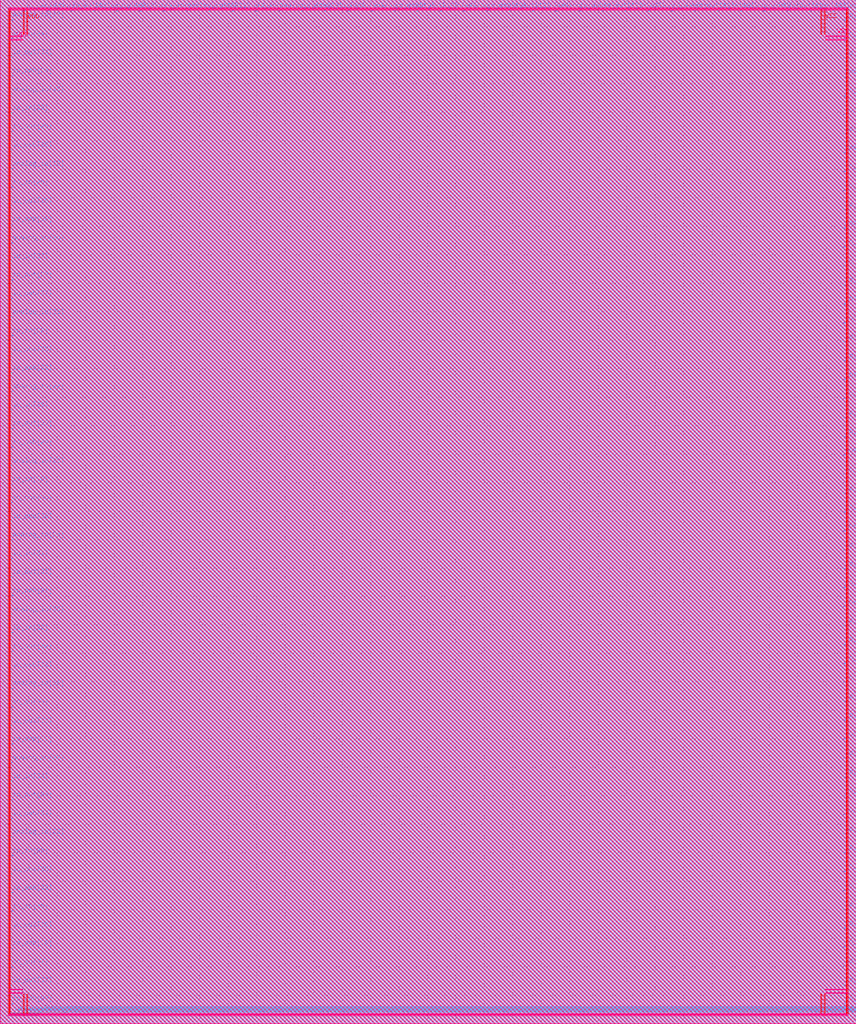
<source format=lef>
###############################################################
#  Generated by:      Cadence Innovus 20.13-s083_1
#  OS:                Linux x86_64(Host ID caddyxtra)
#  Generated on:      Fri Jun 18 21:39:54 2021
#  Design:            user_project_wrapper
#  Command:           write_lef_abstract -specifyTopLayer 6 -PGPinLayers {5 6} -noCutObs -stripePin results/user_project_wrapper.lef
###############################################################

VERSION 5.8 ;

BUSBITCHARS "[]" ;
DIVIDERCHAR "/" ;

MACRO user_project_wrapper
  CLASS BLOCK ;
  SIZE 3005.180000 BY 3594.480000 ;
  FOREIGN user_project_wrapper 0.000000 0.000000 ;
  ORIGIN 0 0 ;
  SYMMETRY X Y R90 ;
  PIN wb_clk_i
    DIRECTION INPUT ;
    USE SIGNAL ;
    ANTENNAPARTIALMETALAREA 0.2754 LAYER met3  ;
    ANTENNAPARTIALMETALSIDEAREA 1.464 LAYER met3  ;
    ANTENNAMODEL OXIDE1 ;
    ANTENNAGATEAREA 0.576 LAYER met3  ;
    ANTENNAMAXAREACAR 2.39566 LAYER met3  ;
    ANTENNAMAXSIDEAREACAR 9.93403 LAYER met3  ;
    ANTENNAMAXCUTCAR 0.158681 LAYER via3  ;
    PORT
      LAYER met3 ;
        RECT 45.490000 32.600000 52.690000 33.800000 ;
    END
  END wb_clk_i
  PIN wb_rst_i
    DIRECTION INPUT ;
    USE SIGNAL ;
    ANTENNAPARTIALMETALAREA 8.4594 LAYER met3  ;
    ANTENNAPARTIALMETALSIDEAREA 45.112 LAYER met3  ;
    ANTENNAMODEL OXIDE1 ;
    ANTENNAGATEAREA 1.33 LAYER met3  ;
    ANTENNAMAXAREACAR 19.705 LAYER met3  ;
    ANTENNAMAXSIDEAREACAR 99.8519 LAYER met3  ;
    ANTENNAMAXCUTCAR 0.0687218 LAYER via3  ;
    PORT
      LAYER met3 ;
        RECT 51.010000 32.600000 58.210000 33.800000 ;
    END
  END wb_rst_i
  PIN wbs_stb_i
    DIRECTION INPUT ;
    USE SIGNAL ;
    ANTENNAPARTIALMETALAREA 7.6608 LAYER met3  ;
    ANTENNAPARTIALMETALSIDEAREA 41.328 LAYER met3  ;
    PORT
      LAYER met3 ;
        RECT 68.950000 32.600000 76.150000 33.800000 ;
    END
  END wbs_stb_i
  PIN wbs_cyc_i
    DIRECTION INPUT ;
    USE SIGNAL ;
    ANTENNAPARTIALMETALAREA 8.2614 LAYER met3  ;
    ANTENNAPARTIALMETALSIDEAREA 44.056 LAYER met3  ;
    PORT
      LAYER met3 ;
        RECT 62.970000 32.600000 70.170000 33.800000 ;
    END
  END wbs_cyc_i
  PIN wbs_we_i
    DIRECTION INPUT ;
    USE SIGNAL ;
    ANTENNAPARTIALMETALAREA 7.4328 LAYER met3  ;
    ANTENNAPARTIALMETALSIDEAREA 40.112 LAYER met3  ;
    PORT
      LAYER met3 ;
        RECT 74.930000 32.600000 82.130000 33.800000 ;
    END
  END wbs_we_i
  PIN wbs_sel_i[3]
    DIRECTION INPUT ;
    USE SIGNAL ;
    ANTENNAPARTIALMETALAREA 7.4334 LAYER met3  ;
    ANTENNAPARTIALMETALSIDEAREA 39.64 LAYER met3  ;
    PORT
      LAYER met3 ;
        RECT 169.230000 32.600000 176.430000 33.800000 ;
    END
  END wbs_sel_i[3]
  PIN wbs_sel_i[2]
    DIRECTION INPUT ;
    USE SIGNAL ;
    ANTENNAPARTIALMETALAREA 7.2054 LAYER met3  ;
    ANTENNAPARTIALMETALSIDEAREA 38.424 LAYER met3  ;
    PORT
      LAYER met3 ;
        RECT 145.770000 32.600000 152.970000 33.800000 ;
    END
  END wbs_sel_i[2]
  PIN wbs_sel_i[1]
    DIRECTION INPUT ;
    USE SIGNAL ;
    ANTENNAPARTIALMETALAREA 7.9074 LAYER met3  ;
    ANTENNAPARTIALMETALSIDEAREA 42.168 LAYER met3  ;
    PORT
      LAYER met3 ;
        RECT 122.310000 32.600000 129.510000 33.800000 ;
    END
  END wbs_sel_i[1]
  PIN wbs_sel_i[0]
    DIRECTION INPUT ;
    USE SIGNAL ;
    PORT
      LAYER met3 ;
        RECT 98.390000 32.600000 105.590000 33.800000 ;
    END
  END wbs_sel_i[0]
  PIN wbs_dat_i[31]
    DIRECTION INPUT ;
    USE SIGNAL ;
    ANTENNAPARTIALMETALAREA 2.8494 LAYER met3  ;
    ANTENNAPARTIALMETALSIDEAREA 15.192 LAYER met3  ;
    PORT
      LAYER met3 ;
        RECT 660.050000 32.600000 667.250000 33.800000 ;
    END
  END wbs_dat_i[31]
  PIN wbs_dat_i[30]
    DIRECTION INPUT ;
    USE SIGNAL ;
    ANTENNAPARTIALMETALAREA 3.0654 LAYER met3  ;
    ANTENNAPARTIALMETALSIDEAREA 16.344 LAYER met3  ;
    PORT
      LAYER met3 ;
        RECT 642.110000 32.600000 649.310000 33.800000 ;
    END
  END wbs_dat_i[30]
  PIN wbs_dat_i[29]
    DIRECTION INPUT ;
    USE SIGNAL ;
    ANTENNAPARTIALMETALAREA 3.5694 LAYER met3  ;
    ANTENNAPARTIALMETALSIDEAREA 19.032 LAYER met3  ;
    PORT
      LAYER met3 ;
        RECT 624.630000 32.600000 631.830000 33.800000 ;
    END
  END wbs_dat_i[29]
  PIN wbs_dat_i[28]
    DIRECTION INPUT ;
    USE SIGNAL ;
    ANTENNAPARTIALMETALAREA 3.7674 LAYER met3  ;
    ANTENNAPARTIALMETALSIDEAREA 20.088 LAYER met3  ;
    PORT
      LAYER met3 ;
        RECT 606.690000 32.600000 613.890000 33.800000 ;
    END
  END wbs_dat_i[28]
  PIN wbs_dat_i[27]
    DIRECTION INPUT ;
    USE SIGNAL ;
    ANTENNAPARTIALMETALAREA 3.9054 LAYER met3  ;
    ANTENNAPARTIALMETALSIDEAREA 20.824 LAYER met3  ;
    PORT
      LAYER met3 ;
        RECT 589.210000 32.600000 596.410000 33.800000 ;
    END
  END wbs_dat_i[27]
  PIN wbs_dat_i[26]
    DIRECTION INPUT ;
    USE SIGNAL ;
    ANTENNAPARTIALMETALAREA 3.9834 LAYER met3  ;
    ANTENNAPARTIALMETALSIDEAREA 21.24 LAYER met3  ;
    PORT
      LAYER met3 ;
        RECT 571.270000 32.600000 578.470000 33.800000 ;
    END
  END wbs_dat_i[26]
  PIN wbs_dat_i[25]
    DIRECTION INPUT ;
    USE SIGNAL ;
    ANTENNAPARTIALMETALAREA 3.5874 LAYER met3  ;
    ANTENNAPARTIALMETALSIDEAREA 19.128 LAYER met3  ;
    PORT
      LAYER met3 ;
        RECT 553.790000 32.600000 560.990000 33.800000 ;
    END
  END wbs_dat_i[25]
  PIN wbs_dat_i[24]
    DIRECTION INPUT ;
    USE SIGNAL ;
    ANTENNAPARTIALMETALAREA 4.3194 LAYER met3  ;
    ANTENNAPARTIALMETALSIDEAREA 23.032 LAYER met3  ;
    PORT
      LAYER met3 ;
        RECT 535.850000 32.600000 543.050000 33.800000 ;
    END
  END wbs_dat_i[24]
  PIN wbs_dat_i[23]
    DIRECTION INPUT ;
    USE SIGNAL ;
    ANTENNAPARTIALMETALAREA 4.1364 LAYER met3  ;
    ANTENNAPARTIALMETALSIDEAREA 22.056 LAYER met3  ;
    PORT
      LAYER met3 ;
        RECT 518.370000 32.600000 525.570000 33.800000 ;
    END
  END wbs_dat_i[23]
  PIN wbs_dat_i[22]
    DIRECTION INPUT ;
    USE SIGNAL ;
    PORT
      LAYER met3 ;
        RECT 500.430000 32.600000 507.630000 33.800000 ;
    END
  END wbs_dat_i[22]
  PIN wbs_dat_i[21]
    DIRECTION INPUT ;
    USE SIGNAL ;
    ANTENNAPARTIALMETALAREA 4.8114 LAYER met3  ;
    ANTENNAPARTIALMETALSIDEAREA 25.656 LAYER met3  ;
    PORT
      LAYER met3 ;
        RECT 482.490000 32.600000 489.690000 33.800000 ;
    END
  END wbs_dat_i[21]
  PIN wbs_dat_i[20]
    DIRECTION INPUT ;
    USE SIGNAL ;
    ANTENNAPARTIALMETALAREA 4.6884 LAYER met3  ;
    ANTENNAPARTIALMETALSIDEAREA 25 LAYER met3  ;
    PORT
      LAYER met3 ;
        RECT 465.010000 32.600000 472.210000 33.800000 ;
    END
  END wbs_dat_i[20]
  PIN wbs_dat_i[19]
    DIRECTION INPUT ;
    USE SIGNAL ;
    ANTENNAPARTIALMETALAREA 4.7214 LAYER met3  ;
    ANTENNAPARTIALMETALSIDEAREA 25.176 LAYER met3  ;
    PORT
      LAYER met3 ;
        RECT 447.070000 32.600000 454.270000 33.800000 ;
    END
  END wbs_dat_i[19]
  PIN wbs_dat_i[18]
    DIRECTION INPUT ;
    USE SIGNAL ;
    ANTENNAPARTIALMETALAREA 4.6884 LAYER met3  ;
    ANTENNAPARTIALMETALSIDEAREA 25 LAYER met3  ;
    PORT
      LAYER met3 ;
        RECT 429.590000 32.600000 436.790000 33.800000 ;
    END
  END wbs_dat_i[18]
  PIN wbs_dat_i[17]
    DIRECTION INPUT ;
    USE SIGNAL ;
    ANTENNAPARTIALMETALAREA 5.4234 LAYER met3  ;
    ANTENNAPARTIALMETALSIDEAREA 28.92 LAYER met3  ;
    PORT
      LAYER met3 ;
        RECT 411.650000 32.600000 418.850000 33.800000 ;
    END
  END wbs_dat_i[17]
  PIN wbs_dat_i[16]
    DIRECTION INPUT ;
    USE SIGNAL ;
    ANTENNAPARTIALMETALAREA 5.4234 LAYER met3  ;
    ANTENNAPARTIALMETALSIDEAREA 28.92 LAYER met3  ;
    PORT
      LAYER met3 ;
        RECT 394.170000 32.600000 401.370000 33.800000 ;
    END
  END wbs_dat_i[16]
  PIN wbs_dat_i[15]
    DIRECTION INPUT ;
    USE SIGNAL ;
    PORT
      LAYER met3 ;
        RECT 376.230000 32.600000 383.430000 33.800000 ;
    END
  END wbs_dat_i[15]
  PIN wbs_dat_i[14]
    DIRECTION INPUT ;
    USE SIGNAL ;
    ANTENNAPARTIALMETALAREA 5.4114 LAYER met3  ;
    ANTENNAPARTIALMETALSIDEAREA 28.856 LAYER met3  ;
    PORT
      LAYER met3 ;
        RECT 358.750000 32.600000 365.950000 33.800000 ;
    END
  END wbs_dat_i[14]
  PIN wbs_dat_i[13]
    DIRECTION INPUT ;
    USE SIGNAL ;
    ANTENNAPARTIALMETALAREA 5.9154 LAYER met3  ;
    ANTENNAPARTIALMETALSIDEAREA 31.544 LAYER met3  ;
    PORT
      LAYER met3 ;
        RECT 340.810000 32.600000 348.010000 33.800000 ;
    END
  END wbs_dat_i[13]
  PIN wbs_dat_i[12]
    DIRECTION INPUT ;
    USE SIGNAL ;
    ANTENNAPARTIALMETALAREA 5.9118 LAYER met3  ;
    ANTENNAPARTIALMETALSIDEAREA 32 LAYER met3  ;
    PORT
      LAYER met3 ;
        RECT 322.870000 32.600000 330.070000 33.800000 ;
    END
  END wbs_dat_i[12]
  PIN wbs_dat_i[11]
    DIRECTION INPUT ;
    USE SIGNAL ;
    PORT
      LAYER met3 ;
        RECT 305.390000 32.600000 312.590000 33.800000 ;
    END
  END wbs_dat_i[11]
  PIN wbs_dat_i[10]
    DIRECTION INPUT ;
    USE SIGNAL ;
    ANTENNAPARTIALMETALAREA 6.1014 LAYER met3  ;
    ANTENNAPARTIALMETALSIDEAREA 32.536 LAYER met3  ;
    PORT
      LAYER met3 ;
        RECT 287.450000 32.600000 294.650000 33.800000 ;
    END
  END wbs_dat_i[10]
  PIN wbs_dat_i[9]
    DIRECTION INPUT ;
    USE SIGNAL ;
    ANTENNAPARTIALMETALAREA 6.5274 LAYER met3  ;
    ANTENNAPARTIALMETALSIDEAREA 34.808 LAYER met3  ;
    PORT
      LAYER met3 ;
        RECT 269.970000 32.600000 277.170000 33.800000 ;
    END
  END wbs_dat_i[9]
  PIN wbs_dat_i[8]
    DIRECTION INPUT ;
    USE SIGNAL ;
    PORT
      LAYER met3 ;
        RECT 252.030000 32.600000 259.230000 33.800000 ;
    END
  END wbs_dat_i[8]
  PIN wbs_dat_i[7]
    DIRECTION INPUT ;
    USE SIGNAL ;
    ANTENNAPARTIALMETALAREA 6.6462 LAYER met3  ;
    ANTENNAPARTIALMETALSIDEAREA 35.912 LAYER met3  ;
    PORT
      LAYER met3 ;
        RECT 234.550000 32.600000 241.750000 33.800000 ;
    END
  END wbs_dat_i[7]
  PIN wbs_dat_i[6]
    DIRECTION INPUT ;
    USE SIGNAL ;
    PORT
      LAYER met3 ;
        RECT 216.610000 32.600000 223.810000 33.800000 ;
    END
  END wbs_dat_i[6]
  PIN wbs_dat_i[5]
    DIRECTION INPUT ;
    USE SIGNAL ;
    ANTENNAPARTIALMETALAREA 6.6498 LAYER met3  ;
    ANTENNAPARTIALMETALSIDEAREA 35.936 LAYER met3  ;
    PORT
      LAYER met3 ;
        RECT 199.130000 32.600000 206.330000 33.800000 ;
    END
  END wbs_dat_i[5]
  PIN wbs_dat_i[4]
    DIRECTION INPUT ;
    USE SIGNAL ;
    ANTENNAPARTIALMETALAREA 6.5304 LAYER met3  ;
    ANTENNAPARTIALMETALSIDEAREA 34.824 LAYER met3  ;
    PORT
      LAYER met3 ;
        RECT 181.190000 32.600000 188.390000 33.800000 ;
    END
  END wbs_dat_i[4]
  PIN wbs_dat_i[3]
    DIRECTION INPUT ;
    USE SIGNAL ;
    ANTENNAPARTIALMETALAREA 6.6498 LAYER met3  ;
    ANTENNAPARTIALMETALSIDEAREA 35.936 LAYER met3  ;
    PORT
      LAYER met3 ;
        RECT 157.730000 32.600000 164.930000 33.800000 ;
    END
  END wbs_dat_i[3]
  PIN wbs_dat_i[2]
    DIRECTION INPUT ;
    USE SIGNAL ;
    PORT
      LAYER met3 ;
        RECT 133.810000 32.600000 141.010000 33.800000 ;
    END
  END wbs_dat_i[2]
  PIN wbs_dat_i[1]
    DIRECTION INPUT ;
    USE SIGNAL ;
    ANTENNAPARTIALMETALAREA 7.2948 LAYER met3  ;
    ANTENNAPARTIALMETALSIDEAREA 39.376 LAYER met3  ;
    PORT
      LAYER met3 ;
        RECT 110.350000 32.600000 117.550000 33.800000 ;
    END
  END wbs_dat_i[1]
  PIN wbs_dat_i[0]
    DIRECTION INPUT ;
    USE SIGNAL ;
    ANTENNAPARTIALMETALAREA 7.3584 LAYER met3  ;
    ANTENNAPARTIALMETALSIDEAREA 39.24 LAYER met3  ;
    PORT
      LAYER met3 ;
        RECT 86.430000 32.600000 93.630000 33.800000 ;
    END
  END wbs_dat_i[0]
  PIN wbs_adr_i[31]
    DIRECTION INPUT ;
    USE SIGNAL ;
    ANTENNAPARTIALMETALAREA 2.9274 LAYER met3  ;
    ANTENNAPARTIALMETALSIDEAREA 15.608 LAYER met3  ;
    PORT
      LAYER met3 ;
        RECT 654.070000 32.600000 661.270000 33.800000 ;
    END
  END wbs_adr_i[31]
  PIN wbs_adr_i[30]
    DIRECTION INPUT ;
    USE SIGNAL ;
    ANTENNAPARTIALMETALAREA 3.1254 LAYER met3  ;
    ANTENNAPARTIALMETALSIDEAREA 16.664 LAYER met3  ;
    PORT
      LAYER met3 ;
        RECT 636.590000 32.600000 643.790000 33.800000 ;
    END
  END wbs_adr_i[30]
  PIN wbs_adr_i[29]
    DIRECTION INPUT ;
    USE SIGNAL ;
    ANTENNAPARTIALMETALAREA 3.6294 LAYER met3  ;
    ANTENNAPARTIALMETALSIDEAREA 19.352 LAYER met3  ;
    PORT
      LAYER met3 ;
        RECT 618.650000 32.600000 625.850000 33.800000 ;
    END
  END wbs_adr_i[29]
  PIN wbs_adr_i[28]
    DIRECTION INPUT ;
    USE SIGNAL ;
    ANTENNAPARTIALMETALAREA 3.8454 LAYER met3  ;
    ANTENNAPARTIALMETALSIDEAREA 20.504 LAYER met3  ;
    PORT
      LAYER met3 ;
        RECT 600.710000 32.600000 607.910000 33.800000 ;
    END
  END wbs_adr_i[28]
  PIN wbs_adr_i[27]
    DIRECTION INPUT ;
    USE SIGNAL ;
    ANTENNAPARTIALMETALAREA 3.8454 LAYER met3  ;
    ANTENNAPARTIALMETALSIDEAREA 20.504 LAYER met3  ;
    PORT
      LAYER met3 ;
        RECT 583.230000 32.600000 590.430000 33.800000 ;
    END
  END wbs_adr_i[27]
  PIN wbs_adr_i[26]
    DIRECTION INPUT ;
    USE SIGNAL ;
    ANTENNAPARTIALMETALAREA 4.1814 LAYER met3  ;
    ANTENNAPARTIALMETALSIDEAREA 22.296 LAYER met3  ;
    PORT
      LAYER met3 ;
        RECT 565.290000 32.600000 572.490000 33.800000 ;
    END
  END wbs_adr_i[26]
  PIN wbs_adr_i[25]
    DIRECTION INPUT ;
    USE SIGNAL ;
    ANTENNAPARTIALMETALAREA 3.6774 LAYER met3  ;
    ANTENNAPARTIALMETALSIDEAREA 19.608 LAYER met3  ;
    PORT
      LAYER met3 ;
        RECT 547.810000 32.600000 555.010000 33.800000 ;
    END
  END wbs_adr_i[25]
  PIN wbs_adr_i[24]
    DIRECTION INPUT ;
    USE SIGNAL ;
    ANTENNAPARTIALMETALAREA 3.7068 LAYER met3  ;
    ANTENNAPARTIALMETALSIDEAREA 20.24 LAYER met3  ;
    PORT
      LAYER met3 ;
        RECT 529.870000 32.600000 537.070000 33.800000 ;
    END
  END wbs_adr_i[24]
  PIN wbs_adr_i[23]
    DIRECTION INPUT ;
    USE SIGNAL ;
    ANTENNAPARTIALMETALAREA 4.3974 LAYER met3  ;
    ANTENNAPARTIALMETALSIDEAREA 23.448 LAYER met3  ;
    PORT
      LAYER met3 ;
        RECT 512.390000 32.600000 519.590000 33.800000 ;
    END
  END wbs_adr_i[23]
  PIN wbs_adr_i[22]
    DIRECTION INPUT ;
    USE SIGNAL ;
    ANTENNAPARTIALMETALAREA 4.7334 LAYER met3  ;
    ANTENNAPARTIALMETALSIDEAREA 25.24 LAYER met3  ;
    PORT
      LAYER met3 ;
        RECT 494.450000 32.600000 501.650000 33.800000 ;
    END
  END wbs_adr_i[22]
  PIN wbs_adr_i[21]
    DIRECTION INPUT ;
    USE SIGNAL ;
    ANTENNAPARTIALMETALAREA 4.4124 LAYER met3  ;
    ANTENNAPARTIALMETALSIDEAREA 23.528 LAYER met3  ;
    PORT
      LAYER met3 ;
        RECT 476.970000 32.600000 484.170000 33.800000 ;
    END
  END wbs_adr_i[21]
  PIN wbs_adr_i[20]
    DIRECTION INPUT ;
    USE SIGNAL ;
    ANTENNAPARTIALMETALAREA 4.9494 LAYER met3  ;
    ANTENNAPARTIALMETALSIDEAREA 26.392 LAYER met3  ;
    PORT
      LAYER met3 ;
        RECT 459.030000 32.600000 466.230000 33.800000 ;
    END
  END wbs_adr_i[20]
  PIN wbs_adr_i[19]
    DIRECTION INPUT ;
    USE SIGNAL ;
    PORT
      LAYER met3 ;
        RECT 441.090000 32.600000 448.290000 33.800000 ;
    END
  END wbs_adr_i[19]
  PIN wbs_adr_i[18]
    DIRECTION INPUT ;
    USE SIGNAL ;
    ANTENNAPARTIALMETALAREA 5.2254 LAYER met3  ;
    ANTENNAPARTIALMETALSIDEAREA 27.864 LAYER met3  ;
    PORT
      LAYER met3 ;
        RECT 423.610000 32.600000 430.810000 33.800000 ;
    END
  END wbs_adr_i[18]
  PIN wbs_adr_i[17]
    DIRECTION INPUT ;
    USE SIGNAL ;
    ANTENNAPARTIALMETALAREA 4.9008 LAYER met3  ;
    ANTENNAPARTIALMETALSIDEAREA 26.608 LAYER met3  ;
    PORT
      LAYER met3 ;
        RECT 405.670000 32.600000 412.870000 33.800000 ;
    END
  END wbs_adr_i[17]
  PIN wbs_adr_i[16]
    DIRECTION INPUT ;
    USE SIGNAL ;
    ANTENNAPARTIALMETALAREA 5.5014 LAYER met3  ;
    ANTENNAPARTIALMETALSIDEAREA 29.336 LAYER met3  ;
    PORT
      LAYER met3 ;
        RECT 388.190000 32.600000 395.390000 33.800000 ;
    END
  END wbs_adr_i[16]
  PIN wbs_adr_i[15]
    DIRECTION INPUT ;
    USE SIGNAL ;
    ANTENNAPARTIALMETALAREA 5.6994 LAYER met3  ;
    ANTENNAPARTIALMETALSIDEAREA 30.392 LAYER met3  ;
    PORT
      LAYER met3 ;
        RECT 370.250000 32.600000 377.450000 33.800000 ;
    END
  END wbs_adr_i[15]
  PIN wbs_adr_i[14]
    DIRECTION INPUT ;
    USE SIGNAL ;
    ANTENNAPARTIALMETALAREA 5.8374 LAYER met3  ;
    ANTENNAPARTIALMETALSIDEAREA 31.128 LAYER met3  ;
    PORT
      LAYER met3 ;
        RECT 352.770000 32.600000 359.970000 33.800000 ;
    END
  END wbs_adr_i[14]
  PIN wbs_adr_i[13]
    DIRECTION INPUT ;
    USE SIGNAL ;
    ANTENNAPARTIALMETALAREA 5.7924 LAYER met3  ;
    ANTENNAPARTIALMETALSIDEAREA 30.888 LAYER met3  ;
    PORT
      LAYER met3 ;
        RECT 334.830000 32.600000 342.030000 33.800000 ;
    END
  END wbs_adr_i[13]
  PIN wbs_adr_i[12]
    DIRECTION INPUT ;
    USE SIGNAL ;
    ANTENNAPARTIALMETALAREA 5.65343 LAYER met3  ;
    ANTENNAPARTIALMETALSIDEAREA 30.144 LAYER met3  ;
    PORT
      LAYER met3 ;
        RECT 317.350000 32.600000 324.550000 33.800000 ;
    END
  END wbs_adr_i[12]
  PIN wbs_adr_i[11]
    DIRECTION INPUT ;
    USE SIGNAL ;
    ANTENNAPARTIALMETALAREA 6.3894 LAYER met3  ;
    ANTENNAPARTIALMETALSIDEAREA 34.072 LAYER met3  ;
    PORT
      LAYER met3 ;
        RECT 299.410000 32.600000 306.610000 33.800000 ;
    END
  END wbs_adr_i[11]
  PIN wbs_adr_i[10]
    DIRECTION INPUT ;
    USE SIGNAL ;
    ANTENNAPARTIALMETALAREA 6.4638 LAYER met3  ;
    ANTENNAPARTIALMETALSIDEAREA 34.944 LAYER met3  ;
    PORT
      LAYER met3 ;
        RECT 281.930000 32.600000 289.130000 33.800000 ;
    END
  END wbs_adr_i[10]
  PIN wbs_adr_i[9]
    DIRECTION INPUT ;
    USE SIGNAL ;
    ANTENNAPARTIALMETALAREA 6.6054 LAYER met3  ;
    ANTENNAPARTIALMETALSIDEAREA 35.224 LAYER met3  ;
    PORT
      LAYER met3 ;
        RECT 263.990000 32.600000 271.190000 33.800000 ;
    END
  END wbs_adr_i[9]
  PIN wbs_adr_i[8]
    DIRECTION INPUT ;
    USE SIGNAL ;
    ANTENNAPARTIALMETALAREA 6.8034 LAYER met3  ;
    ANTENNAPARTIALMETALSIDEAREA 36.28 LAYER met3  ;
    PORT
      LAYER met3 ;
        RECT 246.050000 32.600000 253.250000 33.800000 ;
    END
  END wbs_adr_i[8]
  PIN wbs_adr_i[7]
    DIRECTION INPUT ;
    USE SIGNAL ;
    PORT
      LAYER met3 ;
        RECT 228.570000 32.600000 235.770000 33.800000 ;
    END
  END wbs_adr_i[7]
  PIN wbs_adr_i[6]
    DIRECTION INPUT ;
    USE SIGNAL ;
    ANTENNAPARTIALMETALAREA 7.0794 LAYER met3  ;
    ANTENNAPARTIALMETALSIDEAREA 37.752 LAYER met3  ;
    PORT
      LAYER met3 ;
        RECT 210.630000 32.600000 217.830000 33.800000 ;
    END
  END wbs_adr_i[6]
  PIN wbs_adr_i[5]
    DIRECTION INPUT ;
    USE SIGNAL ;
    ANTENNAPARTIALMETALAREA 6.3708 LAYER met3  ;
    ANTENNAPARTIALMETALSIDEAREA 34.448 LAYER met3  ;
    PORT
      LAYER met3 ;
        RECT 193.150000 32.600000 200.350000 33.800000 ;
    END
  END wbs_adr_i[5]
  PIN wbs_adr_i[4]
    DIRECTION INPUT ;
    USE SIGNAL ;
    ANTENNAPARTIALMETALAREA 7.1244 LAYER met3  ;
    ANTENNAPARTIALMETALSIDEAREA 37.992 LAYER met3  ;
    PORT
      LAYER met3 ;
        RECT 175.210000 32.600000 182.410000 33.800000 ;
    END
  END wbs_adr_i[4]
  PIN wbs_adr_i[3]
    DIRECTION INPUT ;
    USE SIGNAL ;
    ANTENNAPARTIALMETALAREA 6.8328 LAYER met3  ;
    ANTENNAPARTIALMETALSIDEAREA 36.912 LAYER met3  ;
    PORT
      LAYER met3 ;
        RECT 151.750000 32.600000 158.950000 33.800000 ;
    END
  END wbs_adr_i[3]
  PIN wbs_adr_i[2]
    DIRECTION INPUT ;
    USE SIGNAL ;
    PORT
      LAYER met3 ;
        RECT 127.830000 32.600000 135.030000 33.800000 ;
    END
  END wbs_adr_i[2]
  PIN wbs_adr_i[1]
    DIRECTION INPUT ;
    USE SIGNAL ;
    ANTENNAPARTIALMETALAREA 7.4814 LAYER met3  ;
    ANTENNAPARTIALMETALSIDEAREA 39.896 LAYER met3  ;
    PORT
      LAYER met3 ;
        RECT 104.370000 32.600000 111.570000 33.800000 ;
    END
  END wbs_adr_i[1]
  PIN wbs_adr_i[0]
    DIRECTION INPUT ;
    USE SIGNAL ;
    ANTENNAPARTIALMETALAREA 8.0904 LAYER met3  ;
    ANTENNAPARTIALMETALSIDEAREA 43.144 LAYER met3  ;
    PORT
      LAYER met3 ;
        RECT 80.910000 32.600000 88.110000 33.800000 ;
    END
  END wbs_adr_i[0]
  PIN wbs_ack_o
    DIRECTION OUTPUT ;
    USE SIGNAL ;
    PORT
      LAYER met3 ;
        RECT 56.990000 32.600000 64.190000 33.800000 ;
    END
  END wbs_ack_o
  PIN wbs_dat_o[31]
    DIRECTION OUTPUT ;
    USE SIGNAL ;
    PORT
      LAYER met3 ;
        RECT 666.030000 32.600000 673.230000 33.800000 ;
    END
  END wbs_dat_o[31]
  PIN wbs_dat_o[30]
    DIRECTION OUTPUT ;
    USE SIGNAL ;
    PORT
      LAYER met3 ;
        RECT 648.090000 32.600000 655.290000 33.800000 ;
    END
  END wbs_dat_o[30]
  PIN wbs_dat_o[29]
    DIRECTION OUTPUT ;
    USE SIGNAL ;
    PORT
      LAYER met3 ;
        RECT 630.610000 32.600000 637.810000 33.800000 ;
    END
  END wbs_dat_o[29]
  PIN wbs_dat_o[28]
    DIRECTION OUTPUT ;
    USE SIGNAL ;
    PORT
      LAYER met3 ;
        RECT 612.670000 32.600000 619.870000 33.800000 ;
    END
  END wbs_dat_o[28]
  PIN wbs_dat_o[27]
    DIRECTION OUTPUT ;
    USE SIGNAL ;
    PORT
      LAYER met3 ;
        RECT 595.190000 32.600000 602.390000 33.800000 ;
    END
  END wbs_dat_o[27]
  PIN wbs_dat_o[26]
    DIRECTION OUTPUT ;
    USE SIGNAL ;
    PORT
      LAYER met3 ;
        RECT 577.250000 32.600000 584.450000 33.800000 ;
    END
  END wbs_dat_o[26]
  PIN wbs_dat_o[25]
    DIRECTION OUTPUT ;
    USE SIGNAL ;
    PORT
      LAYER met3 ;
        RECT 559.310000 32.600000 566.510000 33.800000 ;
    END
  END wbs_dat_o[25]
  PIN wbs_dat_o[24]
    DIRECTION OUTPUT ;
    USE SIGNAL ;
    PORT
      LAYER met3 ;
        RECT 541.830000 32.600000 549.030000 33.800000 ;
    END
  END wbs_dat_o[24]
  PIN wbs_dat_o[23]
    DIRECTION OUTPUT ;
    USE SIGNAL ;
    PORT
      LAYER met3 ;
        RECT 523.890000 32.600000 531.090000 33.800000 ;
    END
  END wbs_dat_o[23]
  PIN wbs_dat_o[22]
    DIRECTION OUTPUT ;
    USE SIGNAL ;
    PORT
      LAYER met3 ;
        RECT 506.410000 32.600000 513.610000 33.800000 ;
    END
  END wbs_dat_o[22]
  PIN wbs_dat_o[21]
    DIRECTION OUTPUT ;
    USE SIGNAL ;
    PORT
      LAYER met3 ;
        RECT 488.470000 32.600000 495.670000 33.800000 ;
    END
  END wbs_dat_o[21]
  PIN wbs_dat_o[20]
    DIRECTION OUTPUT ;
    USE SIGNAL ;
    PORT
      LAYER met3 ;
        RECT 470.990000 32.600000 478.190000 33.800000 ;
    END
  END wbs_dat_o[20]
  PIN wbs_dat_o[19]
    DIRECTION OUTPUT ;
    USE SIGNAL ;
    PORT
      LAYER met3 ;
        RECT 453.050000 32.600000 460.250000 33.800000 ;
    END
  END wbs_dat_o[19]
  PIN wbs_dat_o[18]
    DIRECTION OUTPUT ;
    USE SIGNAL ;
    PORT
      LAYER met3 ;
        RECT 435.570000 32.600000 442.770000 33.800000 ;
    END
  END wbs_dat_o[18]
  PIN wbs_dat_o[17]
    DIRECTION OUTPUT ;
    USE SIGNAL ;
    PORT
      LAYER met3 ;
        RECT 417.630000 32.600000 424.830000 33.800000 ;
    END
  END wbs_dat_o[17]
  PIN wbs_dat_o[16]
    DIRECTION OUTPUT ;
    USE SIGNAL ;
    PORT
      LAYER met3 ;
        RECT 400.150000 32.600000 407.350000 33.800000 ;
    END
  END wbs_dat_o[16]
  PIN wbs_dat_o[15]
    DIRECTION OUTPUT ;
    USE SIGNAL ;
    PORT
      LAYER met3 ;
        RECT 382.210000 32.600000 389.410000 33.800000 ;
    END
  END wbs_dat_o[15]
  PIN wbs_dat_o[14]
    DIRECTION OUTPUT ;
    USE SIGNAL ;
    PORT
      LAYER met3 ;
        RECT 364.270000 32.600000 371.470000 33.800000 ;
    END
  END wbs_dat_o[14]
  PIN wbs_dat_o[13]
    DIRECTION OUTPUT ;
    USE SIGNAL ;
    PORT
      LAYER met3 ;
        RECT 346.790000 32.600000 353.990000 33.800000 ;
    END
  END wbs_dat_o[13]
  PIN wbs_dat_o[12]
    DIRECTION OUTPUT ;
    USE SIGNAL ;
    PORT
      LAYER met3 ;
        RECT 328.850000 32.600000 336.050000 33.800000 ;
    END
  END wbs_dat_o[12]
  PIN wbs_dat_o[11]
    DIRECTION OUTPUT ;
    USE SIGNAL ;
    PORT
      LAYER met3 ;
        RECT 311.370000 32.600000 318.570000 33.800000 ;
    END
  END wbs_dat_o[11]
  PIN wbs_dat_o[10]
    DIRECTION OUTPUT ;
    USE SIGNAL ;
    PORT
      LAYER met3 ;
        RECT 293.430000 32.600000 300.630000 33.800000 ;
    END
  END wbs_dat_o[10]
  PIN wbs_dat_o[9]
    DIRECTION OUTPUT ;
    USE SIGNAL ;
    PORT
      LAYER met3 ;
        RECT 275.950000 32.600000 283.150000 33.800000 ;
    END
  END wbs_dat_o[9]
  PIN wbs_dat_o[8]
    DIRECTION OUTPUT ;
    USE SIGNAL ;
    PORT
      LAYER met3 ;
        RECT 258.010000 32.600000 265.210000 33.800000 ;
    END
  END wbs_dat_o[8]
  PIN wbs_dat_o[7]
    DIRECTION OUTPUT ;
    USE SIGNAL ;
    PORT
      LAYER met3 ;
        RECT 240.530000 32.600000 247.730000 33.800000 ;
    END
  END wbs_dat_o[7]
  PIN wbs_dat_o[6]
    DIRECTION OUTPUT ;
    USE SIGNAL ;
    PORT
      LAYER met3 ;
        RECT 222.590000 32.600000 229.790000 33.800000 ;
    END
  END wbs_dat_o[6]
  PIN wbs_dat_o[5]
    DIRECTION OUTPUT ;
    USE SIGNAL ;
    PORT
      LAYER met3 ;
        RECT 204.650000 32.600000 211.850000 33.800000 ;
    END
  END wbs_dat_o[5]
  PIN wbs_dat_o[4]
    DIRECTION OUTPUT ;
    USE SIGNAL ;
    PORT
      LAYER met3 ;
        RECT 187.170000 32.600000 194.370000 33.800000 ;
    END
  END wbs_dat_o[4]
  PIN wbs_dat_o[3]
    DIRECTION OUTPUT ;
    USE SIGNAL ;
    PORT
      LAYER met3 ;
        RECT 163.710000 32.600000 170.910000 33.800000 ;
    END
  END wbs_dat_o[3]
  PIN wbs_dat_o[2]
    DIRECTION OUTPUT ;
    USE SIGNAL ;
    PORT
      LAYER met3 ;
        RECT 139.790000 32.600000 146.990000 33.800000 ;
    END
  END wbs_dat_o[2]
  PIN wbs_dat_o[1]
    DIRECTION OUTPUT ;
    USE SIGNAL ;
    PORT
      LAYER met3 ;
        RECT 116.330000 32.600000 123.530000 33.800000 ;
    END
  END wbs_dat_o[1]
  PIN wbs_dat_o[0]
    DIRECTION OUTPUT ;
    USE SIGNAL ;
    PORT
      LAYER met3 ;
        RECT 92.410000 32.600000 99.610000 33.800000 ;
    END
  END wbs_dat_o[0]
  PIN la_data_in[127]
    DIRECTION INPUT ;
    USE SIGNAL ;
    ANTENNAPARTIALMETALAREA 16.6794 LAYER met3  ;
    ANTENNAPARTIALMETALSIDEAREA 88.952 LAYER met3  ;
    PORT
      LAYER met3 ;
        RECT 2924.170000 32.600000 2931.370000 33.800000 ;
    END
  END la_data_in[127]
  PIN la_data_in[126]
    DIRECTION INPUT ;
    USE SIGNAL ;
    ANTENNAPARTIALMETALAREA 0.2754 LAYER met3  ;
    ANTENNAPARTIALMETALSIDEAREA 1.464 LAYER met3  ;
    PORT
      LAYER met3 ;
        RECT 2906.230000 32.600000 2913.430000 33.800000 ;
    END
  END la_data_in[126]
  PIN la_data_in[125]
    DIRECTION INPUT ;
    USE SIGNAL ;
    ANTENNAPARTIALMETALAREA 0.4584 LAYER met3  ;
    ANTENNAPARTIALMETALSIDEAREA 2.44 LAYER met3  ;
    PORT
      LAYER met3 ;
        RECT 2888.290000 32.600000 2895.490000 33.800000 ;
    END
  END la_data_in[125]
  PIN la_data_in[124]
    DIRECTION INPUT ;
    USE SIGNAL ;
    ANTENNAPARTIALMETALAREA 0.2754 LAYER met3  ;
    ANTENNAPARTIALMETALSIDEAREA 1.464 LAYER met3  ;
    PORT
      LAYER met3 ;
        RECT 2870.810000 32.600000 2878.010000 33.800000 ;
    END
  END la_data_in[124]
  PIN la_data_in[123]
    DIRECTION INPUT ;
    USE SIGNAL ;
    ANTENNAPARTIALMETALAREA 15.8064 LAYER met3  ;
    ANTENNAPARTIALMETALSIDEAREA 84.296 LAYER met3  ;
    PORT
      LAYER met3 ;
        RECT 2852.870000 32.600000 2860.070000 33.800000 ;
    END
  END la_data_in[123]
  PIN la_data_in[122]
    DIRECTION INPUT ;
    USE SIGNAL ;
    ANTENNAPARTIALMETALAREA 16.1082 LAYER met3  ;
    ANTENNAPARTIALMETALSIDEAREA 86.376 LAYER met3  ;
    PORT
      LAYER met3 ;
        RECT 2835.390000 32.600000 2842.590000 33.800000 ;
    END
  END la_data_in[122]
  PIN la_data_in[121]
    DIRECTION INPUT ;
    USE SIGNAL ;
    ANTENNAPARTIALMETALAREA 0.2754 LAYER met3  ;
    ANTENNAPARTIALMETALSIDEAREA 1.464 LAYER met3  ;
    PORT
      LAYER met3 ;
        RECT 2817.450000 32.600000 2824.650000 33.800000 ;
    END
  END la_data_in[121]
  PIN la_data_in[120]
    DIRECTION INPUT ;
    USE SIGNAL ;
    ANTENNAPARTIALMETALAREA 14.6088 LAYER met3  ;
    ANTENNAPARTIALMETALSIDEAREA 78.384 LAYER met3  ;
    PORT
      LAYER met3 ;
        RECT 2799.970000 32.600000 2807.170000 33.800000 ;
    END
  END la_data_in[120]
  PIN la_data_in[119]
    DIRECTION INPUT ;
    USE SIGNAL ;
    ANTENNAPARTIALMETALAREA 14.3748 LAYER met3  ;
    ANTENNAPARTIALMETALSIDEAREA 77.136 LAYER met3  ;
    PORT
      LAYER met3 ;
        RECT 2782.030000 32.600000 2789.230000 33.800000 ;
    END
  END la_data_in[119]
  PIN la_data_in[118]
    DIRECTION INPUT ;
    USE SIGNAL ;
    ANTENNAPARTIALMETALAREA 15.7992 LAYER met3  ;
    ANTENNAPARTIALMETALSIDEAREA 84.728 LAYER met3  ;
    PORT
      LAYER met3 ;
        RECT 2764.550000 32.600000 2771.750000 33.800000 ;
    END
  END la_data_in[118]
  PIN la_data_in[117]
    DIRECTION INPUT ;
    USE SIGNAL ;
    ANTENNAPARTIALMETALAREA 0.2754 LAYER met3  ;
    ANTENNAPARTIALMETALSIDEAREA 1.464 LAYER met3  ;
    PORT
      LAYER met3 ;
        RECT 2746.610000 32.600000 2753.810000 33.800000 ;
    END
  END la_data_in[117]
  PIN la_data_in[116]
    DIRECTION INPUT ;
    USE SIGNAL ;
    ANTENNAPARTIALMETALAREA 0.2754 LAYER met3  ;
    ANTENNAPARTIALMETALSIDEAREA 1.464 LAYER met3  ;
    PORT
      LAYER met3 ;
        RECT 2728.670000 32.600000 2735.870000 33.800000 ;
    END
  END la_data_in[116]
  PIN la_data_in[115]
    DIRECTION INPUT ;
    USE SIGNAL ;
    ANTENNAPARTIALMETALAREA 14.9268 LAYER met3  ;
    ANTENNAPARTIALMETALSIDEAREA 80.08 LAYER met3  ;
    PORT
      LAYER met3 ;
        RECT 2711.190000 32.600000 2718.390000 33.800000 ;
    END
  END la_data_in[115]
  PIN la_data_in[114]
    DIRECTION INPUT ;
    USE SIGNAL ;
    PORT
      LAYER met3 ;
        RECT 2693.250000 32.600000 2700.450000 33.800000 ;
    END
  END la_data_in[114]
  PIN la_data_in[113]
    DIRECTION INPUT ;
    USE SIGNAL ;
    ANTENNAPARTIALMETALAREA 15.2922 LAYER met3  ;
    ANTENNAPARTIALMETALSIDEAREA 82.024 LAYER met3  ;
    PORT
      LAYER met3 ;
        RECT 2675.770000 32.600000 2682.970000 33.800000 ;
    END
  END la_data_in[113]
  PIN la_data_in[112]
    DIRECTION INPUT ;
    USE SIGNAL ;
    ANTENNAPARTIALMETALAREA 0.2754 LAYER met3  ;
    ANTENNAPARTIALMETALSIDEAREA 1.464 LAYER met3  ;
    PORT
      LAYER met3 ;
        RECT 2657.830000 32.600000 2665.030000 33.800000 ;
    END
  END la_data_in[112]
  PIN la_data_in[111]
    DIRECTION INPUT ;
    USE SIGNAL ;
    ANTENNAPARTIALMETALAREA 13.6848 LAYER met3  ;
    ANTENNAPARTIALMETALSIDEAREA 73.456 LAYER met3  ;
    PORT
      LAYER met3 ;
        RECT 2640.350000 32.600000 2647.550000 33.800000 ;
    END
  END la_data_in[111]
  PIN la_data_in[110]
    DIRECTION INPUT ;
    USE SIGNAL ;
    ANTENNAPARTIALMETALAREA 3.7674 LAYER met3  ;
    ANTENNAPARTIALMETALSIDEAREA 20.088 LAYER met3  ;
    PORT
      LAYER met3 ;
        RECT 2622.410000 32.600000 2629.610000 33.800000 ;
    END
  END la_data_in[110]
  PIN la_data_in[109]
    DIRECTION INPUT ;
    USE SIGNAL ;
    ANTENNAPARTIALMETALAREA 14.1438 LAYER met3  ;
    ANTENNAPARTIALMETALSIDEAREA 75.904 LAYER met3  ;
    PORT
      LAYER met3 ;
        RECT 2604.930000 32.600000 2612.130000 33.800000 ;
    END
  END la_data_in[109]
  PIN la_data_in[108]
    DIRECTION INPUT ;
    USE SIGNAL ;
    ANTENNAPARTIALMETALAREA 13.5984 LAYER met3  ;
    ANTENNAPARTIALMETALSIDEAREA 72.52 LAYER met3  ;
    PORT
      LAYER met3 ;
        RECT 2586.990000 32.600000 2594.190000 33.800000 ;
    END
  END la_data_in[108]
  PIN la_data_in[107]
    DIRECTION INPUT ;
    USE SIGNAL ;
    ANTENNAPARTIALMETALAREA 12.9077 LAYER met3  ;
    ANTENNAPARTIALMETALSIDEAREA 69.288 LAYER met3  ;
    PORT
      LAYER met3 ;
        RECT 2569.510000 32.600000 2576.710000 33.800000 ;
    END
  END la_data_in[107]
  PIN la_data_in[106]
    DIRECTION INPUT ;
    USE SIGNAL ;
    PORT
      LAYER met3 ;
        RECT 2551.570000 32.600000 2558.770000 33.800000 ;
    END
  END la_data_in[106]
  PIN la_data_in[105]
    DIRECTION INPUT ;
    USE SIGNAL ;
    ANTENNAPARTIALMETALAREA 0.2754 LAYER met3  ;
    ANTENNAPARTIALMETALSIDEAREA 1.464 LAYER met3  ;
    PORT
      LAYER met3 ;
        RECT 2533.630000 32.600000 2540.830000 33.800000 ;
    END
  END la_data_in[105]
  PIN la_data_in[104]
    DIRECTION INPUT ;
    USE SIGNAL ;
    ANTENNAPARTIALMETALAREA 13.0878 LAYER met3  ;
    ANTENNAPARTIALMETALSIDEAREA 70.272 LAYER met3  ;
    PORT
      LAYER met3 ;
        RECT 2516.150000 32.600000 2523.350000 33.800000 ;
    END
  END la_data_in[104]
  PIN la_data_in[103]
    DIRECTION INPUT ;
    USE SIGNAL ;
    ANTENNAPARTIALMETALAREA 0.2754 LAYER met3  ;
    ANTENNAPARTIALMETALSIDEAREA 1.464 LAYER met3  ;
    PORT
      LAYER met3 ;
        RECT 2498.210000 32.600000 2505.410000 33.800000 ;
    END
  END la_data_in[103]
  PIN la_data_in[102]
    DIRECTION INPUT ;
    USE SIGNAL ;
    ANTENNAPARTIALMETALAREA 12.2628 LAYER met3  ;
    ANTENNAPARTIALMETALSIDEAREA 65.872 LAYER met3  ;
    PORT
      LAYER met3 ;
        RECT 2480.730000 32.600000 2487.930000 33.800000 ;
    END
  END la_data_in[102]
  PIN la_data_in[101]
    DIRECTION INPUT ;
    USE SIGNAL ;
    ANTENNAPARTIALMETALAREA 12.3114 LAYER met3  ;
    ANTENNAPARTIALMETALSIDEAREA 65.656 LAYER met3  ;
    PORT
      LAYER met3 ;
        RECT 2462.790000 32.600000 2469.990000 33.800000 ;
    END
  END la_data_in[101]
  PIN la_data_in[100]
    DIRECTION INPUT ;
    USE SIGNAL ;
    PORT
      LAYER met3 ;
        RECT 2445.310000 32.600000 2452.510000 33.800000 ;
    END
  END la_data_in[100]
  PIN la_data_in[99]
    DIRECTION INPUT ;
    USE SIGNAL ;
    ANTENNAPARTIALMETALAREA 12.7182 LAYER met3  ;
    ANTENNAPARTIALMETALSIDEAREA 68.296 LAYER met3  ;
    PORT
      LAYER met3 ;
        RECT 2427.370000 32.600000 2434.570000 33.800000 ;
    END
  END la_data_in[99]
  PIN la_data_in[98]
    DIRECTION INPUT ;
    USE SIGNAL ;
    ANTENNAPARTIALMETALAREA 0.2754 LAYER met3  ;
    ANTENNAPARTIALMETALSIDEAREA 1.464 LAYER met3  ;
    PORT
      LAYER met3 ;
        RECT 2409.890000 32.600000 2417.090000 33.800000 ;
    END
  END la_data_in[98]
  PIN la_data_in[97]
    DIRECTION INPUT ;
    USE SIGNAL ;
    ANTENNAPARTIALMETALAREA 12.4422 LAYER met3  ;
    ANTENNAPARTIALMETALSIDEAREA 66.824 LAYER met3  ;
    PORT
      LAYER met3 ;
        RECT 2391.950000 32.600000 2399.150000 33.800000 ;
    END
  END la_data_in[97]
  PIN la_data_in[96]
    DIRECTION INPUT ;
    USE SIGNAL ;
    ANTENNAPARTIALMETALAREA 0.2754 LAYER met3  ;
    ANTENNAPARTIALMETALSIDEAREA 1.464 LAYER met3  ;
    PORT
      LAYER met3 ;
        RECT 2374.010000 32.600000 2381.210000 33.800000 ;
    END
  END la_data_in[96]
  PIN la_data_in[95]
    DIRECTION INPUT ;
    USE SIGNAL ;
    ANTENNAPARTIALMETALAREA 12.4134 LAYER met3  ;
    ANTENNAPARTIALMETALSIDEAREA 66.2 LAYER met3  ;
    PORT
      LAYER met3 ;
        RECT 2356.530000 32.600000 2363.730000 33.800000 ;
    END
  END la_data_in[95]
  PIN la_data_in[94]
    DIRECTION INPUT ;
    USE SIGNAL ;
    ANTENNAPARTIALMETALAREA 11.4318 LAYER met3  ;
    ANTENNAPARTIALMETALSIDEAREA 61.44 LAYER met3  ;
    PORT
      LAYER met3 ;
        RECT 2338.590000 32.600000 2345.790000 33.800000 ;
    END
  END la_data_in[94]
  PIN la_data_in[93]
    DIRECTION INPUT ;
    USE SIGNAL ;
    ANTENNAPARTIALMETALAREA 11.7114 LAYER met3  ;
    ANTENNAPARTIALMETALSIDEAREA 62.456 LAYER met3  ;
    PORT
      LAYER met3 ;
        RECT 2321.110000 32.600000 2328.310000 33.800000 ;
    END
  END la_data_in[93]
  PIN la_data_in[92]
    DIRECTION INPUT ;
    USE SIGNAL ;
    ANTENNAPARTIALMETALAREA 11.2482 LAYER met3  ;
    ANTENNAPARTIALMETALSIDEAREA 60.456 LAYER met3  ;
    PORT
      LAYER met3 ;
        RECT 2303.170000 32.600000 2310.370000 33.800000 ;
    END
  END la_data_in[92]
  PIN la_data_in[91]
    DIRECTION INPUT ;
    USE SIGNAL ;
    ANTENNAPARTIALMETALAREA 11.2482 LAYER met3  ;
    ANTENNAPARTIALMETALSIDEAREA 60.456 LAYER met3  ;
    PORT
      LAYER met3 ;
        RECT 2285.690000 32.600000 2292.890000 33.800000 ;
    END
  END la_data_in[91]
  PIN la_data_in[90]
    DIRECTION INPUT ;
    USE SIGNAL ;
    PORT
      LAYER met3 ;
        RECT 2267.750000 32.600000 2274.950000 33.800000 ;
    END
  END la_data_in[90]
  PIN la_data_in[89]
    DIRECTION INPUT ;
    USE SIGNAL ;
    ANTENNAPARTIALMETALAREA 10.6554 LAYER met3  ;
    ANTENNAPARTIALMETALSIDEAREA 56.824 LAYER met3  ;
    PORT
      LAYER met3 ;
        RECT 2250.270000 32.600000 2257.470000 33.800000 ;
    END
  END la_data_in[89]
  PIN la_data_in[88]
    DIRECTION INPUT ;
    USE SIGNAL ;
    PORT
      LAYER met3 ;
        RECT 2232.330000 32.600000 2239.530000 33.800000 ;
    END
  END la_data_in[88]
  PIN la_data_in[87]
    DIRECTION INPUT ;
    USE SIGNAL ;
    ANTENNAPARTIALMETALAREA 7.8504 LAYER met3  ;
    ANTENNAPARTIALMETALSIDEAREA 41.864 LAYER met3  ;
    PORT
      LAYER met3 ;
        RECT 2214.850000 32.600000 2222.050000 33.800000 ;
    END
  END la_data_in[87]
  PIN la_data_in[86]
    DIRECTION INPUT ;
    USE SIGNAL ;
    ANTENNAPARTIALMETALAREA 10.3464 LAYER met3  ;
    ANTENNAPARTIALMETALSIDEAREA 55.176 LAYER met3  ;
    PORT
      LAYER met3 ;
        RECT 2196.910000 32.600000 2204.110000 33.800000 ;
    END
  END la_data_in[86]
  PIN la_data_in[85]
    DIRECTION INPUT ;
    USE SIGNAL ;
    ANTENNAPARTIALMETALAREA 9.9168 LAYER met3  ;
    ANTENNAPARTIALMETALSIDEAREA 53.36 LAYER met3  ;
    PORT
      LAYER met3 ;
        RECT 2178.970000 32.600000 2186.170000 33.800000 ;
    END
  END la_data_in[85]
  PIN la_data_in[84]
    DIRECTION INPUT ;
    USE SIGNAL ;
    ANTENNAPARTIALMETALAREA 2.1924 LAYER met3  ;
    ANTENNAPARTIALMETALSIDEAREA 11.688 LAYER met3  ;
    PORT
      LAYER met3 ;
        RECT 2161.490000 32.600000 2168.690000 33.800000 ;
    END
  END la_data_in[84]
  PIN la_data_in[83]
    DIRECTION INPUT ;
    USE SIGNAL ;
    PORT
      LAYER met3 ;
        RECT 2143.550000 32.600000 2150.750000 33.800000 ;
    END
  END la_data_in[83]
  PIN la_data_in[82]
    DIRECTION INPUT ;
    USE SIGNAL ;
    ANTENNAPARTIALMETALAREA 5.6808 LAYER met3  ;
    ANTENNAPARTIALMETALSIDEAREA 30.768 LAYER met3  ;
    PORT
      LAYER met3 ;
        RECT 2126.070000 32.600000 2133.270000 33.800000 ;
    END
  END la_data_in[82]
  PIN la_data_in[81]
    DIRECTION INPUT ;
    USE SIGNAL ;
    PORT
      LAYER met3 ;
        RECT 2108.130000 32.600000 2115.330000 33.800000 ;
    END
  END la_data_in[81]
  PIN la_data_in[80]
    DIRECTION INPUT ;
    USE SIGNAL ;
    ANTENNAPARTIALMETALAREA 10.5714 LAYER met3  ;
    ANTENNAPARTIALMETALSIDEAREA 56.376 LAYER met3  ;
    PORT
      LAYER met3 ;
        RECT 2090.650000 32.600000 2097.850000 33.800000 ;
    END
  END la_data_in[80]
  PIN la_data_in[79]
    DIRECTION INPUT ;
    USE SIGNAL ;
    ANTENNAPARTIALMETALAREA 9.7464 LAYER met3  ;
    ANTENNAPARTIALMETALSIDEAREA 51.976 LAYER met3  ;
    PORT
      LAYER met3 ;
        RECT 2072.710000 32.600000 2079.910000 33.800000 ;
    END
  END la_data_in[79]
  PIN la_data_in[78]
    DIRECTION INPUT ;
    USE SIGNAL ;
    PORT
      LAYER met3 ;
        RECT 2055.230000 32.600000 2062.430000 33.800000 ;
    END
  END la_data_in[78]
  PIN la_data_in[77]
    DIRECTION INPUT ;
    USE SIGNAL ;
    ANTENNAPARTIALMETALAREA 8.0334 LAYER met3  ;
    ANTENNAPARTIALMETALSIDEAREA 42.84 LAYER met3  ;
    PORT
      LAYER met3 ;
        RECT 2037.290000 32.600000 2044.490000 33.800000 ;
    END
  END la_data_in[77]
  PIN la_data_in[76]
    DIRECTION INPUT ;
    USE SIGNAL ;
    PORT
      LAYER met3 ;
        RECT 2019.350000 32.600000 2026.550000 33.800000 ;
    END
  END la_data_in[76]
  PIN la_data_in[75]
    DIRECTION INPUT ;
    USE SIGNAL ;
    ANTENNAPARTIALMETALAREA 8.0334 LAYER met3  ;
    ANTENNAPARTIALMETALSIDEAREA 42.84 LAYER met3  ;
    PORT
      LAYER met3 ;
        RECT 2001.870000 32.600000 2009.070000 33.800000 ;
    END
  END la_data_in[75]
  PIN la_data_in[74]
    DIRECTION INPUT ;
    USE SIGNAL ;
    ANTENNAPARTIALMETALAREA 9.0114 LAYER met3  ;
    ANTENNAPARTIALMETALSIDEAREA 48.056 LAYER met3  ;
    PORT
      LAYER met3 ;
        RECT 1983.930000 32.600000 1991.130000 33.800000 ;
    END
  END la_data_in[74]
  PIN la_data_in[73]
    DIRECTION INPUT ;
    USE SIGNAL ;
    ANTENNAPARTIALMETALAREA 8.3094 LAYER met3  ;
    ANTENNAPARTIALMETALSIDEAREA 44.312 LAYER met3  ;
    PORT
      LAYER met3 ;
        RECT 1966.450000 32.600000 1973.650000 33.800000 ;
    END
  END la_data_in[73]
  PIN la_data_in[72]
    DIRECTION INPUT ;
    USE SIGNAL ;
    ANTENNAPARTIALMETALAREA 8.9634 LAYER met3  ;
    ANTENNAPARTIALMETALSIDEAREA 47.8 LAYER met3  ;
    PORT
      LAYER met3 ;
        RECT 1948.510000 32.600000 1955.710000 33.800000 ;
    END
  END la_data_in[72]
  PIN la_data_in[71]
    DIRECTION INPUT ;
    USE SIGNAL ;
    PORT
      LAYER met3 ;
        RECT 1931.030000 32.600000 1938.230000 33.800000 ;
    END
  END la_data_in[71]
  PIN la_data_in[70]
    DIRECTION INPUT ;
    USE SIGNAL ;
    ANTENNAPARTIALMETALAREA 8.1234 LAYER met3  ;
    ANTENNAPARTIALMETALSIDEAREA 43.32 LAYER met3  ;
    PORT
      LAYER met3 ;
        RECT 1913.090000 32.600000 1920.290000 33.800000 ;
    END
  END la_data_in[70]
  PIN la_data_in[69]
    DIRECTION INPUT ;
    USE SIGNAL ;
    ANTENNAPARTIALMETALAREA 7.4034 LAYER met3  ;
    ANTENNAPARTIALMETALSIDEAREA 39.48 LAYER met3  ;
    PORT
      LAYER met3 ;
        RECT 1895.610000 32.600000 1902.810000 33.800000 ;
    END
  END la_data_in[69]
  PIN la_data_in[68]
    DIRECTION INPUT ;
    USE SIGNAL ;
    ANTENNAPARTIALMETALAREA 8.1642 LAYER met3  ;
    ANTENNAPARTIALMETALSIDEAREA 44.008 LAYER met3  ;
    PORT
      LAYER met3 ;
        RECT 1877.670000 32.600000 1884.870000 33.800000 ;
    END
  END la_data_in[68]
  PIN la_data_in[67]
    DIRECTION INPUT ;
    USE SIGNAL ;
    ANTENNAPARTIALMETALAREA 7.7244 LAYER met3  ;
    ANTENNAPARTIALMETALSIDEAREA 41.192 LAYER met3  ;
    PORT
      LAYER met3 ;
        RECT 1860.190000 32.600000 1867.390000 33.800000 ;
    END
  END la_data_in[67]
  PIN la_data_in[66]
    DIRECTION INPUT ;
    USE SIGNAL ;
    ANTENNAPARTIALMETALAREA 7.4484 LAYER met3  ;
    ANTENNAPARTIALMETALSIDEAREA 39.72 LAYER met3  ;
    PORT
      LAYER met3 ;
        RECT 1842.250000 32.600000 1849.450000 33.800000 ;
    END
  END la_data_in[66]
  PIN la_data_in[65]
    DIRECTION INPUT ;
    USE SIGNAL ;
    ANTENNAPARTIALMETALAREA 7.9374 LAYER met3  ;
    ANTENNAPARTIALMETALSIDEAREA 42.328 LAYER met3  ;
    PORT
      LAYER met3 ;
        RECT 1824.310000 32.600000 1831.510000 33.800000 ;
    END
  END la_data_in[65]
  PIN la_data_in[64]
    DIRECTION INPUT ;
    USE SIGNAL ;
    ANTENNAPARTIALMETALAREA 7.4934 LAYER met3  ;
    ANTENNAPARTIALMETALSIDEAREA 39.96 LAYER met3  ;
    PORT
      LAYER met3 ;
        RECT 1806.830000 32.600000 1814.030000 33.800000 ;
    END
  END la_data_in[64]
  PIN la_data_in[63]
    DIRECTION INPUT ;
    USE SIGNAL ;
    ANTENNAPARTIALMETALAREA 6.8778 LAYER met3  ;
    ANTENNAPARTIALMETALSIDEAREA 37.152 LAYER met3  ;
    PORT
      LAYER met3 ;
        RECT 1788.890000 32.600000 1796.090000 33.800000 ;
    END
  END la_data_in[63]
  PIN la_data_in[62]
    DIRECTION INPUT ;
    USE SIGNAL ;
    PORT
      LAYER met3 ;
        RECT 1771.410000 32.600000 1778.610000 33.800000 ;
    END
  END la_data_in[62]
  PIN la_data_in[61]
    DIRECTION INPUT ;
    USE SIGNAL ;
    ANTENNAPARTIALMETALAREA 6.5154 LAYER met3  ;
    ANTENNAPARTIALMETALSIDEAREA 34.744 LAYER met3  ;
    PORT
      LAYER met3 ;
        RECT 1753.470000 32.600000 1760.670000 33.800000 ;
    END
  END la_data_in[61]
  PIN la_data_in[60]
    DIRECTION INPUT ;
    USE SIGNAL ;
    ANTENNAPARTIALMETALAREA 6.8034 LAYER met3  ;
    ANTENNAPARTIALMETALSIDEAREA 36.28 LAYER met3  ;
    PORT
      LAYER met3 ;
        RECT 1735.990000 32.600000 1743.190000 33.800000 ;
    END
  END la_data_in[60]
  PIN la_data_in[59]
    DIRECTION INPUT ;
    USE SIGNAL ;
    PORT
      LAYER met3 ;
        RECT 1718.050000 32.600000 1725.250000 33.800000 ;
    END
  END la_data_in[59]
  PIN la_data_in[58]
    DIRECTION INPUT ;
    USE SIGNAL ;
    ANTENNAPARTIALMETALAREA 6.5274 LAYER met3  ;
    ANTENNAPARTIALMETALSIDEAREA 34.808 LAYER met3  ;
    PORT
      LAYER met3 ;
        RECT 1700.570000 32.600000 1707.770000 33.800000 ;
    END
  END la_data_in[58]
  PIN la_data_in[57]
    DIRECTION INPUT ;
    USE SIGNAL ;
    PORT
      LAYER met3 ;
        RECT 1682.630000 32.600000 1689.830000 33.800000 ;
    END
  END la_data_in[57]
  PIN la_data_in[56]
    DIRECTION INPUT ;
    USE SIGNAL ;
    ANTENNAPARTIALMETALAREA 5.4402 LAYER met3  ;
    ANTENNAPARTIALMETALSIDEAREA 29.48 LAYER met3  ;
    PORT
      LAYER met3 ;
        RECT 1664.690000 32.600000 1671.890000 33.800000 ;
    END
  END la_data_in[56]
  PIN la_data_in[55]
    DIRECTION INPUT ;
    USE SIGNAL ;
    PORT
      LAYER met3 ;
        RECT 1647.210000 32.600000 1654.410000 33.800000 ;
    END
  END la_data_in[55]
  PIN la_data_in[54]
    DIRECTION INPUT ;
    USE SIGNAL ;
    ANTENNAPARTIALMETALAREA 5.6544 LAYER met3  ;
    ANTENNAPARTIALMETALSIDEAREA 30.152 LAYER met3  ;
    PORT
      LAYER met3 ;
        RECT 1629.270000 32.600000 1636.470000 33.800000 ;
    END
  END la_data_in[54]
  PIN la_data_in[53]
    DIRECTION INPUT ;
    USE SIGNAL ;
    ANTENNAPARTIALMETALAREA 5.7444 LAYER met3  ;
    ANTENNAPARTIALMETALSIDEAREA 30.632 LAYER met3  ;
    PORT
      LAYER met3 ;
        RECT 1611.790000 32.600000 1618.990000 33.800000 ;
    END
  END la_data_in[53]
  PIN la_data_in[52]
    DIRECTION INPUT ;
    USE SIGNAL ;
    ANTENNAPARTIALMETALAREA 5.5014 LAYER met3  ;
    ANTENNAPARTIALMETALSIDEAREA 29.336 LAYER met3  ;
    PORT
      LAYER met3 ;
        RECT 1593.850000 32.600000 1601.050000 33.800000 ;
    END
  END la_data_in[52]
  PIN la_data_in[51]
    DIRECTION INPUT ;
    USE SIGNAL ;
    PORT
      LAYER met3 ;
        RECT 1576.370000 32.600000 1583.570000 33.800000 ;
    END
  END la_data_in[51]
  PIN la_data_in[50]
    DIRECTION INPUT ;
    USE SIGNAL ;
    ANTENNAPARTIALMETALAREA 5.2854 LAYER met3  ;
    ANTENNAPARTIALMETALSIDEAREA 28.184 LAYER met3  ;
    PORT
      LAYER met3 ;
        RECT 1558.430000 32.600000 1565.630000 33.800000 ;
    END
  END la_data_in[50]
  PIN la_data_in[49]
    DIRECTION INPUT ;
    USE SIGNAL ;
    ANTENNAPARTIALMETALAREA 4.8594 LAYER met3  ;
    ANTENNAPARTIALMETALSIDEAREA 25.912 LAYER met3  ;
    PORT
      LAYER met3 ;
        RECT 1540.950000 32.600000 1548.150000 33.800000 ;
    END
  END la_data_in[49]
  PIN la_data_in[48]
    DIRECTION INPUT ;
    USE SIGNAL ;
    ANTENNAPARTIALMETALAREA 4.9494 LAYER met3  ;
    ANTENNAPARTIALMETALSIDEAREA 26.392 LAYER met3  ;
    PORT
      LAYER met3 ;
        RECT 1523.010000 32.600000 1530.210000 33.800000 ;
    END
  END la_data_in[48]
  PIN la_data_in[47]
    DIRECTION INPUT ;
    USE SIGNAL ;
    PORT
      LAYER met3 ;
        RECT 1505.530000 32.600000 1512.730000 33.800000 ;
    END
  END la_data_in[47]
  PIN la_data_in[46]
    DIRECTION INPUT ;
    USE SIGNAL ;
    ANTENNAPARTIALMETALAREA 4.6404 LAYER met3  ;
    ANTENNAPARTIALMETALSIDEAREA 24.744 LAYER met3  ;
    PORT
      LAYER met3 ;
        RECT 1487.590000 32.600000 1494.790000 33.800000 ;
    END
  END la_data_in[46]
  PIN la_data_in[45]
    DIRECTION INPUT ;
    USE SIGNAL ;
    ANTENNAPARTIALMETALAREA 4.5354 LAYER met3  ;
    ANTENNAPARTIALMETALSIDEAREA 24.184 LAYER met3  ;
    PORT
      LAYER met3 ;
        RECT 1469.650000 32.600000 1476.850000 33.800000 ;
    END
  END la_data_in[45]
  PIN la_data_in[44]
    DIRECTION INPUT ;
    USE SIGNAL ;
    ANTENNAPARTIALMETALAREA 4.4574 LAYER met3  ;
    ANTENNAPARTIALMETALSIDEAREA 23.768 LAYER met3  ;
    PORT
      LAYER met3 ;
        RECT 1452.170000 32.600000 1459.370000 33.800000 ;
    END
  END la_data_in[44]
  PIN la_data_in[43]
    DIRECTION INPUT ;
    USE SIGNAL ;
    ANTENNAPARTIALMETALAREA 3.6774 LAYER met3  ;
    ANTENNAPARTIALMETALSIDEAREA 19.608 LAYER met3  ;
    PORT
      LAYER met3 ;
        RECT 1434.230000 32.600000 1441.430000 33.800000 ;
    END
  END la_data_in[43]
  PIN la_data_in[42]
    DIRECTION INPUT ;
    USE SIGNAL ;
    ANTENNAPARTIALMETALAREA 4.1814 LAYER met3  ;
    ANTENNAPARTIALMETALSIDEAREA 22.296 LAYER met3  ;
    PORT
      LAYER met3 ;
        RECT 1416.750000 32.600000 1423.950000 33.800000 ;
    END
  END la_data_in[42]
  PIN la_data_in[41]
    DIRECTION INPUT ;
    USE SIGNAL ;
    ANTENNAPARTIALMETALAREA 3.8454 LAYER met3  ;
    ANTENNAPARTIALMETALSIDEAREA 20.504 LAYER met3  ;
    PORT
      LAYER met3 ;
        RECT 1398.810000 32.600000 1406.010000 33.800000 ;
    END
  END la_data_in[41]
  PIN la_data_in[40]
    DIRECTION INPUT ;
    USE SIGNAL ;
    ANTENNAPARTIALMETALAREA 3.8454 LAYER met3  ;
    ANTENNAPARTIALMETALSIDEAREA 20.504 LAYER met3  ;
    PORT
      LAYER met3 ;
        RECT 1381.330000 32.600000 1388.530000 33.800000 ;
    END
  END la_data_in[40]
  PIN la_data_in[39]
    DIRECTION INPUT ;
    USE SIGNAL ;
    ANTENNAPARTIALMETALAREA 3.5694 LAYER met3  ;
    ANTENNAPARTIALMETALSIDEAREA 19.032 LAYER met3  ;
    PORT
      LAYER met3 ;
        RECT 1363.390000 32.600000 1370.590000 33.800000 ;
    END
  END la_data_in[39]
  PIN la_data_in[38]
    DIRECTION INPUT ;
    USE SIGNAL ;
    ANTENNAPARTIALMETALAREA 3.1254 LAYER met3  ;
    ANTENNAPARTIALMETALSIDEAREA 16.664 LAYER met3  ;
    PORT
      LAYER met3 ;
        RECT 1345.910000 32.600000 1353.110000 33.800000 ;
    END
  END la_data_in[38]
  PIN la_data_in[37]
    DIRECTION INPUT ;
    USE SIGNAL ;
    ANTENNAPARTIALMETALAREA 2.9874 LAYER met3  ;
    ANTENNAPARTIALMETALSIDEAREA 15.928 LAYER met3  ;
    PORT
      LAYER met3 ;
        RECT 1327.970000 32.600000 1335.170000 33.800000 ;
    END
  END la_data_in[37]
  PIN la_data_in[36]
    DIRECTION INPUT ;
    USE SIGNAL ;
    ANTENNAPARTIALMETALAREA 2.9274 LAYER met3  ;
    ANTENNAPARTIALMETALSIDEAREA 15.608 LAYER met3  ;
    PORT
      LAYER met3 ;
        RECT 1310.030000 32.600000 1317.230000 33.800000 ;
    END
  END la_data_in[36]
  PIN la_data_in[35]
    DIRECTION INPUT ;
    USE SIGNAL ;
    ANTENNAPARTIALMETALAREA 2.5734 LAYER met3  ;
    ANTENNAPARTIALMETALSIDEAREA 13.72 LAYER met3  ;
    PORT
      LAYER met3 ;
        RECT 1292.550000 32.600000 1299.750000 33.800000 ;
    END
  END la_data_in[35]
  PIN la_data_in[34]
    DIRECTION INPUT ;
    USE SIGNAL ;
    ANTENNAPARTIALMETALAREA 2.1474 LAYER met3  ;
    ANTENNAPARTIALMETALSIDEAREA 11.448 LAYER met3  ;
    PORT
      LAYER met3 ;
        RECT 1274.610000 32.600000 1281.810000 33.800000 ;
    END
  END la_data_in[34]
  PIN la_data_in[33]
    DIRECTION INPUT ;
    USE SIGNAL ;
    ANTENNAPARTIALMETALAREA 2.1144 LAYER met3  ;
    ANTENNAPARTIALMETALSIDEAREA 11.272 LAYER met3  ;
    PORT
      LAYER met3 ;
        RECT 1257.130000 32.600000 1264.330000 33.800000 ;
    END
  END la_data_in[33]
  PIN la_data_in[32]
    DIRECTION INPUT ;
    USE SIGNAL ;
    ANTENNAPARTIALMETALAREA 1.9764 LAYER met3  ;
    ANTENNAPARTIALMETALSIDEAREA 10.536 LAYER met3  ;
    PORT
      LAYER met3 ;
        RECT 1239.190000 32.600000 1246.390000 33.800000 ;
    END
  END la_data_in[32]
  PIN la_data_in[31]
    DIRECTION INPUT ;
    USE SIGNAL ;
    ANTENNAPARTIALMETALAREA 1.7934 LAYER met3  ;
    ANTENNAPARTIALMETALSIDEAREA 9.56 LAYER met3  ;
    PORT
      LAYER met3 ;
        RECT 1221.710000 32.600000 1228.910000 33.800000 ;
    END
  END la_data_in[31]
  PIN la_data_in[30]
    DIRECTION INPUT ;
    USE SIGNAL ;
    ANTENNAPARTIALMETALAREA 1.5174 LAYER met3  ;
    ANTENNAPARTIALMETALSIDEAREA 8.088 LAYER met3  ;
    PORT
      LAYER met3 ;
        RECT 1203.770000 32.600000 1210.970000 33.800000 ;
    END
  END la_data_in[30]
  PIN la_data_in[29]
    DIRECTION INPUT ;
    USE SIGNAL ;
    ANTENNAPARTIALMETALAREA 1.5174 LAYER met3  ;
    ANTENNAPARTIALMETALSIDEAREA 8.088 LAYER met3  ;
    PORT
      LAYER met3 ;
        RECT 1186.290000 32.600000 1193.490000 33.800000 ;
    END
  END la_data_in[29]
  PIN la_data_in[28]
    DIRECTION INPUT ;
    USE SIGNAL ;
    ANTENNAPARTIALMETALAREA 1.2414 LAYER met3  ;
    ANTENNAPARTIALMETALSIDEAREA 6.616 LAYER met3  ;
    PORT
      LAYER met3 ;
        RECT 1168.350000 32.600000 1175.550000 33.800000 ;
    END
  END la_data_in[28]
  PIN la_data_in[27]
    DIRECTION INPUT ;
    USE SIGNAL ;
    ANTENNAPARTIALMETALAREA 1.2414 LAYER met3  ;
    ANTENNAPARTIALMETALSIDEAREA 6.616 LAYER met3  ;
    PORT
      LAYER met3 ;
        RECT 1150.410000 32.600000 1157.610000 33.800000 ;
    END
  END la_data_in[27]
  PIN la_data_in[26]
    DIRECTION INPUT ;
    USE SIGNAL ;
    ANTENNAPARTIALMETALAREA 0.9654 LAYER met3  ;
    ANTENNAPARTIALMETALSIDEAREA 5.144 LAYER met3  ;
    PORT
      LAYER met3 ;
        RECT 1132.930000 32.600000 1140.130000 33.800000 ;
    END
  END la_data_in[26]
  PIN la_data_in[25]
    DIRECTION INPUT ;
    USE SIGNAL ;
    ANTENNAPARTIALMETALAREA 0.9654 LAYER met3  ;
    ANTENNAPARTIALMETALSIDEAREA 5.144 LAYER met3  ;
    PORT
      LAYER met3 ;
        RECT 1114.990000 32.600000 1122.190000 33.800000 ;
    END
  END la_data_in[25]
  PIN la_data_in[24]
    DIRECTION INPUT ;
    USE SIGNAL ;
    ANTENNAPARTIALMETALAREA 0.6894 LAYER met3  ;
    ANTENNAPARTIALMETALSIDEAREA 3.672 LAYER met3  ;
    PORT
      LAYER met3 ;
        RECT 1097.510000 32.600000 1104.710000 33.800000 ;
    END
  END la_data_in[24]
  PIN la_data_in[23]
    DIRECTION INPUT ;
    USE SIGNAL ;
    PORT
      LAYER met3 ;
        RECT 1079.570000 32.600000 1086.770000 33.800000 ;
    END
  END la_data_in[23]
  PIN la_data_in[22]
    DIRECTION INPUT ;
    USE SIGNAL ;
    PORT
      LAYER met3 ;
        RECT 1062.090000 32.600000 1069.290000 33.800000 ;
    END
  END la_data_in[22]
  PIN la_data_in[21]
    DIRECTION INPUT ;
    USE SIGNAL ;
    ANTENNAPARTIALMETALAREA 0.4584 LAYER met3  ;
    ANTENNAPARTIALMETALSIDEAREA 2.44 LAYER met3  ;
    PORT
      LAYER met3 ;
        RECT 1044.150000 32.600000 1051.350000 33.800000 ;
    END
  END la_data_in[21]
  PIN la_data_in[20]
    DIRECTION INPUT ;
    USE SIGNAL ;
    ANTENNAPARTIALMETALAREA 0.4584 LAYER met3  ;
    ANTENNAPARTIALMETALSIDEAREA 2.44 LAYER met3  ;
    PORT
      LAYER met3 ;
        RECT 1026.670000 32.600000 1033.870000 33.800000 ;
    END
  END la_data_in[20]
  PIN la_data_in[19]
    DIRECTION INPUT ;
    USE SIGNAL ;
    ANTENNAPARTIALMETALAREA 0.2754 LAYER met3  ;
    ANTENNAPARTIALMETALSIDEAREA 1.464 LAYER met3  ;
    PORT
      LAYER met3 ;
        RECT 1008.730000 32.600000 1015.930000 33.800000 ;
    END
  END la_data_in[19]
  PIN la_data_in[18]
    DIRECTION INPUT ;
    USE SIGNAL ;
    PORT
      LAYER met3 ;
        RECT 991.250000 32.600000 998.450000 33.800000 ;
    END
  END la_data_in[18]
  PIN la_data_in[17]
    DIRECTION INPUT ;
    USE SIGNAL ;
    ANTENNAPARTIALMETALAREA 0.2754 LAYER met3  ;
    ANTENNAPARTIALMETALSIDEAREA 1.464 LAYER met3  ;
    PORT
      LAYER met3 ;
        RECT 973.310000 32.600000 980.510000 33.800000 ;
    END
  END la_data_in[17]
  PIN la_data_in[16]
    DIRECTION INPUT ;
    USE SIGNAL ;
    ANTENNAPARTIALMETALAREA 0.2754 LAYER met3  ;
    ANTENNAPARTIALMETALSIDEAREA 1.464 LAYER met3  ;
    PORT
      LAYER met3 ;
        RECT 955.370000 32.600000 962.570000 33.800000 ;
    END
  END la_data_in[16]
  PIN la_data_in[15]
    DIRECTION INPUT ;
    USE SIGNAL ;
    ANTENNAPARTIALMETALAREA 0.2754 LAYER met3  ;
    ANTENNAPARTIALMETALSIDEAREA 1.464 LAYER met3  ;
    PORT
      LAYER met3 ;
        RECT 937.890000 32.600000 945.090000 33.800000 ;
    END
  END la_data_in[15]
  PIN la_data_in[14]
    DIRECTION INPUT ;
    USE SIGNAL ;
    ANTENNAPARTIALMETALAREA 0.4584 LAYER met3  ;
    ANTENNAPARTIALMETALSIDEAREA 2.44 LAYER met3  ;
    PORT
      LAYER met3 ;
        RECT 919.950000 32.600000 927.150000 33.800000 ;
    END
  END la_data_in[14]
  PIN la_data_in[13]
    DIRECTION INPUT ;
    USE SIGNAL ;
    ANTENNAPARTIALMETALAREA 0.2754 LAYER met3  ;
    ANTENNAPARTIALMETALSIDEAREA 1.464 LAYER met3  ;
    PORT
      LAYER met3 ;
        RECT 902.470000 32.600000 909.670000 33.800000 ;
    END
  END la_data_in[13]
  PIN la_data_in[12]
    DIRECTION INPUT ;
    USE SIGNAL ;
    PORT
      LAYER met3 ;
        RECT 884.530000 32.600000 891.730000 33.800000 ;
    END
  END la_data_in[12]
  PIN la_data_in[11]
    DIRECTION INPUT ;
    USE SIGNAL ;
    ANTENNAPARTIALMETALAREA 0.2754 LAYER met3  ;
    ANTENNAPARTIALMETALSIDEAREA 1.464 LAYER met3  ;
    PORT
      LAYER met3 ;
        RECT 867.050000 32.600000 874.250000 33.800000 ;
    END
  END la_data_in[11]
  PIN la_data_in[10]
    DIRECTION INPUT ;
    USE SIGNAL ;
    ANTENNAPARTIALMETALAREA 0.6894 LAYER met3  ;
    ANTENNAPARTIALMETALSIDEAREA 3.672 LAYER met3  ;
    PORT
      LAYER met3 ;
        RECT 849.110000 32.600000 856.310000 33.800000 ;
    END
  END la_data_in[10]
  PIN la_data_in[9]
    DIRECTION INPUT ;
    USE SIGNAL ;
    ANTENNAPARTIALMETALAREA 0.2754 LAYER met3  ;
    ANTENNAPARTIALMETALSIDEAREA 1.464 LAYER met3  ;
    PORT
      LAYER met3 ;
        RECT 831.630000 32.600000 838.830000 33.800000 ;
    END
  END la_data_in[9]
  PIN la_data_in[8]
    DIRECTION INPUT ;
    USE SIGNAL ;
    ANTENNAPARTIALMETALAREA 1.2414 LAYER met3  ;
    ANTENNAPARTIALMETALSIDEAREA 6.616 LAYER met3  ;
    PORT
      LAYER met3 ;
        RECT 813.690000 32.600000 820.890000 33.800000 ;
    END
  END la_data_in[8]
  PIN la_data_in[7]
    DIRECTION INPUT ;
    USE SIGNAL ;
    ANTENNAPARTIALMETALAREA 0.4584 LAYER met3  ;
    ANTENNAPARTIALMETALSIDEAREA 2.44 LAYER met3  ;
    PORT
      LAYER met3 ;
        RECT 795.750000 32.600000 802.950000 33.800000 ;
    END
  END la_data_in[7]
  PIN la_data_in[6]
    DIRECTION INPUT ;
    USE SIGNAL ;
    ANTENNAPARTIALMETALAREA 1.5174 LAYER met3  ;
    ANTENNAPARTIALMETALSIDEAREA 8.088 LAYER met3  ;
    PORT
      LAYER met3 ;
        RECT 778.270000 32.600000 785.470000 33.800000 ;
    END
  END la_data_in[6]
  PIN la_data_in[5]
    DIRECTION INPUT ;
    USE SIGNAL ;
    PORT
      LAYER met3 ;
        RECT 760.330000 32.600000 767.530000 33.800000 ;
    END
  END la_data_in[5]
  PIN la_data_in[4]
    DIRECTION INPUT ;
    USE SIGNAL ;
    ANTENNAPARTIALMETALAREA 1.7934 LAYER met3  ;
    ANTENNAPARTIALMETALSIDEAREA 9.56 LAYER met3  ;
    PORT
      LAYER met3 ;
        RECT 742.850000 32.600000 750.050000 33.800000 ;
    END
  END la_data_in[4]
  PIN la_data_in[3]
    DIRECTION INPUT ;
    USE SIGNAL ;
    ANTENNAPARTIALMETALAREA 0.6894 LAYER met3  ;
    ANTENNAPARTIALMETALSIDEAREA 3.672 LAYER met3  ;
    PORT
      LAYER met3 ;
        RECT 724.910000 32.600000 732.110000 33.800000 ;
    END
  END la_data_in[3]
  PIN la_data_in[2]
    DIRECTION INPUT ;
    USE SIGNAL ;
    ANTENNAPARTIALMETALAREA 2.0094 LAYER met3  ;
    ANTENNAPARTIALMETALSIDEAREA 10.712 LAYER met3  ;
    PORT
      LAYER met3 ;
        RECT 707.430000 32.600000 714.630000 33.800000 ;
    END
  END la_data_in[2]
  PIN la_data_in[1]
    DIRECTION INPUT ;
    USE SIGNAL ;
    ANTENNAPARTIALMETALAREA 2.3454 LAYER met3  ;
    ANTENNAPARTIALMETALSIDEAREA 12.504 LAYER met3  ;
    PORT
      LAYER met3 ;
        RECT 689.490000 32.600000 696.690000 33.800000 ;
    END
  END la_data_in[1]
  PIN la_data_in[0]
    DIRECTION INPUT ;
    USE SIGNAL ;
    ANTENNAPARTIALMETALAREA 2.8494 LAYER met3  ;
    ANTENNAPARTIALMETALSIDEAREA 15.192 LAYER met3  ;
    PORT
      LAYER met3 ;
        RECT 672.010000 32.600000 679.210000 33.800000 ;
    END
  END la_data_in[0]
  PIN la_data_out[127]
    DIRECTION OUTPUT ;
    USE SIGNAL ;
    PORT
      LAYER met3 ;
        RECT 2929.690000 32.600000 2936.890000 33.800000 ;
    END
  END la_data_out[127]
  PIN la_data_out[126]
    DIRECTION OUTPUT ;
    USE SIGNAL ;
    PORT
      LAYER met3 ;
        RECT 2912.210000 32.600000 2919.410000 33.800000 ;
    END
  END la_data_out[126]
  PIN la_data_out[125]
    DIRECTION OUTPUT ;
    USE SIGNAL ;
    PORT
      LAYER met3 ;
        RECT 2894.270000 32.600000 2901.470000 33.800000 ;
    END
  END la_data_out[125]
  PIN la_data_out[124]
    DIRECTION OUTPUT ;
    USE SIGNAL ;
    PORT
      LAYER met3 ;
        RECT 2876.790000 32.600000 2883.990000 33.800000 ;
    END
  END la_data_out[124]
  PIN la_data_out[123]
    DIRECTION OUTPUT ;
    USE SIGNAL ;
    PORT
      LAYER met3 ;
        RECT 2858.850000 32.600000 2866.050000 33.800000 ;
    END
  END la_data_out[123]
  PIN la_data_out[122]
    DIRECTION OUTPUT ;
    USE SIGNAL ;
    PORT
      LAYER met3 ;
        RECT 2841.370000 32.600000 2848.570000 33.800000 ;
    END
  END la_data_out[122]
  PIN la_data_out[121]
    DIRECTION OUTPUT ;
    USE SIGNAL ;
    PORT
      LAYER met3 ;
        RECT 2823.430000 32.600000 2830.630000 33.800000 ;
    END
  END la_data_out[121]
  PIN la_data_out[120]
    DIRECTION OUTPUT ;
    USE SIGNAL ;
    PORT
      LAYER met3 ;
        RECT 2805.950000 32.600000 2813.150000 33.800000 ;
    END
  END la_data_out[120]
  PIN la_data_out[119]
    DIRECTION OUTPUT ;
    USE SIGNAL ;
    PORT
      LAYER met3 ;
        RECT 2788.010000 32.600000 2795.210000 33.800000 ;
    END
  END la_data_out[119]
  PIN la_data_out[118]
    DIRECTION OUTPUT ;
    USE SIGNAL ;
    PORT
      LAYER met3 ;
        RECT 2770.070000 32.600000 2777.270000 33.800000 ;
    END
  END la_data_out[118]
  PIN la_data_out[117]
    DIRECTION OUTPUT ;
    USE SIGNAL ;
    PORT
      LAYER met3 ;
        RECT 2752.590000 32.600000 2759.790000 33.800000 ;
    END
  END la_data_out[117]
  PIN la_data_out[116]
    DIRECTION OUTPUT ;
    USE SIGNAL ;
    PORT
      LAYER met3 ;
        RECT 2734.650000 32.600000 2741.850000 33.800000 ;
    END
  END la_data_out[116]
  PIN la_data_out[115]
    DIRECTION OUTPUT ;
    USE SIGNAL ;
    PORT
      LAYER met3 ;
        RECT 2717.170000 32.600000 2724.370000 33.800000 ;
    END
  END la_data_out[115]
  PIN la_data_out[114]
    DIRECTION OUTPUT ;
    USE SIGNAL ;
    PORT
      LAYER met3 ;
        RECT 2699.230000 32.600000 2706.430000 33.800000 ;
    END
  END la_data_out[114]
  PIN la_data_out[113]
    DIRECTION OUTPUT ;
    USE SIGNAL ;
    PORT
      LAYER met3 ;
        RECT 2681.750000 32.600000 2688.950000 33.800000 ;
    END
  END la_data_out[113]
  PIN la_data_out[112]
    DIRECTION OUTPUT ;
    USE SIGNAL ;
    PORT
      LAYER met3 ;
        RECT 2663.810000 32.600000 2671.010000 33.800000 ;
    END
  END la_data_out[112]
  PIN la_data_out[111]
    DIRECTION OUTPUT ;
    USE SIGNAL ;
    PORT
      LAYER met3 ;
        RECT 2646.330000 32.600000 2653.530000 33.800000 ;
    END
  END la_data_out[111]
  PIN la_data_out[110]
    DIRECTION OUTPUT ;
    USE SIGNAL ;
    PORT
      LAYER met3 ;
        RECT 2628.390000 32.600000 2635.590000 33.800000 ;
    END
  END la_data_out[110]
  PIN la_data_out[109]
    DIRECTION OUTPUT ;
    USE SIGNAL ;
    PORT
      LAYER met3 ;
        RECT 2610.450000 32.600000 2617.650000 33.800000 ;
    END
  END la_data_out[109]
  PIN la_data_out[108]
    DIRECTION OUTPUT ;
    USE SIGNAL ;
    PORT
      LAYER met3 ;
        RECT 2592.970000 32.600000 2600.170000 33.800000 ;
    END
  END la_data_out[108]
  PIN la_data_out[107]
    DIRECTION OUTPUT ;
    USE SIGNAL ;
    PORT
      LAYER met3 ;
        RECT 2575.030000 32.600000 2582.230000 33.800000 ;
    END
  END la_data_out[107]
  PIN la_data_out[106]
    DIRECTION OUTPUT ;
    USE SIGNAL ;
    PORT
      LAYER met3 ;
        RECT 2557.550000 32.600000 2564.750000 33.800000 ;
    END
  END la_data_out[106]
  PIN la_data_out[105]
    DIRECTION OUTPUT ;
    USE SIGNAL ;
    PORT
      LAYER met3 ;
        RECT 2539.610000 32.600000 2546.810000 33.800000 ;
    END
  END la_data_out[105]
  PIN la_data_out[104]
    DIRECTION OUTPUT ;
    USE SIGNAL ;
    PORT
      LAYER met3 ;
        RECT 2522.130000 32.600000 2529.330000 33.800000 ;
    END
  END la_data_out[104]
  PIN la_data_out[103]
    DIRECTION OUTPUT ;
    USE SIGNAL ;
    PORT
      LAYER met3 ;
        RECT 2504.190000 32.600000 2511.390000 33.800000 ;
    END
  END la_data_out[103]
  PIN la_data_out[102]
    DIRECTION OUTPUT ;
    USE SIGNAL ;
    PORT
      LAYER met3 ;
        RECT 2486.710000 32.600000 2493.910000 33.800000 ;
    END
  END la_data_out[102]
  PIN la_data_out[101]
    DIRECTION OUTPUT ;
    USE SIGNAL ;
    PORT
      LAYER met3 ;
        RECT 2468.770000 32.600000 2475.970000 33.800000 ;
    END
  END la_data_out[101]
  PIN la_data_out[100]
    DIRECTION OUTPUT ;
    USE SIGNAL ;
    PORT
      LAYER met3 ;
        RECT 2451.290000 32.600000 2458.490000 33.800000 ;
    END
  END la_data_out[100]
  PIN la_data_out[99]
    DIRECTION OUTPUT ;
    USE SIGNAL ;
    PORT
      LAYER met3 ;
        RECT 2433.350000 32.600000 2440.550000 33.800000 ;
    END
  END la_data_out[99]
  PIN la_data_out[98]
    DIRECTION OUTPUT ;
    USE SIGNAL ;
    PORT
      LAYER met3 ;
        RECT 2415.410000 32.600000 2422.610000 33.800000 ;
    END
  END la_data_out[98]
  PIN la_data_out[97]
    DIRECTION OUTPUT ;
    USE SIGNAL ;
    PORT
      LAYER met3 ;
        RECT 2397.930000 32.600000 2405.130000 33.800000 ;
    END
  END la_data_out[97]
  PIN la_data_out[96]
    DIRECTION OUTPUT ;
    USE SIGNAL ;
    PORT
      LAYER met3 ;
        RECT 2379.990000 32.600000 2387.190000 33.800000 ;
    END
  END la_data_out[96]
  PIN la_data_out[95]
    DIRECTION OUTPUT ;
    USE SIGNAL ;
    PORT
      LAYER met3 ;
        RECT 2362.510000 32.600000 2369.710000 33.800000 ;
    END
  END la_data_out[95]
  PIN la_data_out[94]
    DIRECTION OUTPUT ;
    USE SIGNAL ;
    PORT
      LAYER met3 ;
        RECT 2344.570000 32.600000 2351.770000 33.800000 ;
    END
  END la_data_out[94]
  PIN la_data_out[93]
    DIRECTION OUTPUT ;
    USE SIGNAL ;
    PORT
      LAYER met3 ;
        RECT 2327.090000 32.600000 2334.290000 33.800000 ;
    END
  END la_data_out[93]
  PIN la_data_out[92]
    DIRECTION OUTPUT ;
    USE SIGNAL ;
    PORT
      LAYER met3 ;
        RECT 2309.150000 32.600000 2316.350000 33.800000 ;
    END
  END la_data_out[92]
  PIN la_data_out[91]
    DIRECTION OUTPUT ;
    USE SIGNAL ;
    PORT
      LAYER met3 ;
        RECT 2291.670000 32.600000 2298.870000 33.800000 ;
    END
  END la_data_out[91]
  PIN la_data_out[90]
    DIRECTION OUTPUT ;
    USE SIGNAL ;
    PORT
      LAYER met3 ;
        RECT 2273.730000 32.600000 2280.930000 33.800000 ;
    END
  END la_data_out[90]
  PIN la_data_out[89]
    DIRECTION OUTPUT ;
    USE SIGNAL ;
    PORT
      LAYER met3 ;
        RECT 2255.790000 32.600000 2262.990000 33.800000 ;
    END
  END la_data_out[89]
  PIN la_data_out[88]
    DIRECTION OUTPUT ;
    USE SIGNAL ;
    PORT
      LAYER met3 ;
        RECT 2238.310000 32.600000 2245.510000 33.800000 ;
    END
  END la_data_out[88]
  PIN la_data_out[87]
    DIRECTION OUTPUT ;
    USE SIGNAL ;
    PORT
      LAYER met3 ;
        RECT 2220.370000 32.600000 2227.570000 33.800000 ;
    END
  END la_data_out[87]
  PIN la_data_out[86]
    DIRECTION OUTPUT ;
    USE SIGNAL ;
    PORT
      LAYER met3 ;
        RECT 2202.890000 32.600000 2210.090000 33.800000 ;
    END
  END la_data_out[86]
  PIN la_data_out[85]
    DIRECTION OUTPUT ;
    USE SIGNAL ;
    PORT
      LAYER met3 ;
        RECT 2184.950000 32.600000 2192.150000 33.800000 ;
    END
  END la_data_out[85]
  PIN la_data_out[84]
    DIRECTION OUTPUT ;
    USE SIGNAL ;
    PORT
      LAYER met3 ;
        RECT 2167.470000 32.600000 2174.670000 33.800000 ;
    END
  END la_data_out[84]
  PIN la_data_out[83]
    DIRECTION OUTPUT ;
    USE SIGNAL ;
    PORT
      LAYER met3 ;
        RECT 2149.530000 32.600000 2156.730000 33.800000 ;
    END
  END la_data_out[83]
  PIN la_data_out[82]
    DIRECTION OUTPUT ;
    USE SIGNAL ;
    PORT
      LAYER met3 ;
        RECT 2132.050000 32.600000 2139.250000 33.800000 ;
    END
  END la_data_out[82]
  PIN la_data_out[81]
    DIRECTION OUTPUT ;
    USE SIGNAL ;
    PORT
      LAYER met3 ;
        RECT 2114.110000 32.600000 2121.310000 33.800000 ;
    END
  END la_data_out[81]
  PIN la_data_out[80]
    DIRECTION OUTPUT ;
    USE SIGNAL ;
    PORT
      LAYER met3 ;
        RECT 2096.630000 32.600000 2103.830000 33.800000 ;
    END
  END la_data_out[80]
  PIN la_data_out[79]
    DIRECTION OUTPUT ;
    USE SIGNAL ;
    PORT
      LAYER met3 ;
        RECT 2078.690000 32.600000 2085.890000 33.800000 ;
    END
  END la_data_out[79]
  PIN la_data_out[78]
    DIRECTION OUTPUT ;
    USE SIGNAL ;
    PORT
      LAYER met3 ;
        RECT 2060.750000 32.600000 2067.950000 33.800000 ;
    END
  END la_data_out[78]
  PIN la_data_out[77]
    DIRECTION OUTPUT ;
    USE SIGNAL ;
    PORT
      LAYER met3 ;
        RECT 2043.270000 32.600000 2050.470000 33.800000 ;
    END
  END la_data_out[77]
  PIN la_data_out[76]
    DIRECTION OUTPUT ;
    USE SIGNAL ;
    PORT
      LAYER met3 ;
        RECT 2025.330000 32.600000 2032.530000 33.800000 ;
    END
  END la_data_out[76]
  PIN la_data_out[75]
    DIRECTION OUTPUT ;
    USE SIGNAL ;
    PORT
      LAYER met3 ;
        RECT 2007.850000 32.600000 2015.050000 33.800000 ;
    END
  END la_data_out[75]
  PIN la_data_out[74]
    DIRECTION OUTPUT ;
    USE SIGNAL ;
    PORT
      LAYER met3 ;
        RECT 1989.910000 32.600000 1997.110000 33.800000 ;
    END
  END la_data_out[74]
  PIN la_data_out[73]
    DIRECTION OUTPUT ;
    USE SIGNAL ;
    PORT
      LAYER met3 ;
        RECT 1972.430000 32.600000 1979.630000 33.800000 ;
    END
  END la_data_out[73]
  PIN la_data_out[72]
    DIRECTION OUTPUT ;
    USE SIGNAL ;
    PORT
      LAYER met3 ;
        RECT 1954.490000 32.600000 1961.690000 33.800000 ;
    END
  END la_data_out[72]
  PIN la_data_out[71]
    DIRECTION OUTPUT ;
    USE SIGNAL ;
    PORT
      LAYER met3 ;
        RECT 1937.010000 32.600000 1944.210000 33.800000 ;
    END
  END la_data_out[71]
  PIN la_data_out[70]
    DIRECTION OUTPUT ;
    USE SIGNAL ;
    PORT
      LAYER met3 ;
        RECT 1919.070000 32.600000 1926.270000 33.800000 ;
    END
  END la_data_out[70]
  PIN la_data_out[69]
    DIRECTION OUTPUT ;
    USE SIGNAL ;
    PORT
      LAYER met3 ;
        RECT 1901.130000 32.600000 1908.330000 33.800000 ;
    END
  END la_data_out[69]
  PIN la_data_out[68]
    DIRECTION OUTPUT ;
    USE SIGNAL ;
    PORT
      LAYER met3 ;
        RECT 1883.650000 32.600000 1890.850000 33.800000 ;
    END
  END la_data_out[68]
  PIN la_data_out[67]
    DIRECTION OUTPUT ;
    USE SIGNAL ;
    PORT
      LAYER met3 ;
        RECT 1865.710000 32.600000 1872.910000 33.800000 ;
    END
  END la_data_out[67]
  PIN la_data_out[66]
    DIRECTION OUTPUT ;
    USE SIGNAL ;
    PORT
      LAYER met3 ;
        RECT 1848.230000 32.600000 1855.430000 33.800000 ;
    END
  END la_data_out[66]
  PIN la_data_out[65]
    DIRECTION OUTPUT ;
    USE SIGNAL ;
    PORT
      LAYER met3 ;
        RECT 1830.290000 32.600000 1837.490000 33.800000 ;
    END
  END la_data_out[65]
  PIN la_data_out[64]
    DIRECTION OUTPUT ;
    USE SIGNAL ;
    PORT
      LAYER met3 ;
        RECT 1812.810000 32.600000 1820.010000 33.800000 ;
    END
  END la_data_out[64]
  PIN la_data_out[63]
    DIRECTION OUTPUT ;
    USE SIGNAL ;
    PORT
      LAYER met3 ;
        RECT 1794.870000 32.600000 1802.070000 33.800000 ;
    END
  END la_data_out[63]
  PIN la_data_out[62]
    DIRECTION OUTPUT ;
    USE SIGNAL ;
    PORT
      LAYER met3 ;
        RECT 1777.390000 32.600000 1784.590000 33.800000 ;
    END
  END la_data_out[62]
  PIN la_data_out[61]
    DIRECTION OUTPUT ;
    USE SIGNAL ;
    PORT
      LAYER met3 ;
        RECT 1759.450000 32.600000 1766.650000 33.800000 ;
    END
  END la_data_out[61]
  PIN la_data_out[60]
    DIRECTION OUTPUT ;
    USE SIGNAL ;
    PORT
      LAYER met3 ;
        RECT 1741.970000 32.600000 1749.170000 33.800000 ;
    END
  END la_data_out[60]
  PIN la_data_out[59]
    DIRECTION OUTPUT ;
    USE SIGNAL ;
    PORT
      LAYER met3 ;
        RECT 1724.030000 32.600000 1731.230000 33.800000 ;
    END
  END la_data_out[59]
  PIN la_data_out[58]
    DIRECTION OUTPUT ;
    USE SIGNAL ;
    PORT
      LAYER met3 ;
        RECT 1706.090000 32.600000 1713.290000 33.800000 ;
    END
  END la_data_out[58]
  PIN la_data_out[57]
    DIRECTION OUTPUT ;
    USE SIGNAL ;
    PORT
      LAYER met3 ;
        RECT 1688.610000 32.600000 1695.810000 33.800000 ;
    END
  END la_data_out[57]
  PIN la_data_out[56]
    DIRECTION OUTPUT ;
    USE SIGNAL ;
    PORT
      LAYER met3 ;
        RECT 1670.670000 32.600000 1677.870000 33.800000 ;
    END
  END la_data_out[56]
  PIN la_data_out[55]
    DIRECTION OUTPUT ;
    USE SIGNAL ;
    PORT
      LAYER met3 ;
        RECT 1653.190000 32.600000 1660.390000 33.800000 ;
    END
  END la_data_out[55]
  PIN la_data_out[54]
    DIRECTION OUTPUT ;
    USE SIGNAL ;
    PORT
      LAYER met3 ;
        RECT 1635.250000 32.600000 1642.450000 33.800000 ;
    END
  END la_data_out[54]
  PIN la_data_out[53]
    DIRECTION OUTPUT ;
    USE SIGNAL ;
    PORT
      LAYER met3 ;
        RECT 1617.770000 32.600000 1624.970000 33.800000 ;
    END
  END la_data_out[53]
  PIN la_data_out[52]
    DIRECTION OUTPUT ;
    USE SIGNAL ;
    PORT
      LAYER met3 ;
        RECT 1599.830000 32.600000 1607.030000 33.800000 ;
    END
  END la_data_out[52]
  PIN la_data_out[51]
    DIRECTION OUTPUT ;
    USE SIGNAL ;
    PORT
      LAYER met3 ;
        RECT 1582.350000 32.600000 1589.550000 33.800000 ;
    END
  END la_data_out[51]
  PIN la_data_out[50]
    DIRECTION OUTPUT ;
    USE SIGNAL ;
    PORT
      LAYER met3 ;
        RECT 1564.410000 32.600000 1571.610000 33.800000 ;
    END
  END la_data_out[50]
  PIN la_data_out[49]
    DIRECTION OUTPUT ;
    USE SIGNAL ;
    PORT
      LAYER met3 ;
        RECT 1546.470000 32.600000 1553.670000 33.800000 ;
    END
  END la_data_out[49]
  PIN la_data_out[48]
    DIRECTION OUTPUT ;
    USE SIGNAL ;
    PORT
      LAYER met3 ;
        RECT 1528.990000 32.600000 1536.190000 33.800000 ;
    END
  END la_data_out[48]
  PIN la_data_out[47]
    DIRECTION OUTPUT ;
    USE SIGNAL ;
    PORT
      LAYER met3 ;
        RECT 1511.050000 32.600000 1518.250000 33.800000 ;
    END
  END la_data_out[47]
  PIN la_data_out[46]
    DIRECTION OUTPUT ;
    USE SIGNAL ;
    PORT
      LAYER met3 ;
        RECT 1493.570000 32.600000 1500.770000 33.800000 ;
    END
  END la_data_out[46]
  PIN la_data_out[45]
    DIRECTION OUTPUT ;
    USE SIGNAL ;
    PORT
      LAYER met3 ;
        RECT 1475.630000 32.600000 1482.830000 33.800000 ;
    END
  END la_data_out[45]
  PIN la_data_out[44]
    DIRECTION OUTPUT ;
    USE SIGNAL ;
    PORT
      LAYER met3 ;
        RECT 1458.150000 32.600000 1465.350000 33.800000 ;
    END
  END la_data_out[44]
  PIN la_data_out[43]
    DIRECTION OUTPUT ;
    USE SIGNAL ;
    PORT
      LAYER met3 ;
        RECT 1440.210000 32.600000 1447.410000 33.800000 ;
    END
  END la_data_out[43]
  PIN la_data_out[42]
    DIRECTION OUTPUT ;
    USE SIGNAL ;
    PORT
      LAYER met3 ;
        RECT 1422.730000 32.600000 1429.930000 33.800000 ;
    END
  END la_data_out[42]
  PIN la_data_out[41]
    DIRECTION OUTPUT ;
    USE SIGNAL ;
    PORT
      LAYER met3 ;
        RECT 1404.790000 32.600000 1411.990000 33.800000 ;
    END
  END la_data_out[41]
  PIN la_data_out[40]
    DIRECTION OUTPUT ;
    USE SIGNAL ;
    PORT
      LAYER met3 ;
        RECT 1386.850000 32.600000 1394.050000 33.800000 ;
    END
  END la_data_out[40]
  PIN la_data_out[39]
    DIRECTION OUTPUT ;
    USE SIGNAL ;
    PORT
      LAYER met3 ;
        RECT 1369.370000 32.600000 1376.570000 33.800000 ;
    END
  END la_data_out[39]
  PIN la_data_out[38]
    DIRECTION OUTPUT ;
    USE SIGNAL ;
    PORT
      LAYER met3 ;
        RECT 1351.430000 32.600000 1358.630000 33.800000 ;
    END
  END la_data_out[38]
  PIN la_data_out[37]
    DIRECTION OUTPUT ;
    USE SIGNAL ;
    PORT
      LAYER met3 ;
        RECT 1333.950000 32.600000 1341.150000 33.800000 ;
    END
  END la_data_out[37]
  PIN la_data_out[36]
    DIRECTION OUTPUT ;
    USE SIGNAL ;
    PORT
      LAYER met3 ;
        RECT 1316.010000 32.600000 1323.210000 33.800000 ;
    END
  END la_data_out[36]
  PIN la_data_out[35]
    DIRECTION OUTPUT ;
    USE SIGNAL ;
    PORT
      LAYER met3 ;
        RECT 1298.530000 32.600000 1305.730000 33.800000 ;
    END
  END la_data_out[35]
  PIN la_data_out[34]
    DIRECTION OUTPUT ;
    USE SIGNAL ;
    PORT
      LAYER met3 ;
        RECT 1280.590000 32.600000 1287.790000 33.800000 ;
    END
  END la_data_out[34]
  PIN la_data_out[33]
    DIRECTION OUTPUT ;
    USE SIGNAL ;
    PORT
      LAYER met3 ;
        RECT 1263.110000 32.600000 1270.310000 33.800000 ;
    END
  END la_data_out[33]
  PIN la_data_out[32]
    DIRECTION OUTPUT ;
    USE SIGNAL ;
    PORT
      LAYER met3 ;
        RECT 1245.170000 32.600000 1252.370000 33.800000 ;
    END
  END la_data_out[32]
  PIN la_data_out[31]
    DIRECTION OUTPUT ;
    USE SIGNAL ;
    PORT
      LAYER met3 ;
        RECT 1227.690000 32.600000 1234.890000 33.800000 ;
    END
  END la_data_out[31]
  PIN la_data_out[30]
    DIRECTION OUTPUT ;
    USE SIGNAL ;
    PORT
      LAYER met3 ;
        RECT 1209.750000 32.600000 1216.950000 33.800000 ;
    END
  END la_data_out[30]
  PIN la_data_out[29]
    DIRECTION OUTPUT ;
    USE SIGNAL ;
    PORT
      LAYER met3 ;
        RECT 1191.810000 32.600000 1199.010000 33.800000 ;
    END
  END la_data_out[29]
  PIN la_data_out[28]
    DIRECTION OUTPUT ;
    USE SIGNAL ;
    PORT
      LAYER met3 ;
        RECT 1174.330000 32.600000 1181.530000 33.800000 ;
    END
  END la_data_out[28]
  PIN la_data_out[27]
    DIRECTION OUTPUT ;
    USE SIGNAL ;
    PORT
      LAYER met3 ;
        RECT 1156.390000 32.600000 1163.590000 33.800000 ;
    END
  END la_data_out[27]
  PIN la_data_out[26]
    DIRECTION OUTPUT ;
    USE SIGNAL ;
    PORT
      LAYER met3 ;
        RECT 1138.910000 32.600000 1146.110000 33.800000 ;
    END
  END la_data_out[26]
  PIN la_data_out[25]
    DIRECTION OUTPUT ;
    USE SIGNAL ;
    PORT
      LAYER met3 ;
        RECT 1120.970000 32.600000 1128.170000 33.800000 ;
    END
  END la_data_out[25]
  PIN la_data_out[24]
    DIRECTION OUTPUT ;
    USE SIGNAL ;
    PORT
      LAYER met3 ;
        RECT 1103.490000 32.600000 1110.690000 33.800000 ;
    END
  END la_data_out[24]
  PIN la_data_out[23]
    DIRECTION OUTPUT ;
    USE SIGNAL ;
    PORT
      LAYER met3 ;
        RECT 1085.550000 32.600000 1092.750000 33.800000 ;
    END
  END la_data_out[23]
  PIN la_data_out[22]
    DIRECTION OUTPUT ;
    USE SIGNAL ;
    PORT
      LAYER met3 ;
        RECT 1068.070000 32.600000 1075.270000 33.800000 ;
    END
  END la_data_out[22]
  PIN la_data_out[21]
    DIRECTION OUTPUT ;
    USE SIGNAL ;
    PORT
      LAYER met3 ;
        RECT 1050.130000 32.600000 1057.330000 33.800000 ;
    END
  END la_data_out[21]
  PIN la_data_out[20]
    DIRECTION OUTPUT ;
    USE SIGNAL ;
    PORT
      LAYER met3 ;
        RECT 1032.190000 32.600000 1039.390000 33.800000 ;
    END
  END la_data_out[20]
  PIN la_data_out[19]
    DIRECTION OUTPUT ;
    USE SIGNAL ;
    PORT
      LAYER met3 ;
        RECT 1014.710000 32.600000 1021.910000 33.800000 ;
    END
  END la_data_out[19]
  PIN la_data_out[18]
    DIRECTION OUTPUT ;
    USE SIGNAL ;
    PORT
      LAYER met3 ;
        RECT 996.770000 32.600000 1003.970000 33.800000 ;
    END
  END la_data_out[18]
  PIN la_data_out[17]
    DIRECTION OUTPUT ;
    USE SIGNAL ;
    PORT
      LAYER met3 ;
        RECT 979.290000 32.600000 986.490000 33.800000 ;
    END
  END la_data_out[17]
  PIN la_data_out[16]
    DIRECTION OUTPUT ;
    USE SIGNAL ;
    PORT
      LAYER met3 ;
        RECT 961.350000 32.600000 968.550000 33.800000 ;
    END
  END la_data_out[16]
  PIN la_data_out[15]
    DIRECTION OUTPUT ;
    USE SIGNAL ;
    PORT
      LAYER met3 ;
        RECT 943.870000 32.600000 951.070000 33.800000 ;
    END
  END la_data_out[15]
  PIN la_data_out[14]
    DIRECTION OUTPUT ;
    USE SIGNAL ;
    PORT
      LAYER met3 ;
        RECT 925.930000 32.600000 933.130000 33.800000 ;
    END
  END la_data_out[14]
  PIN la_data_out[13]
    DIRECTION OUTPUT ;
    USE SIGNAL ;
    PORT
      LAYER met3 ;
        RECT 908.450000 32.600000 915.650000 33.800000 ;
    END
  END la_data_out[13]
  PIN la_data_out[12]
    DIRECTION OUTPUT ;
    USE SIGNAL ;
    PORT
      LAYER met3 ;
        RECT 890.510000 32.600000 897.710000 33.800000 ;
    END
  END la_data_out[12]
  PIN la_data_out[11]
    DIRECTION OUTPUT ;
    USE SIGNAL ;
    PORT
      LAYER met3 ;
        RECT 873.030000 32.600000 880.230000 33.800000 ;
    END
  END la_data_out[11]
  PIN la_data_out[10]
    DIRECTION OUTPUT ;
    USE SIGNAL ;
    PORT
      LAYER met3 ;
        RECT 855.090000 32.600000 862.290000 33.800000 ;
    END
  END la_data_out[10]
  PIN la_data_out[9]
    DIRECTION OUTPUT ;
    USE SIGNAL ;
    PORT
      LAYER met3 ;
        RECT 837.150000 32.600000 844.350000 33.800000 ;
    END
  END la_data_out[9]
  PIN la_data_out[8]
    DIRECTION OUTPUT ;
    USE SIGNAL ;
    PORT
      LAYER met3 ;
        RECT 819.670000 32.600000 826.870000 33.800000 ;
    END
  END la_data_out[8]
  PIN la_data_out[7]
    DIRECTION OUTPUT ;
    USE SIGNAL ;
    PORT
      LAYER met3 ;
        RECT 801.730000 32.600000 808.930000 33.800000 ;
    END
  END la_data_out[7]
  PIN la_data_out[6]
    DIRECTION OUTPUT ;
    USE SIGNAL ;
    PORT
      LAYER met3 ;
        RECT 784.250000 32.600000 791.450000 33.800000 ;
    END
  END la_data_out[6]
  PIN la_data_out[5]
    DIRECTION OUTPUT ;
    USE SIGNAL ;
    PORT
      LAYER met3 ;
        RECT 766.310000 32.600000 773.510000 33.800000 ;
    END
  END la_data_out[5]
  PIN la_data_out[4]
    DIRECTION OUTPUT ;
    USE SIGNAL ;
    PORT
      LAYER met3 ;
        RECT 748.830000 32.600000 756.030000 33.800000 ;
    END
  END la_data_out[4]
  PIN la_data_out[3]
    DIRECTION OUTPUT ;
    USE SIGNAL ;
    PORT
      LAYER met3 ;
        RECT 730.890000 32.600000 738.090000 33.800000 ;
    END
  END la_data_out[3]
  PIN la_data_out[2]
    DIRECTION OUTPUT ;
    USE SIGNAL ;
    PORT
      LAYER met3 ;
        RECT 713.410000 32.600000 720.610000 33.800000 ;
    END
  END la_data_out[2]
  PIN la_data_out[1]
    DIRECTION OUTPUT ;
    USE SIGNAL ;
    PORT
      LAYER met3 ;
        RECT 695.470000 32.600000 702.670000 33.800000 ;
    END
  END la_data_out[1]
  PIN la_data_out[0]
    DIRECTION OUTPUT ;
    USE SIGNAL ;
    PORT
      LAYER met3 ;
        RECT 677.530000 32.600000 684.730000 33.800000 ;
    END
  END la_data_out[0]
  PIN la_oenb[127]
    DIRECTION INPUT ;
    USE SIGNAL ;
    ANTENNAPARTIALMETALAREA 16.3548 LAYER met3  ;
    ANTENNAPARTIALMETALSIDEAREA 87.696 LAYER met3  ;
    PORT
      LAYER met3 ;
        RECT 2935.670000 32.600000 2942.870000 33.800000 ;
    END
  END la_oenb[127]
  PIN la_oenb[126]
    DIRECTION INPUT ;
    USE SIGNAL ;
    ANTENNAPARTIALMETALAREA 16.7208 LAYER met3  ;
    ANTENNAPARTIALMETALSIDEAREA 89.648 LAYER met3  ;
    PORT
      LAYER met3 ;
        RECT 2918.190000 32.600000 2925.390000 33.800000 ;
    END
  END la_oenb[126]
  PIN la_oenb[125]
    DIRECTION INPUT ;
    USE SIGNAL ;
    ANTENNAPARTIALMETALAREA 15.8952 LAYER met3  ;
    ANTENNAPARTIALMETALSIDEAREA 85.24 LAYER met3  ;
    PORT
      LAYER met3 ;
        RECT 2900.250000 32.600000 2907.450000 33.800000 ;
    END
  END la_oenb[125]
  PIN la_oenb[124]
    DIRECTION INPUT ;
    USE SIGNAL ;
    ANTENNAPARTIALMETALAREA 16.9482 LAYER met3  ;
    ANTENNAPARTIALMETALSIDEAREA 90.856 LAYER met3  ;
    PORT
      LAYER met3 ;
        RECT 2882.770000 32.600000 2889.970000 33.800000 ;
    END
  END la_oenb[124]
  PIN la_oenb[123]
    DIRECTION INPUT ;
    USE SIGNAL ;
    ANTENNAPARTIALMETALAREA 16.1082 LAYER met3  ;
    ANTENNAPARTIALMETALSIDEAREA 86.376 LAYER met3  ;
    PORT
      LAYER met3 ;
        RECT 2864.830000 32.600000 2872.030000 33.800000 ;
    END
  END la_oenb[123]
  PIN la_oenb[122]
    DIRECTION INPUT ;
    USE SIGNAL ;
    ANTENNAPARTIALMETALAREA 0.4584 LAYER met3  ;
    ANTENNAPARTIALMETALSIDEAREA 2.44 LAYER met3  ;
    PORT
      LAYER met3 ;
        RECT 2846.890000 32.600000 2854.090000 33.800000 ;
    END
  END la_oenb[122]
  PIN la_oenb[121]
    DIRECTION INPUT ;
    USE SIGNAL ;
    ANTENNAPARTIALMETALAREA 15.4404 LAYER met3  ;
    ANTENNAPARTIALMETALSIDEAREA 82.344 LAYER met3  ;
    PORT
      LAYER met3 ;
        RECT 2829.410000 32.600000 2836.610000 33.800000 ;
    END
  END la_oenb[121]
  PIN la_oenb[120]
    DIRECTION INPUT ;
    USE SIGNAL ;
    ANTENNAPARTIALMETALAREA 0.2754 LAYER met3  ;
    ANTENNAPARTIALMETALSIDEAREA 1.464 LAYER met3  ;
    PORT
      LAYER met3 ;
        RECT 2811.470000 32.600000 2818.670000 33.800000 ;
    END
  END la_oenb[120]
  PIN la_oenb[119]
    DIRECTION INPUT ;
    USE SIGNAL ;
    ANTENNAPARTIALMETALAREA 15.4338 LAYER met3  ;
    ANTENNAPARTIALMETALSIDEAREA 82.784 LAYER met3  ;
    PORT
      LAYER met3 ;
        RECT 2793.990000 32.600000 2801.190000 33.800000 ;
    END
  END la_oenb[119]
  PIN la_oenb[118]
    DIRECTION INPUT ;
    USE SIGNAL ;
    ANTENNAPARTIALMETALAREA 0.2754 LAYER met3  ;
    ANTENNAPARTIALMETALSIDEAREA 1.464 LAYER met3  ;
    PORT
      LAYER met3 ;
        RECT 2776.050000 32.600000 2783.250000 33.800000 ;
    END
  END la_oenb[118]
  PIN la_oenb[117]
    DIRECTION INPUT ;
    USE SIGNAL ;
    ANTENNAPARTIALMETALAREA 15.8898 LAYER met3  ;
    ANTENNAPARTIALMETALSIDEAREA 85.216 LAYER met3  ;
    PORT
      LAYER met3 ;
        RECT 2758.570000 32.600000 2765.770000 33.800000 ;
    END
  END la_oenb[117]
  PIN la_oenb[116]
    DIRECTION INPUT ;
    USE SIGNAL ;
    ANTENNAPARTIALMETALAREA 15.3858 LAYER met3  ;
    ANTENNAPARTIALMETALSIDEAREA 82.528 LAYER met3  ;
    PORT
      LAYER met3 ;
        RECT 2740.630000 32.600000 2747.830000 33.800000 ;
    END
  END la_oenb[116]
  PIN la_oenb[115]
    DIRECTION INPUT ;
    USE SIGNAL ;
    ANTENNAPARTIALMETALAREA 15.5274 LAYER met3  ;
    ANTENNAPARTIALMETALSIDEAREA 82.808 LAYER met3  ;
    PORT
      LAYER met3 ;
        RECT 2723.150000 32.600000 2730.350000 33.800000 ;
    END
  END la_oenb[115]
  PIN la_oenb[114]
    DIRECTION INPUT ;
    USE SIGNAL ;
    ANTENNAPARTIALMETALAREA 0.2754 LAYER met3  ;
    ANTENNAPARTIALMETALSIDEAREA 1.464 LAYER met3  ;
    PORT
      LAYER met3 ;
        RECT 2705.210000 32.600000 2712.410000 33.800000 ;
    END
  END la_oenb[114]
  PIN la_oenb[113]
    DIRECTION INPUT ;
    USE SIGNAL ;
    ANTENNAPARTIALMETALAREA 14.5608 LAYER met3  ;
    ANTENNAPARTIALMETALSIDEAREA 78.128 LAYER met3  ;
    PORT
      LAYER met3 ;
        RECT 2687.730000 32.600000 2694.930000 33.800000 ;
    END
  END la_oenb[113]
  PIN la_oenb[112]
    DIRECTION INPUT ;
    USE SIGNAL ;
    ANTENNAPARTIALMETALAREA 14.4264 LAYER met3  ;
    ANTENNAPARTIALMETALSIDEAREA 76.936 LAYER met3  ;
    PORT
      LAYER met3 ;
        RECT 2669.790000 32.600000 2676.990000 33.800000 ;
    END
  END la_oenb[112]
  PIN la_oenb[111]
    DIRECTION INPUT ;
    USE SIGNAL ;
    ANTENNAPARTIALMETALAREA 0.2754 LAYER met3  ;
    ANTENNAPARTIALMETALSIDEAREA 1.464 LAYER met3  ;
    PORT
      LAYER met3 ;
        RECT 2651.850000 32.600000 2659.050000 33.800000 ;
    END
  END la_oenb[111]
  PIN la_oenb[110]
    DIRECTION INPUT ;
    USE SIGNAL ;
    ANTENNAPARTIALMETALAREA 14.7402 LAYER met3  ;
    ANTENNAPARTIALMETALSIDEAREA 79.08 LAYER met3  ;
    PORT
      LAYER met3 ;
        RECT 2634.370000 32.600000 2641.570000 33.800000 ;
    END
  END la_oenb[110]
  PIN la_oenb[109]
    DIRECTION INPUT ;
    USE SIGNAL ;
    ANTENNAPARTIALMETALAREA 13.7328 LAYER met3  ;
    ANTENNAPARTIALMETALSIDEAREA 73.712 LAYER met3  ;
    PORT
      LAYER met3 ;
        RECT 2616.430000 32.600000 2623.630000 33.800000 ;
    END
  END la_oenb[109]
  PIN la_oenb[108]
    DIRECTION INPUT ;
    USE SIGNAL ;
    ANTENNAPARTIALMETALAREA 14.0052 LAYER met3  ;
    ANTENNAPARTIALMETALSIDEAREA 75.16 LAYER met3  ;
    PORT
      LAYER met3 ;
        RECT 2598.950000 32.600000 2606.150000 33.800000 ;
    END
  END la_oenb[108]
  PIN la_oenb[107]
    DIRECTION INPUT ;
    USE SIGNAL ;
    ANTENNAPARTIALMETALAREA 0.2754 LAYER met3  ;
    ANTENNAPARTIALMETALSIDEAREA 1.464 LAYER met3  ;
    PORT
      LAYER met3 ;
        RECT 2581.010000 32.600000 2588.210000 33.800000 ;
    END
  END la_oenb[107]
  PIN la_oenb[106]
    DIRECTION INPUT ;
    USE SIGNAL ;
    ANTENNAPARTIALMETALAREA 13.9602 LAYER met3  ;
    ANTENNAPARTIALMETALSIDEAREA 74.92 LAYER met3  ;
    PORT
      LAYER met3 ;
        RECT 2563.530000 32.600000 2570.730000 33.800000 ;
    END
  END la_oenb[106]
  PIN la_oenb[105]
    DIRECTION INPUT ;
    USE SIGNAL ;
    ANTENNAPARTIALMETALAREA 9.7788 LAYER met3  ;
    ANTENNAPARTIALMETALSIDEAREA 52.624 LAYER met3  ;
    PORT
      LAYER met3 ;
        RECT 2545.590000 32.600000 2552.790000 33.800000 ;
    END
  END la_oenb[105]
  PIN la_oenb[104]
    DIRECTION INPUT ;
    USE SIGNAL ;
    ANTENNAPARTIALMETALAREA 14.1144 LAYER met3  ;
    ANTENNAPARTIALMETALSIDEAREA 75.272 LAYER met3  ;
    PORT
      LAYER met3 ;
        RECT 2528.110000 32.600000 2535.310000 33.800000 ;
    END
  END la_oenb[104]
  PIN la_oenb[103]
    DIRECTION INPUT ;
    USE SIGNAL ;
    ANTENNAPARTIALMETALAREA 12.7254 LAYER met3  ;
    ANTENNAPARTIALMETALSIDEAREA 67.864 LAYER met3  ;
    PORT
      LAYER met3 ;
        RECT 2510.170000 32.600000 2517.370000 33.800000 ;
    END
  END la_oenb[103]
  PIN la_oenb[102]
    DIRECTION INPUT ;
    USE SIGNAL ;
    ANTENNAPARTIALMETALAREA 0.2754 LAYER met3  ;
    ANTENNAPARTIALMETALSIDEAREA 1.464 LAYER met3  ;
    PORT
      LAYER met3 ;
        RECT 2492.230000 32.600000 2499.430000 33.800000 ;
    END
  END la_oenb[102]
  PIN la_oenb[101]
    DIRECTION INPUT ;
    USE SIGNAL ;
    ANTENNAPARTIALMETALAREA 11.9388 LAYER met3  ;
    ANTENNAPARTIALMETALSIDEAREA 64.144 LAYER met3  ;
    PORT
      LAYER met3 ;
        RECT 2474.750000 32.600000 2481.950000 33.800000 ;
    END
  END la_oenb[101]
  PIN la_oenb[100]
    DIRECTION INPUT ;
    USE SIGNAL ;
    ANTENNAPARTIALMETALAREA 12.3528 LAYER met3  ;
    ANTENNAPARTIALMETALSIDEAREA 66.352 LAYER met3  ;
    PORT
      LAYER met3 ;
        RECT 2456.810000 32.600000 2464.010000 33.800000 ;
    END
  END la_oenb[100]
  PIN la_oenb[99]
    DIRECTION INPUT ;
    USE SIGNAL ;
    ANTENNAPARTIALMETALAREA 12.6894 LAYER met3  ;
    ANTENNAPARTIALMETALSIDEAREA 67.672 LAYER met3  ;
    PORT
      LAYER met3 ;
        RECT 2439.330000 32.600000 2446.530000 33.800000 ;
    END
  END la_oenb[99]
  PIN la_oenb[98]
    DIRECTION INPUT ;
    USE SIGNAL ;
    ANTENNAPARTIALMETALAREA 12.7224 LAYER met3  ;
    ANTENNAPARTIALMETALSIDEAREA 67.848 LAYER met3  ;
    PORT
      LAYER met3 ;
        RECT 2421.390000 32.600000 2428.590000 33.800000 ;
    END
  END la_oenb[98]
  PIN la_oenb[97]
    DIRECTION INPUT ;
    USE SIGNAL ;
    ANTENNAPARTIALMETALAREA 12.4134 LAYER met3  ;
    ANTENNAPARTIALMETALSIDEAREA 66.2 LAYER met3  ;
    PORT
      LAYER met3 ;
        RECT 2403.910000 32.600000 2411.110000 33.800000 ;
    END
  END la_oenb[97]
  PIN la_oenb[96]
    DIRECTION INPUT ;
    USE SIGNAL ;
    ANTENNAPARTIALMETALAREA 11.8944 LAYER met3  ;
    ANTENNAPARTIALMETALSIDEAREA 63.432 LAYER met3  ;
    PORT
      LAYER met3 ;
        RECT 2385.970000 32.600000 2393.170000 33.800000 ;
    END
  END la_oenb[96]
  PIN la_oenb[95]
    DIRECTION INPUT ;
    USE SIGNAL ;
    ANTENNAPARTIALMETALAREA 11.4798 LAYER met3  ;
    ANTENNAPARTIALMETALSIDEAREA 61.696 LAYER met3  ;
    PORT
      LAYER met3 ;
        RECT 2368.490000 32.600000 2375.690000 33.800000 ;
    END
  END la_oenb[95]
  PIN la_oenb[94]
    DIRECTION INPUT ;
    USE SIGNAL ;
    ANTENNAPARTIALMETALAREA 11.8494 LAYER met3  ;
    ANTENNAPARTIALMETALSIDEAREA 63.192 LAYER met3  ;
    PORT
      LAYER met3 ;
        RECT 2350.550000 32.600000 2357.750000 33.800000 ;
    END
  END la_oenb[94]
  PIN la_oenb[93]
    DIRECTION INPUT ;
    USE SIGNAL ;
    ANTENNAPARTIALMETALAREA 12.2754 LAYER met3  ;
    ANTENNAPARTIALMETALSIDEAREA 65.464 LAYER met3  ;
    PORT
      LAYER met3 ;
        RECT 2333.070000 32.600000 2340.270000 33.800000 ;
    END
  END la_oenb[93]
  PIN la_oenb[92]
    DIRECTION INPUT ;
    USE SIGNAL ;
    PORT
      LAYER met3 ;
        RECT 2315.130000 32.600000 2322.330000 33.800000 ;
    END
  END la_oenb[92]
  PIN la_oenb[91]
    DIRECTION INPUT ;
    USE SIGNAL ;
    ANTENNAPARTIALMETALAREA 10.8822 LAYER met3  ;
    ANTENNAPARTIALMETALSIDEAREA 58.504 LAYER met3  ;
    PORT
      LAYER met3 ;
        RECT 2297.190000 32.600000 2304.390000 33.800000 ;
    END
  END la_oenb[91]
  PIN la_oenb[90]
    DIRECTION INPUT ;
    USE SIGNAL ;
    ANTENNAPARTIALMETALAREA 10.8984 LAYER met3  ;
    ANTENNAPARTIALMETALSIDEAREA 58.12 LAYER met3  ;
    PORT
      LAYER met3 ;
        RECT 2279.710000 32.600000 2286.910000 33.800000 ;
    END
  END la_oenb[90]
  PIN la_oenb[89]
    DIRECTION INPUT ;
    USE SIGNAL ;
    ANTENNAPARTIALMETALAREA 10.1448 LAYER met3  ;
    ANTENNAPARTIALMETALSIDEAREA 54.576 LAYER met3  ;
    PORT
      LAYER met3 ;
        RECT 2261.770000 32.600000 2268.970000 33.800000 ;
    END
  END la_oenb[89]
  PIN la_oenb[88]
    DIRECTION INPUT ;
    USE SIGNAL ;
    ANTENNAPARTIALMETALAREA 10.5588 LAYER met3  ;
    ANTENNAPARTIALMETALSIDEAREA 56.784 LAYER met3  ;
    PORT
      LAYER met3 ;
        RECT 2244.290000 32.600000 2251.490000 33.800000 ;
    END
  END la_oenb[88]
  PIN la_oenb[87]
    DIRECTION INPUT ;
    USE SIGNAL ;
    ANTENNAPARTIALMETALAREA 10.7604 LAYER met3  ;
    ANTENNAPARTIALMETALSIDEAREA 57.384 LAYER met3  ;
    PORT
      LAYER met3 ;
        RECT 2226.350000 32.600000 2233.550000 33.800000 ;
    END
  END la_oenb[87]
  PIN la_oenb[86]
    DIRECTION INPUT ;
    USE SIGNAL ;
    ANTENNAPARTIALMETALAREA 10.2828 LAYER met3  ;
    ANTENNAPARTIALMETALSIDEAREA 55.312 LAYER met3  ;
    PORT
      LAYER met3 ;
        RECT 2208.870000 32.600000 2216.070000 33.800000 ;
    END
  END la_oenb[86]
  PIN la_oenb[85]
    DIRECTION INPUT ;
    USE SIGNAL ;
    PORT
      LAYER met3 ;
        RECT 2190.930000 32.600000 2198.130000 33.800000 ;
    END
  END la_oenb[85]
  PIN la_oenb[84]
    DIRECTION INPUT ;
    USE SIGNAL ;
    ANTENNAPARTIALMETALAREA 9.8688 LAYER met3  ;
    ANTENNAPARTIALMETALSIDEAREA 53.104 LAYER met3  ;
    PORT
      LAYER met3 ;
        RECT 2173.450000 32.600000 2180.650000 33.800000 ;
    END
  END la_oenb[84]
  PIN la_oenb[83]
    DIRECTION INPUT ;
    USE SIGNAL ;
    ANTENNAPARTIALMETALAREA 10.0704 LAYER met3  ;
    ANTENNAPARTIALMETALSIDEAREA 53.704 LAYER met3  ;
    PORT
      LAYER met3 ;
        RECT 2155.510000 32.600000 2162.710000 33.800000 ;
    END
  END la_oenb[83]
  PIN la_oenb[82]
    DIRECTION INPUT ;
    USE SIGNAL ;
    ANTENNAPARTIALMETALAREA 9.3648 LAYER met3  ;
    ANTENNAPARTIALMETALSIDEAREA 50.416 LAYER met3  ;
    PORT
      LAYER met3 ;
        RECT 2137.570000 32.600000 2144.770000 33.800000 ;
    END
  END la_oenb[82]
  PIN la_oenb[81]
    DIRECTION INPUT ;
    USE SIGNAL ;
    ANTENNAPARTIALMETALAREA 9.8724 LAYER met3  ;
    ANTENNAPARTIALMETALSIDEAREA 52.648 LAYER met3  ;
    PORT
      LAYER met3 ;
        RECT 2120.090000 32.600000 2127.290000 33.800000 ;
    END
  END la_oenb[81]
  PIN la_oenb[80]
    DIRECTION INPUT ;
    USE SIGNAL ;
    ANTENNAPARTIALMETALAREA 9.9294 LAYER met3  ;
    ANTENNAPARTIALMETALSIDEAREA 52.952 LAYER met3  ;
    PORT
      LAYER met3 ;
        RECT 2102.150000 32.600000 2109.350000 33.800000 ;
    END
  END la_oenb[80]
  PIN la_oenb[79]
    DIRECTION INPUT ;
    USE SIGNAL ;
    ANTENNAPARTIALMETALAREA 9.9624 LAYER met3  ;
    ANTENNAPARTIALMETALSIDEAREA 53.128 LAYER met3  ;
    PORT
      LAYER met3 ;
        RECT 2084.670000 32.600000 2091.870000 33.800000 ;
    END
  END la_oenb[79]
  PIN la_oenb[78]
    DIRECTION INPUT ;
    USE SIGNAL ;
    ANTENNAPARTIALMETALAREA 9.8694 LAYER met3  ;
    ANTENNAPARTIALMETALSIDEAREA 52.632 LAYER met3  ;
    PORT
      LAYER met3 ;
        RECT 2066.730000 32.600000 2073.930000 33.800000 ;
    END
  END la_oenb[78]
  PIN la_oenb[77]
    DIRECTION INPUT ;
    USE SIGNAL ;
    ANTENNAPARTIALMETALAREA 7.2018 LAYER met3  ;
    ANTENNAPARTIALMETALSIDEAREA 38.88 LAYER met3  ;
    PORT
      LAYER met3 ;
        RECT 2049.250000 32.600000 2056.450000 33.800000 ;
    END
  END la_oenb[77]
  PIN la_oenb[76]
    DIRECTION INPUT ;
    USE SIGNAL ;
    ANTENNAPARTIALMETALAREA 9.2874 LAYER met3  ;
    ANTENNAPARTIALMETALSIDEAREA 49.528 LAYER met3  ;
    PORT
      LAYER met3 ;
        RECT 2031.310000 32.600000 2038.510000 33.800000 ;
    END
  END la_oenb[76]
  PIN la_oenb[75]
    DIRECTION INPUT ;
    USE SIGNAL ;
    PORT
      LAYER met3 ;
        RECT 2013.830000 32.600000 2021.030000 33.800000 ;
    END
  END la_oenb[75]
  PIN la_oenb[74]
    DIRECTION INPUT ;
    USE SIGNAL ;
    ANTENNAPARTIALMETALAREA 8.4888 LAYER met3  ;
    ANTENNAPARTIALMETALSIDEAREA 45.744 LAYER met3  ;
    PORT
      LAYER met3 ;
        RECT 1995.890000 32.600000 2003.090000 33.800000 ;
    END
  END la_oenb[74]
  PIN la_oenb[73]
    DIRECTION INPUT ;
    USE SIGNAL ;
    PORT
      LAYER met3 ;
        RECT 1978.410000 32.600000 1985.610000 33.800000 ;
    END
  END la_oenb[73]
  PIN la_oenb[72]
    DIRECTION INPUT ;
    USE SIGNAL ;
    ANTENNAPARTIALMETALAREA 8.3958 LAYER met3  ;
    ANTENNAPARTIALMETALSIDEAREA 45.248 LAYER met3  ;
    PORT
      LAYER met3 ;
        RECT 1960.470000 32.600000 1967.670000 33.800000 ;
    END
  END la_oenb[72]
  PIN la_oenb[71]
    DIRECTION INPUT ;
    USE SIGNAL ;
    ANTENNAPARTIALMETALAREA 7.8174 LAYER met3  ;
    ANTENNAPARTIALMETALSIDEAREA 41.688 LAYER met3  ;
    PORT
      LAYER met3 ;
        RECT 1942.530000 32.600000 1949.730000 33.800000 ;
    END
  END la_oenb[71]
  PIN la_oenb[70]
    DIRECTION INPUT ;
    USE SIGNAL ;
    ANTENNAPARTIALMETALAREA 8.4594 LAYER met3  ;
    ANTENNAPARTIALMETALSIDEAREA 45.112 LAYER met3  ;
    PORT
      LAYER met3 ;
        RECT 1925.050000 32.600000 1932.250000 33.800000 ;
    END
  END la_oenb[70]
  PIN la_oenb[69]
    DIRECTION INPUT ;
    USE SIGNAL ;
    PORT
      LAYER met3 ;
        RECT 1907.110000 32.600000 1914.310000 33.800000 ;
    END
  END la_oenb[69]
  PIN la_oenb[68]
    DIRECTION INPUT ;
    USE SIGNAL ;
    PORT
      LAYER met3 ;
        RECT 1889.630000 32.600000 1896.830000 33.800000 ;
    END
  END la_oenb[68]
  PIN la_oenb[67]
    DIRECTION INPUT ;
    USE SIGNAL ;
    ANTENNAPARTIALMETALAREA 6.7428 LAYER met3  ;
    ANTENNAPARTIALMETALSIDEAREA 36.432 LAYER met3  ;
    PORT
      LAYER met3 ;
        RECT 1871.690000 32.600000 1878.890000 33.800000 ;
    END
  END la_oenb[67]
  PIN la_oenb[66]
    DIRECTION INPUT ;
    USE SIGNAL ;
    PORT
      LAYER met3 ;
        RECT 1854.210000 32.600000 1861.410000 33.800000 ;
    END
  END la_oenb[66]
  PIN la_oenb[65]
    DIRECTION INPUT ;
    USE SIGNAL ;
    ANTENNAPARTIALMETALAREA 7.7544 LAYER met3  ;
    ANTENNAPARTIALMETALSIDEAREA 41.352 LAYER met3  ;
    PORT
      LAYER met3 ;
        RECT 1836.270000 32.600000 1843.470000 33.800000 ;
    END
  END la_oenb[65]
  PIN la_oenb[64]
    DIRECTION INPUT ;
    USE SIGNAL ;
    ANTENNAPARTIALMETALAREA 7.3554 LAYER met3  ;
    ANTENNAPARTIALMETALSIDEAREA 39.224 LAYER met3  ;
    PORT
      LAYER met3 ;
        RECT 1818.790000 32.600000 1825.990000 33.800000 ;
    END
  END la_oenb[64]
  PIN la_oenb[63]
    DIRECTION INPUT ;
    USE SIGNAL ;
    ANTENNAPARTIALMETALAREA 7.2954 LAYER met3  ;
    ANTENNAPARTIALMETALSIDEAREA 38.904 LAYER met3  ;
    PORT
      LAYER met3 ;
        RECT 1800.850000 32.600000 1808.050000 33.800000 ;
    END
  END la_oenb[63]
  PIN la_oenb[62]
    DIRECTION INPUT ;
    USE SIGNAL ;
    ANTENNAPARTIALMETALAREA 6.8964 LAYER met3  ;
    ANTENNAPARTIALMETALSIDEAREA 36.776 LAYER met3  ;
    PORT
      LAYER met3 ;
        RECT 1782.910000 32.600000 1790.110000 33.800000 ;
    END
  END la_oenb[62]
  PIN la_oenb[61]
    DIRECTION INPUT ;
    USE SIGNAL ;
    PORT
      LAYER met3 ;
        RECT 1765.430000 32.600000 1772.630000 33.800000 ;
    END
  END la_oenb[61]
  PIN la_oenb[60]
    DIRECTION INPUT ;
    USE SIGNAL ;
    ANTENNAPARTIALMETALAREA 6.8328 LAYER met3  ;
    ANTENNAPARTIALMETALSIDEAREA 36.912 LAYER met3  ;
    PORT
      LAYER met3 ;
        RECT 1747.490000 32.600000 1754.690000 33.800000 ;
    END
  END la_oenb[60]
  PIN la_oenb[59]
    DIRECTION INPUT ;
    USE SIGNAL ;
    PORT
      LAYER met3 ;
        RECT 1730.010000 32.600000 1737.210000 33.800000 ;
    END
  END la_oenb[59]
  PIN la_oenb[58]
    DIRECTION INPUT ;
    USE SIGNAL ;
    ANTENNAPARTIALMETALAREA 6.4674 LAYER met3  ;
    ANTENNAPARTIALMETALSIDEAREA 34.488 LAYER met3  ;
    PORT
      LAYER met3 ;
        RECT 1712.070000 32.600000 1719.270000 33.800000 ;
    END
  END la_oenb[58]
  PIN la_oenb[57]
    DIRECTION INPUT ;
    USE SIGNAL ;
    PORT
      LAYER met3 ;
        RECT 1694.590000 32.600000 1701.790000 33.800000 ;
    END
  END la_oenb[57]
  PIN la_oenb[56]
    DIRECTION INPUT ;
    USE SIGNAL ;
    ANTENNAPARTIALMETALAREA 5.7924 LAYER met3  ;
    ANTENNAPARTIALMETALSIDEAREA 30.888 LAYER met3  ;
    PORT
      LAYER met3 ;
        RECT 1676.650000 32.600000 1683.850000 33.800000 ;
    END
  END la_oenb[56]
  PIN la_oenb[55]
    DIRECTION INPUT ;
    USE SIGNAL ;
    ANTENNAPARTIALMETALAREA 6.2514 LAYER met3  ;
    ANTENNAPARTIALMETALSIDEAREA 33.336 LAYER met3  ;
    PORT
      LAYER met3 ;
        RECT 1659.170000 32.600000 1666.370000 33.800000 ;
    END
  END la_oenb[55]
  PIN la_oenb[54]
    DIRECTION INPUT ;
    USE SIGNAL ;
    ANTENNAPARTIALMETALAREA 5.7774 LAYER met3  ;
    ANTENNAPARTIALMETALSIDEAREA 30.808 LAYER met3  ;
    PORT
      LAYER met3 ;
        RECT 1641.230000 32.600000 1648.430000 33.800000 ;
    END
  END la_oenb[54]
  PIN la_oenb[53]
    DIRECTION INPUT ;
    USE SIGNAL ;
    ANTENNAPARTIALMETALAREA 5.9154 LAYER met3  ;
    ANTENNAPARTIALMETALSIDEAREA 31.544 LAYER met3  ;
    PORT
      LAYER met3 ;
        RECT 1623.750000 32.600000 1630.950000 33.800000 ;
    END
  END la_oenb[53]
  PIN la_oenb[52]
    DIRECTION INPUT ;
    USE SIGNAL ;
    ANTENNAPARTIALMETALAREA 4.8744 LAYER met3  ;
    ANTENNAPARTIALMETALSIDEAREA 25.992 LAYER met3  ;
    PORT
      LAYER met3 ;
        RECT 1605.810000 32.600000 1613.010000 33.800000 ;
    END
  END la_oenb[52]
  PIN la_oenb[51]
    DIRECTION INPUT ;
    USE SIGNAL ;
    ANTENNAPARTIALMETALAREA 5.2404 LAYER met3  ;
    ANTENNAPARTIALMETALSIDEAREA 27.944 LAYER met3  ;
    PORT
      LAYER met3 ;
        RECT 1587.870000 32.600000 1595.070000 33.800000 ;
    END
  END la_oenb[51]
  PIN la_oenb[50]
    DIRECTION INPUT ;
    USE SIGNAL ;
    ANTENNAPARTIALMETALAREA 5.3634 LAYER met3  ;
    ANTENNAPARTIALMETALSIDEAREA 28.6 LAYER met3  ;
    PORT
      LAYER met3 ;
        RECT 1570.390000 32.600000 1577.590000 33.800000 ;
    END
  END la_oenb[50]
  PIN la_oenb[49]
    DIRECTION INPUT ;
    USE SIGNAL ;
    PORT
      LAYER met3 ;
        RECT 1552.450000 32.600000 1559.650000 33.800000 ;
    END
  END la_oenb[49]
  PIN la_oenb[48]
    DIRECTION INPUT ;
    USE SIGNAL ;
    ANTENNAPARTIALMETALAREA 5.1474 LAYER met3  ;
    ANTENNAPARTIALMETALSIDEAREA 27.448 LAYER met3  ;
    PORT
      LAYER met3 ;
        RECT 1534.970000 32.600000 1542.170000 33.800000 ;
    END
  END la_oenb[48]
  PIN la_oenb[47]
    DIRECTION INPUT ;
    USE SIGNAL ;
    ANTENNAPARTIALMETALAREA 5.0094 LAYER met3  ;
    ANTENNAPARTIALMETALSIDEAREA 26.712 LAYER met3  ;
    PORT
      LAYER met3 ;
        RECT 1517.030000 32.600000 1524.230000 33.800000 ;
    END
  END la_oenb[47]
  PIN la_oenb[46]
    DIRECTION INPUT ;
    USE SIGNAL ;
    ANTENNAPARTIALMETALAREA 4.8114 LAYER met3  ;
    ANTENNAPARTIALMETALSIDEAREA 25.656 LAYER met3  ;
    PORT
      LAYER met3 ;
        RECT 1499.550000 32.600000 1506.750000 33.800000 ;
    END
  END la_oenb[46]
  PIN la_oenb[45]
    DIRECTION INPUT ;
    USE SIGNAL ;
    ANTENNAPARTIALMETALAREA 3.7704 LAYER met3  ;
    ANTENNAPARTIALMETALSIDEAREA 20.104 LAYER met3  ;
    PORT
      LAYER met3 ;
        RECT 1481.610000 32.600000 1488.810000 33.800000 ;
    END
  END la_oenb[45]
  PIN la_oenb[44]
    DIRECTION INPUT ;
    USE SIGNAL ;
    ANTENNAPARTIALMETALAREA 4.2744 LAYER met3  ;
    ANTENNAPARTIALMETALSIDEAREA 22.792 LAYER met3  ;
    PORT
      LAYER met3 ;
        RECT 1464.130000 32.600000 1471.330000 33.800000 ;
    END
  END la_oenb[44]
  PIN la_oenb[43]
    DIRECTION INPUT ;
    USE SIGNAL ;
    ANTENNAPARTIALMETALAREA 4.2594 LAYER met3  ;
    ANTENNAPARTIALMETALSIDEAREA 22.712 LAYER met3  ;
    PORT
      LAYER met3 ;
        RECT 1446.190000 32.600000 1453.390000 33.800000 ;
    END
  END la_oenb[43]
  PIN la_oenb[42]
    DIRECTION INPUT ;
    USE SIGNAL ;
    ANTENNAPARTIALMETALAREA 3.5874 LAYER met3  ;
    ANTENNAPARTIALMETALSIDEAREA 19.128 LAYER met3  ;
    PORT
      LAYER met3 ;
        RECT 1428.250000 32.600000 1435.450000 33.800000 ;
    END
  END la_oenb[42]
  PIN la_oenb[41]
    DIRECTION INPUT ;
    USE SIGNAL ;
    ANTENNAPARTIALMETALAREA 3.9834 LAYER met3  ;
    ANTENNAPARTIALMETALSIDEAREA 21.24 LAYER met3  ;
    PORT
      LAYER met3 ;
        RECT 1410.770000 32.600000 1417.970000 33.800000 ;
    END
  END la_oenb[41]
  PIN la_oenb[40]
    DIRECTION INPUT ;
    USE SIGNAL ;
    ANTENNAPARTIALMETALAREA 3.9054 LAYER met3  ;
    ANTENNAPARTIALMETALSIDEAREA 20.824 LAYER met3  ;
    PORT
      LAYER met3 ;
        RECT 1392.830000 32.600000 1400.030000 33.800000 ;
    END
  END la_oenb[40]
  PIN la_oenb[39]
    DIRECTION INPUT ;
    USE SIGNAL ;
    ANTENNAPARTIALMETALAREA 3.7674 LAYER met3  ;
    ANTENNAPARTIALMETALSIDEAREA 20.088 LAYER met3  ;
    PORT
      LAYER met3 ;
        RECT 1375.350000 32.600000 1382.550000 33.800000 ;
    END
  END la_oenb[39]
  PIN la_oenb[38]
    DIRECTION INPUT ;
    USE SIGNAL ;
    ANTENNAPARTIALMETALAREA 3.3084 LAYER met3  ;
    ANTENNAPARTIALMETALSIDEAREA 17.64 LAYER met3  ;
    PORT
      LAYER met3 ;
        RECT 1357.410000 32.600000 1364.610000 33.800000 ;
    END
  END la_oenb[38]
  PIN la_oenb[37]
    DIRECTION INPUT ;
    USE SIGNAL ;
    ANTENNAPARTIALMETALAREA 2.7594 LAYER met3  ;
    ANTENNAPARTIALMETALSIDEAREA 14.712 LAYER met3  ;
    PORT
      LAYER met3 ;
        RECT 1339.930000 32.600000 1347.130000 33.800000 ;
    END
  END la_oenb[37]
  PIN la_oenb[36]
    DIRECTION INPUT ;
    USE SIGNAL ;
    ANTENNAPARTIALMETALAREA 2.9274 LAYER met3  ;
    ANTENNAPARTIALMETALSIDEAREA 15.608 LAYER met3  ;
    PORT
      LAYER met3 ;
        RECT 1321.990000 32.600000 1329.190000 33.800000 ;
    END
  END la_oenb[36]
  PIN la_oenb[35]
    DIRECTION INPUT ;
    USE SIGNAL ;
    ANTENNAPARTIALMETALAREA 2.8494 LAYER met3  ;
    ANTENNAPARTIALMETALSIDEAREA 15.192 LAYER met3  ;
    PORT
      LAYER met3 ;
        RECT 1304.510000 32.600000 1311.710000 33.800000 ;
    END
  END la_oenb[35]
  PIN la_oenb[34]
    DIRECTION INPUT ;
    USE SIGNAL ;
    ANTENNAPARTIALMETALAREA 2.3454 LAYER met3  ;
    ANTENNAPARTIALMETALSIDEAREA 12.504 LAYER met3  ;
    PORT
      LAYER met3 ;
        RECT 1286.570000 32.600000 1293.770000 33.800000 ;
    END
  END la_oenb[34]
  PIN la_oenb[33]
    DIRECTION INPUT ;
    USE SIGNAL ;
    ANTENNAPARTIALMETALAREA 2.2074 LAYER met3  ;
    ANTENNAPARTIALMETALSIDEAREA 11.768 LAYER met3  ;
    PORT
      LAYER met3 ;
        RECT 1268.630000 32.600000 1275.830000 33.800000 ;
    END
  END la_oenb[33]
  PIN la_oenb[32]
    DIRECTION INPUT ;
    USE SIGNAL ;
    ANTENNAPARTIALMETALAREA 2.0694 LAYER met3  ;
    ANTENNAPARTIALMETALSIDEAREA 11.032 LAYER met3  ;
    PORT
      LAYER met3 ;
        RECT 1251.150000 32.600000 1258.350000 33.800000 ;
    END
  END la_oenb[32]
  PIN la_oenb[31]
    DIRECTION INPUT ;
    USE SIGNAL ;
    ANTENNAPARTIALMETALAREA 1.2414 LAYER met3  ;
    ANTENNAPARTIALMETALSIDEAREA 6.616 LAYER met3  ;
    PORT
      LAYER met3 ;
        RECT 1233.210000 32.600000 1240.410000 33.800000 ;
    END
  END la_oenb[31]
  PIN la_oenb[30]
    DIRECTION INPUT ;
    USE SIGNAL ;
    ANTENNAPARTIALMETALAREA 1.9314 LAYER met3  ;
    ANTENNAPARTIALMETALSIDEAREA 10.296 LAYER met3  ;
    PORT
      LAYER met3 ;
        RECT 1215.730000 32.600000 1222.930000 33.800000 ;
    END
  END la_oenb[30]
  PIN la_oenb[29]
    DIRECTION INPUT ;
    USE SIGNAL ;
    ANTENNAPARTIALMETALAREA 0.8274 LAYER met3  ;
    ANTENNAPARTIALMETALSIDEAREA 4.408 LAYER met3  ;
    PORT
      LAYER met3 ;
        RECT 1197.790000 32.600000 1204.990000 33.800000 ;
    END
  END la_oenb[29]
  PIN la_oenb[28]
    DIRECTION INPUT ;
    USE SIGNAL ;
    ANTENNAPARTIALMETALAREA 1.3794 LAYER met3  ;
    ANTENNAPARTIALMETALSIDEAREA 7.352 LAYER met3  ;
    PORT
      LAYER met3 ;
        RECT 1180.310000 32.600000 1187.510000 33.800000 ;
    END
  END la_oenb[28]
  PIN la_oenb[27]
    DIRECTION INPUT ;
    USE SIGNAL ;
    ANTENNAPARTIALMETALAREA 1.2414 LAYER met3  ;
    ANTENNAPARTIALMETALSIDEAREA 6.616 LAYER met3  ;
    PORT
      LAYER met3 ;
        RECT 1162.370000 32.600000 1169.570000 33.800000 ;
    END
  END la_oenb[27]
  PIN la_oenb[26]
    DIRECTION INPUT ;
    USE SIGNAL ;
    ANTENNAPARTIALMETALAREA 1.1034 LAYER met3  ;
    ANTENNAPARTIALMETALSIDEAREA 5.88 LAYER met3  ;
    PORT
      LAYER met3 ;
        RECT 1144.890000 32.600000 1152.090000 33.800000 ;
    END
  END la_oenb[26]
  PIN la_oenb[25]
    DIRECTION INPUT ;
    USE SIGNAL ;
    ANTENNAPARTIALMETALAREA 0.9654 LAYER met3  ;
    ANTENNAPARTIALMETALSIDEAREA 5.144 LAYER met3  ;
    PORT
      LAYER met3 ;
        RECT 1126.950000 32.600000 1134.150000 33.800000 ;
    END
  END la_oenb[25]
  PIN la_oenb[24]
    DIRECTION INPUT ;
    USE SIGNAL ;
    ANTENNAPARTIALMETALAREA 0.8274 LAYER met3  ;
    ANTENNAPARTIALMETALSIDEAREA 4.408 LAYER met3  ;
    PORT
      LAYER met3 ;
        RECT 1109.470000 32.600000 1116.670000 33.800000 ;
    END
  END la_oenb[24]
  PIN la_oenb[23]
    DIRECTION INPUT ;
    USE SIGNAL ;
    ANTENNAPARTIALMETALAREA 0.6894 LAYER met3  ;
    ANTENNAPARTIALMETALSIDEAREA 3.672 LAYER met3  ;
    PORT
      LAYER met3 ;
        RECT 1091.530000 32.600000 1098.730000 33.800000 ;
    END
  END la_oenb[23]
  PIN la_oenb[22]
    DIRECTION INPUT ;
    USE SIGNAL ;
    PORT
      LAYER met3 ;
        RECT 1073.590000 32.600000 1080.790000 33.800000 ;
    END
  END la_oenb[22]
  PIN la_oenb[21]
    DIRECTION INPUT ;
    USE SIGNAL ;
    PORT
      LAYER met3 ;
        RECT 1056.110000 32.600000 1063.310000 33.800000 ;
    END
  END la_oenb[21]
  PIN la_oenb[20]
    DIRECTION INPUT ;
    USE SIGNAL ;
    PORT
      LAYER met3 ;
        RECT 1038.170000 32.600000 1045.370000 33.800000 ;
    END
  END la_oenb[20]
  PIN la_oenb[19]
    DIRECTION INPUT ;
    USE SIGNAL ;
    ANTENNAPARTIALMETALAREA 0.4584 LAYER met3  ;
    ANTENNAPARTIALMETALSIDEAREA 2.44 LAYER met3  ;
    PORT
      LAYER met3 ;
        RECT 1020.690000 32.600000 1027.890000 33.800000 ;
    END
  END la_oenb[19]
  PIN la_oenb[18]
    DIRECTION INPUT ;
    USE SIGNAL ;
    ANTENNAPARTIALMETALAREA 0.2754 LAYER met3  ;
    ANTENNAPARTIALMETALSIDEAREA 1.464 LAYER met3  ;
    PORT
      LAYER met3 ;
        RECT 1002.750000 32.600000 1009.950000 33.800000 ;
    END
  END la_oenb[18]
  PIN la_oenb[17]
    DIRECTION INPUT ;
    USE SIGNAL ;
    ANTENNAPARTIALMETALAREA 0.2754 LAYER met3  ;
    ANTENNAPARTIALMETALSIDEAREA 1.464 LAYER met3  ;
    PORT
      LAYER met3 ;
        RECT 985.270000 32.600000 992.470000 33.800000 ;
    END
  END la_oenb[17]
  PIN la_oenb[16]
    DIRECTION INPUT ;
    USE SIGNAL ;
    ANTENNAPARTIALMETALAREA 0.2754 LAYER met3  ;
    ANTENNAPARTIALMETALSIDEAREA 1.464 LAYER met3  ;
    PORT
      LAYER met3 ;
        RECT 967.330000 32.600000 974.530000 33.800000 ;
    END
  END la_oenb[16]
  PIN la_oenb[15]
    DIRECTION INPUT ;
    USE SIGNAL ;
    ANTENNAPARTIALMETALAREA 0.2754 LAYER met3  ;
    ANTENNAPARTIALMETALSIDEAREA 1.464 LAYER met3  ;
    PORT
      LAYER met3 ;
        RECT 949.850000 32.600000 957.050000 33.800000 ;
    END
  END la_oenb[15]
  PIN la_oenb[14]
    DIRECTION INPUT ;
    USE SIGNAL ;
    ANTENNAPARTIALMETALAREA 0.2754 LAYER met3  ;
    ANTENNAPARTIALMETALSIDEAREA 1.464 LAYER met3  ;
    PORT
      LAYER met3 ;
        RECT 931.910000 32.600000 939.110000 33.800000 ;
    END
  END la_oenb[14]
  PIN la_oenb[13]
    DIRECTION INPUT ;
    USE SIGNAL ;
    ANTENNAPARTIALMETALAREA 0.2754 LAYER met3  ;
    ANTENNAPARTIALMETALSIDEAREA 1.464 LAYER met3  ;
    PORT
      LAYER met3 ;
        RECT 913.970000 32.600000 921.170000 33.800000 ;
    END
  END la_oenb[13]
  PIN la_oenb[12]
    DIRECTION INPUT ;
    USE SIGNAL ;
    ANTENNAPARTIALMETALAREA 0.2754 LAYER met3  ;
    ANTENNAPARTIALMETALSIDEAREA 1.464 LAYER met3  ;
    PORT
      LAYER met3 ;
        RECT 896.490000 32.600000 903.690000 33.800000 ;
    END
  END la_oenb[12]
  PIN la_oenb[11]
    DIRECTION INPUT ;
    USE SIGNAL ;
    ANTENNAPARTIALMETALAREA 0.4584 LAYER met3  ;
    ANTENNAPARTIALMETALSIDEAREA 2.44 LAYER met3  ;
    PORT
      LAYER met3 ;
        RECT 878.550000 32.600000 885.750000 33.800000 ;
    END
  END la_oenb[11]
  PIN la_oenb[10]
    DIRECTION INPUT ;
    USE SIGNAL ;
    ANTENNAPARTIALMETALAREA 0.2754 LAYER met3  ;
    ANTENNAPARTIALMETALSIDEAREA 1.464 LAYER met3  ;
    PORT
      LAYER met3 ;
        RECT 861.070000 32.600000 868.270000 33.800000 ;
    END
  END la_oenb[10]
  PIN la_oenb[9]
    DIRECTION INPUT ;
    USE SIGNAL ;
    PORT
      LAYER met3 ;
        RECT 843.130000 32.600000 850.330000 33.800000 ;
    END
  END la_oenb[9]
  PIN la_oenb[8]
    DIRECTION INPUT ;
    USE SIGNAL ;
    ANTENNAPARTIALMETALAREA 0.4584 LAYER met3  ;
    ANTENNAPARTIALMETALSIDEAREA 2.44 LAYER met3  ;
    PORT
      LAYER met3 ;
        RECT 825.650000 32.600000 832.850000 33.800000 ;
    END
  END la_oenb[8]
  PIN la_oenb[7]
    DIRECTION INPUT ;
    USE SIGNAL ;
    ANTENNAPARTIALMETALAREA 0.6894 LAYER met3  ;
    ANTENNAPARTIALMETALSIDEAREA 3.672 LAYER met3  ;
    PORT
      LAYER met3 ;
        RECT 807.710000 32.600000 814.910000 33.800000 ;
    END
  END la_oenb[7]
  PIN la_oenb[6]
    DIRECTION INPUT ;
    USE SIGNAL ;
    ANTENNAPARTIALMETALAREA 0.2754 LAYER met3  ;
    ANTENNAPARTIALMETALSIDEAREA 1.464 LAYER met3  ;
    PORT
      LAYER met3 ;
        RECT 790.230000 32.600000 797.430000 33.800000 ;
    END
  END la_oenb[6]
  PIN la_oenb[5]
    DIRECTION INPUT ;
    USE SIGNAL ;
    ANTENNAPARTIALMETALAREA 1.6554 LAYER met3  ;
    ANTENNAPARTIALMETALSIDEAREA 8.824 LAYER met3  ;
    PORT
      LAYER met3 ;
        RECT 772.290000 32.600000 779.490000 33.800000 ;
    END
  END la_oenb[5]
  PIN la_oenb[4]
    DIRECTION INPUT ;
    USE SIGNAL ;
    ANTENNAPARTIALMETALAREA 0.4584 LAYER met3  ;
    ANTENNAPARTIALMETALSIDEAREA 2.44 LAYER met3  ;
    PORT
      LAYER met3 ;
        RECT 754.810000 32.600000 762.010000 33.800000 ;
    END
  END la_oenb[4]
  PIN la_oenb[3]
    DIRECTION INPUT ;
    USE SIGNAL ;
    ANTENNAPARTIALMETALAREA 2.1144 LAYER met3  ;
    ANTENNAPARTIALMETALSIDEAREA 11.272 LAYER met3  ;
    PORT
      LAYER met3 ;
        RECT 736.870000 32.600000 744.070000 33.800000 ;
    END
  END la_oenb[3]
  PIN la_oenb[2]
    DIRECTION INPUT ;
    USE SIGNAL ;
    ANTENNAPARTIALMETALAREA 0.5514 LAYER met3  ;
    ANTENNAPARTIALMETALSIDEAREA 2.936 LAYER met3  ;
    PORT
      LAYER met3 ;
        RECT 718.930000 32.600000 726.130000 33.800000 ;
    END
  END la_oenb[2]
  PIN la_oenb[1]
    DIRECTION INPUT ;
    USE SIGNAL ;
    ANTENNAPARTIALMETALAREA 2.2074 LAYER met3  ;
    ANTENNAPARTIALMETALSIDEAREA 11.768 LAYER met3  ;
    PORT
      LAYER met3 ;
        RECT 701.450000 32.600000 708.650000 33.800000 ;
    END
  END la_oenb[1]
  PIN la_oenb[0]
    DIRECTION INPUT ;
    USE SIGNAL ;
    ANTENNAPARTIALMETALAREA 0.8274 LAYER met3  ;
    ANTENNAPARTIALMETALSIDEAREA 4.408 LAYER met3  ;
    PORT
      LAYER met3 ;
        RECT 683.510000 32.600000 690.710000 33.800000 ;
    END
  END la_oenb[0]
  PIN io_in[37]
    DIRECTION INPUT ;
    USE SIGNAL ;
    ANTENNAPARTIALMETALAREA 9.7518 LAYER met3  ;
    ANTENNAPARTIALMETALSIDEAREA 52.48 LAYER met3  ;
    PORT
      LAYER met3 ;
        RECT 37.980000 198.980000 45.180000 200.180000 ;
    END
  END io_in[37]
  PIN io_in[36]
    DIRECTION INPUT ;
    USE SIGNAL ;
    ANTENNAPARTIALMETALAREA 9.4308 LAYER met3  ;
    ANTENNAPARTIALMETALSIDEAREA 50.768 LAYER met3  ;
    PORT
      LAYER met3 ;
        RECT 37.980000 394.820000 45.180000 396.020000 ;
    END
  END io_in[36]
  PIN io_in[35]
    DIRECTION INPUT ;
    USE SIGNAL ;
    ANTENNAPARTIALMETALAREA 9.4308 LAYER met3  ;
    ANTENNAPARTIALMETALSIDEAREA 50.768 LAYER met3  ;
    PORT
      LAYER met3 ;
        RECT 37.980000 589.980000 45.180000 591.180000 ;
    END
  END io_in[35]
  PIN io_in[34]
    DIRECTION INPUT ;
    USE SIGNAL ;
    ANTENNAPARTIALMETALAREA 9.4308 LAYER met3  ;
    ANTENNAPARTIALMETALSIDEAREA 50.768 LAYER met3  ;
    PORT
      LAYER met3 ;
        RECT 37.980000 851.100000 45.180000 852.300000 ;
    END
  END io_in[34]
  PIN io_in[33]
    DIRECTION INPUT ;
    USE SIGNAL ;
    ANTENNAPARTIALMETALAREA 65.9542 LAYER met3  ;
    ANTENNAPARTIALMETALSIDEAREA 352.688 LAYER met3  ;
    ANTENNAPARTIALCUTAREA 0.04 LAYER via3  ;
    ANTENNAPARTIALMETALAREA 0.3258 LAYER met4  ;
    ANTENNAPARTIALMETALSIDEAREA 2.208 LAYER met4  ;
    ANTENNAMODEL OXIDE1 ;
    ANTENNAGATEAREA 0.665 LAYER met4  ;
    ANTENNAMAXAREACAR 0.489925 LAYER met4  ;
    ANTENNAMAXSIDEAREACAR 3.3203 LAYER met4  ;
    PORT
      LAYER met3 ;
        RECT 37.980000 1111.540000 45.180000 1112.740000 ;
    END
  END io_in[33]
  PIN io_in[32]
    DIRECTION INPUT ;
    USE SIGNAL ;
    ANTENNAPARTIALMETALAREA 39.9412 LAYER met3  ;
    ANTENNAPARTIALMETALSIDEAREA 213.952 LAYER met3  ;
    ANTENNAPARTIALCUTAREA 0.04 LAYER via3  ;
    ANTENNAPARTIALMETALAREA 9.6348 LAYER met4  ;
    ANTENNAPARTIALMETALSIDEAREA 51.856 LAYER met4  ;
    ANTENNAMODEL OXIDE1 ;
    ANTENNAGATEAREA 0.665 LAYER met4  ;
    ANTENNAMAXAREACAR 14.4884 LAYER met4  ;
    ANTENNAMAXSIDEAREACAR 77.979 LAYER met4  ;
    PORT
      LAYER met3 ;
        RECT 37.980000 1372.660000 45.180000 1373.860000 ;
    END
  END io_in[32]
  PIN io_in[31]
    DIRECTION INPUT ;
    USE SIGNAL ;
    ANTENNAPARTIALMETALAREA 9.5952 LAYER met3  ;
    ANTENNAPARTIALMETALSIDEAREA 51.64 LAYER met3  ;
    ANTENNAMODEL OXIDE1 ;
    ANTENNAGATEAREA 0.665 LAYER met3  ;
    ANTENNAMAXAREACAR 23.5709 LAYER met3  ;
    ANTENNAMAXSIDEAREACAR 120.961 LAYER met3  ;
    ANTENNAMAXCUTCAR 0.137444 LAYER via3  ;
    PORT
      LAYER met3 ;
        RECT 37.980000 1633.100000 45.180000 1634.300000 ;
    END
  END io_in[31]
  PIN io_in[30]
    DIRECTION INPUT ;
    USE SIGNAL ;
    ANTENNAPARTIALMETALAREA 13.3212 LAYER met3  ;
    ANTENNAPARTIALMETALSIDEAREA 71.512 LAYER met3  ;
    ANTENNAMODEL OXIDE1 ;
    ANTENNAGATEAREA 0.665 LAYER met3  ;
    ANTENNAMAXAREACAR 84.6815 LAYER met3  ;
    ANTENNAMAXSIDEAREACAR 427.166 LAYER met3  ;
    ANTENNAMAXCUTCAR 0.137444 LAYER via3  ;
    PORT
      LAYER met3 ;
        RECT 37.980000 1893.540000 45.180000 1894.740000 ;
    END
  END io_in[30]
  PIN io_in[29]
    DIRECTION INPUT ;
    USE SIGNAL ;
    ANTENNAPARTIALMETALAREA 44.9782 LAYER met3  ;
    ANTENNAPARTIALMETALSIDEAREA 240.816 LAYER met3  ;
    ANTENNAPARTIALCUTAREA 0.04 LAYER via3  ;
    ANTENNAPARTIALMETALAREA 0.6516 LAYER met4  ;
    ANTENNAPARTIALMETALSIDEAREA 4.416 LAYER met4  ;
    ANTENNAMODEL OXIDE1 ;
    ANTENNAGATEAREA 0.1965 LAYER met4  ;
    ANTENNAMAXAREACAR 3.31603 LAYER met4  ;
    ANTENNAMAXSIDEAREACAR 22.4733 LAYER met4  ;
    PORT
      LAYER met3 ;
        RECT 37.980000 2154.660000 45.180000 2155.860000 ;
    END
  END io_in[29]
  PIN io_in[28]
    DIRECTION INPUT ;
    USE SIGNAL ;
    ANTENNAPARTIALMETALAREA 28.0234 LAYER met3  ;
    ANTENNAPARTIALMETALSIDEAREA 149.92 LAYER met3  ;
    ANTENNAPARTIALCUTAREA 0.04 LAYER via3  ;
    ANTENNAPARTIALMETALAREA 63.5506 LAYER met4  ;
    ANTENNAPARTIALMETALSIDEAREA 335.752 LAYER met4  ;
    ANTENNAPARTIALCUTAREA 0.64 LAYER via4  ;
    ANTENNAPARTIALMETALAREA 18.352 LAYER met5  ;
    ANTENNAPARTIALMETALSIDEAREA 31.368 LAYER met5  ;
    ANTENNAMODEL OXIDE1 ;
    ANTENNAGATEAREA 0.1965 LAYER met5  ;
    ANTENNAMAXAREACAR 93.3944 LAYER met5  ;
    ANTENNAMAXSIDEAREACAR 159.634 LAYER met5  ;
    PORT
      LAYER met3 ;
        RECT 37.980000 2415.100000 45.180000 2416.300000 ;
    END
  END io_in[28]
  PIN io_in[27]
    DIRECTION INPUT ;
    USE SIGNAL ;
    ANTENNAPARTIALMETALAREA 16.9842 LAYER met3  ;
    ANTENNAPARTIALMETALSIDEAREA 91.048 LAYER met3  ;
    ANTENNAMODEL OXIDE1 ;
    ANTENNAGATEAREA 0.665 LAYER met3  ;
    ANTENNAMAXAREACAR 65.0411 LAYER met3  ;
    ANTENNAMAXSIDEAREACAR 331.737 LAYER met3  ;
    ANTENNAMAXCUTCAR 0.137444 LAYER via3  ;
    PORT
      LAYER met3 ;
        RECT 37.980000 2676.220000 45.180000 2677.420000 ;
    END
  END io_in[27]
  PIN io_in[26]
    DIRECTION INPUT ;
    USE SIGNAL ;
    ANTENNAPARTIALMETALAREA 10.2642 LAYER met3  ;
    ANTENNAPARTIALMETALSIDEAREA 55.656 LAYER met3  ;
    ANTENNAPARTIALCUTAREA 0.04 LAYER via3  ;
    ANTENNAPARTIALMETALAREA 5.9748 LAYER met4  ;
    ANTENNAPARTIALMETALSIDEAREA 32.336 LAYER met4  ;
    ANTENNAMODEL OXIDE1 ;
    ANTENNAGATEAREA 0.665 LAYER met4  ;
    ANTENNAMAXAREACAR 8.98466 LAYER met4  ;
    ANTENNAMAXSIDEAREACAR 48.6256 LAYER met4  ;
    PORT
      LAYER met3 ;
        RECT 37.980000 2936.660000 45.180000 2937.860000 ;
    END
  END io_in[26]
  PIN io_in[25]
    DIRECTION INPUT ;
    USE SIGNAL ;
    ANTENNAPARTIALMETALAREA 9.9882 LAYER met3  ;
    ANTENNAPARTIALMETALSIDEAREA 54.184 LAYER met3  ;
    ANTENNAPARTIALCUTAREA 0.04 LAYER via3  ;
    ANTENNAPARTIALMETALAREA 3.9618 LAYER met4  ;
    ANTENNAPARTIALMETALSIDEAREA 21.6 LAYER met4  ;
    ANTENNAMODEL OXIDE1 ;
    ANTENNAGATEAREA 0.665 LAYER met4  ;
    ANTENNAMAXAREACAR 5.95759 LAYER met4  ;
    ANTENNAMAXSIDEAREACAR 32.4812 LAYER met4  ;
    PORT
      LAYER met3 ;
        RECT 37.980000 3197.100000 45.180000 3198.300000 ;
    END
  END io_in[25]
  PIN io_in[24]
    DIRECTION INPUT ;
    USE SIGNAL ;
    ANTENNAPARTIALMETALAREA 9.7332 LAYER met3  ;
    ANTENNAPARTIALMETALSIDEAREA 52.376 LAYER met3  ;
    ANTENNAMODEL OXIDE1 ;
    ANTENNAGATEAREA 0.665 LAYER met3  ;
    ANTENNAMAXAREACAR 33.6941 LAYER met3  ;
    ANTENNAMAXSIDEAREACAR 170.253 LAYER met3  ;
    ANTENNAMAXCUTCAR 0.137444 LAYER via3  ;
    PORT
      LAYER met3 ;
        RECT 37.980000 3458.220000 45.180000 3459.420000 ;
    END
  END io_in[24]
  PIN io_in[23]
    DIRECTION INPUT ;
    USE SIGNAL ;
    ANTENNAPARTIALMETALAREA 12.0594 LAYER met3  ;
    ANTENNAPARTIALMETALSIDEAREA 64.312 LAYER met3  ;
    PORT
      LAYER met3 ;
        RECT 245.130000 3555.000000 252.330000 3556.200000 ;
    END
  END io_in[23]
  PIN io_in[22]
    DIRECTION INPUT ;
    USE SIGNAL ;
    ANTENNAPARTIALMETALAREA 12.4734 LAYER met3  ;
    ANTENNAPARTIALMETALSIDEAREA 66.52 LAYER met3  ;
    PORT
      LAYER met3 ;
        RECT 569.890000 3555.000000 577.090000 3556.200000 ;
    END
  END io_in[22]
  PIN io_in[21]
    DIRECTION INPUT ;
    USE SIGNAL ;
    ANTENNAPARTIALMETALAREA 13.0254 LAYER met3  ;
    ANTENNAPARTIALMETALSIDEAREA 69.464 LAYER met3  ;
    PORT
      LAYER met3 ;
        RECT 894.190000 3555.000000 901.390000 3556.200000 ;
    END
  END io_in[21]
  PIN io_in[20]
    DIRECTION INPUT ;
    USE SIGNAL ;
    ANTENNAPARTIALMETALAREA 13.5774 LAYER met3  ;
    ANTENNAPARTIALMETALSIDEAREA 72.408 LAYER met3  ;
    PORT
      LAYER met3 ;
        RECT 1218.490000 3555.000000 1225.690000 3556.200000 ;
    END
  END io_in[20]
  PIN io_in[19]
    DIRECTION INPUT ;
    USE SIGNAL ;
    ANTENNAPARTIALMETALAREA 13.9914 LAYER met3  ;
    ANTENNAPARTIALMETALSIDEAREA 74.616 LAYER met3  ;
    PORT
      LAYER met3 ;
        RECT 1543.250000 3555.000000 1550.450000 3556.200000 ;
    END
  END io_in[19]
  PIN io_in[18]
    DIRECTION INPUT ;
    USE SIGNAL ;
    ANTENNAPARTIALMETALAREA 14.5434 LAYER met3  ;
    ANTENNAPARTIALMETALSIDEAREA 77.56 LAYER met3  ;
    PORT
      LAYER met3 ;
        RECT 1867.550000 3555.000000 1874.750000 3556.200000 ;
    END
  END io_in[18]
  PIN io_in[17]
    DIRECTION INPUT ;
    USE SIGNAL ;
    ANTENNAPARTIALMETALAREA 15.0954 LAYER met3  ;
    ANTENNAPARTIALMETALSIDEAREA 80.504 LAYER met3  ;
    PORT
      LAYER met3 ;
        RECT 2191.850000 3555.000000 2199.050000 3556.200000 ;
    END
  END io_in[17]
  PIN io_in[16]
    DIRECTION INPUT ;
    USE SIGNAL ;
    ANTENNAPARTIALMETALAREA 15.3714 LAYER met3  ;
    ANTENNAPARTIALMETALSIDEAREA 81.976 LAYER met3  ;
    PORT
      LAYER met3 ;
        RECT 2516.610000 3555.000000 2523.810000 3556.200000 ;
    END
  END io_in[16]
  PIN io_in[15]
    DIRECTION INPUT ;
    USE SIGNAL ;
    ANTENNAPARTIALMETALAREA 16.5654 LAYER met3  ;
    ANTENNAPARTIALMETALSIDEAREA 88.344 LAYER met3  ;
    PORT
      LAYER met3 ;
        RECT 2840.910000 3555.000000 2848.110000 3556.200000 ;
    END
  END io_in[15]
  PIN io_in[14]
    DIRECTION INPUT ;
    USE SIGNAL ;
    ANTENNAPARTIALMETALAREA 17.9718 LAYER met3  ;
    ANTENNAPARTIALMETALSIDEAREA 96.32 LAYER met3  ;
    PORT
      LAYER met3 ;
        RECT 2960.380000 3390.220000 2967.580000 3391.420000 ;
    END
  END io_in[14]
  PIN io_in[13]
    DIRECTION INPUT ;
    USE SIGNAL ;
    ANTENNAPARTIALMETALAREA 18.1548 LAYER met3  ;
    ANTENNAPARTIALMETALSIDEAREA 97.296 LAYER met3  ;
    PORT
      LAYER met3 ;
        RECT 2960.380000 3124.340000 2967.580000 3125.540000 ;
    END
  END io_in[13]
  PIN io_in[12]
    DIRECTION INPUT ;
    USE SIGNAL ;
    ANTENNAPARTIALMETALAREA 19.068 LAYER met3  ;
    ANTENNAPARTIALMETALSIDEAREA 101.696 LAYER met3  ;
    PORT
      LAYER met3 ;
        RECT 2960.380000 2858.460000 2967.580000 2859.660000 ;
    END
  END io_in[12]
  PIN io_in[11]
    DIRECTION INPUT ;
    USE SIGNAL ;
    ANTENNAPARTIALMETALAREA 18.0888 LAYER met3  ;
    ANTENNAPARTIALMETALSIDEAREA 96.944 LAYER met3  ;
    PORT
      LAYER met3 ;
        RECT 2960.380000 2593.260000 2967.580000 2594.460000 ;
    END
  END io_in[11]
  PIN io_in[10]
    DIRECTION INPUT ;
    USE SIGNAL ;
    ANTENNAPARTIALMETALAREA 18.4548 LAYER met3  ;
    ANTENNAPARTIALMETALSIDEAREA 98.896 LAYER met3  ;
    PORT
      LAYER met3 ;
        RECT 2960.380000 2327.380000 2967.580000 2328.580000 ;
    END
  END io_in[10]
  PIN io_in[9]
    DIRECTION INPUT ;
    USE SIGNAL ;
    ANTENNAPARTIALMETALAREA 18.0888 LAYER met3  ;
    ANTENNAPARTIALMETALSIDEAREA 96.944 LAYER met3  ;
    PORT
      LAYER met3 ;
        RECT 2960.380000 2061.500000 2967.580000 2062.700000 ;
    END
  END io_in[9]
  PIN io_in[8]
    DIRECTION INPUT ;
    USE SIGNAL ;
    ANTENNAPARTIALMETALAREA 55.9054 LAYER met3  ;
    ANTENNAPARTIALMETALSIDEAREA 298.624 LAYER met3  ;
    ANTENNAPARTIALCUTAREA 0.04 LAYER via3  ;
    ANTENNAPARTIALMETALAREA 13.7668 LAYER met4  ;
    ANTENNAPARTIALMETALSIDEAREA 69.768 LAYER met4  ;
    ANTENNAPARTIALCUTAREA 0.64 LAYER via4  ;
    ANTENNADIFFAREA 0.4347 LAYER met5  ;
    ANTENNAPARTIALMETALAREA 835.664 LAYER met5  ;
    ANTENNAPARTIALMETALSIDEAREA 1261.18 LAYER met5  ;
    ANTENNAMODEL OXIDE1 ;
    ANTENNAGATEAREA 1.0997 LAYER met5  ;
    ANTENNAMAXAREACAR 759.902 LAYER met5  ;
    ANTENNAMAXSIDEAREACAR 1146.84 LAYER met5  ;
    PORT
      LAYER met3 ;
        RECT 2960.380000 1796.300000 2967.580000 1797.500000 ;
    END
  END io_in[8]
  PIN io_in[7]
    DIRECTION INPUT ;
    USE SIGNAL ;
    ANTENNAPARTIALMETALAREA 15.1906 LAYER met3  ;
    ANTENNAPARTIALMETALSIDEAREA 81.008 LAYER met3  ;
    ANTENNAPARTIALCUTAREA 0.04 LAYER via3  ;
    ANTENNAPARTIALMETALAREA 54.4698 LAYER met4  ;
    ANTENNAPARTIALMETALSIDEAREA 290.976 LAYER met4  ;
    PORT
      LAYER met3 ;
        RECT 2960.380000 1530.420000 2967.580000 1531.620000 ;
    END
  END io_in[7]
  PIN io_in[6]
    DIRECTION INPUT ;
    USE SIGNAL ;
    ANTENNAPARTIALMETALAREA 16.0186 LAYER met3  ;
    ANTENNAPARTIALMETALSIDEAREA 85.424 LAYER met3  ;
    ANTENNAPARTIALCUTAREA 0.04 LAYER via3  ;
    ANTENNAPARTIALMETALAREA 135.882 LAYER met4  ;
    ANTENNAPARTIALMETALSIDEAREA 721.992 LAYER met4  ;
    ANTENNAPARTIALCUTAREA 0.64 LAYER via4  ;
    ANTENNADIFFAREA 0.4347 LAYER met5  ;
    ANTENNAPARTIALMETALAREA 450.032 LAYER met5  ;
    ANTENNAPARTIALMETALSIDEAREA 682.728 LAYER met5  ;
    ANTENNAMODEL OXIDE1 ;
    ANTENNAGATEAREA 1.0997 LAYER met5  ;
    ANTENNAMAXAREACAR 409.232 LAYER met5  ;
    ANTENNAMAXSIDEAREACAR 620.831 LAYER met5  ;
    PORT
      LAYER met3 ;
        RECT 2960.380000 1264.540000 2967.580000 1265.740000 ;
    END
  END io_in[6]
  PIN io_in[5]
    DIRECTION INPUT ;
    USE SIGNAL ;
    ANTENNAPARTIALMETALAREA 16.0186 LAYER met3  ;
    ANTENNAPARTIALMETALSIDEAREA 85.424 LAYER met3  ;
    ANTENNAPARTIALCUTAREA 0.04 LAYER via3  ;
    ANTENNADIFFAREA 0.4347 LAYER met4  ;
    ANTENNAPARTIALMETALAREA 77.6472 LAYER met4  ;
    ANTENNAPARTIALMETALSIDEAREA 416 LAYER met4  ;
    ANTENNAMODEL OXIDE1 ;
    ANTENNAGATEAREA 1.0997 LAYER met4  ;
    ANTENNAMAXAREACAR 215.813 LAYER met4  ;
    ANTENNAMAXSIDEAREACAR 1134.77 LAYER met4  ;
    ANTENNAMAXCUTCAR 0.394295 LAYER via4  ;
    PORT
      LAYER met3 ;
        RECT 2960.380000 1065.300000 2967.580000 1066.500000 ;
    END
  END io_in[5]
  PIN io_in[4]
    DIRECTION INPUT ;
    USE SIGNAL ;
    ANTENNAPARTIALMETALAREA 16.8466 LAYER met3  ;
    ANTENNAPARTIALMETALSIDEAREA 89.84 LAYER met3  ;
    ANTENNAPARTIALCUTAREA 0.04 LAYER via3  ;
    ANTENNADIFFAREA 0.4347 LAYER met4  ;
    ANTENNAPARTIALMETALAREA 50.3796 LAYER met4  ;
    ANTENNAPARTIALMETALSIDEAREA 269.632 LAYER met4  ;
    ANTENNAMODEL OXIDE1 ;
    ANTENNAGATEAREA 1.0997 LAYER met4  ;
    ANTENNAMAXAREACAR 60.6592 LAYER met4  ;
    ANTENNAMAXSIDEAREACAR 306.921 LAYER met4  ;
    ANTENNAMAXCUTCAR 0.394295 LAYER via4  ;
    PORT
      LAYER met3 ;
        RECT 2960.380000 866.060000 2967.580000 867.260000 ;
    END
  END io_in[4]
  PIN io_in[3]
    DIRECTION INPUT ;
    USE SIGNAL ;
    ANTENNAPARTIALMETALAREA 18.3454 LAYER met3  ;
    ANTENNAPARTIALMETALSIDEAREA 98.304 LAYER met3  ;
    ANTENNAPARTIALCUTAREA 0.04 LAYER via3  ;
    ANTENNAPARTIALMETALAREA 246.257 LAYER met4  ;
    ANTENNAPARTIALMETALSIDEAREA 1310.18 LAYER met4  ;
    ANTENNAPARTIALCUTAREA 0.64 LAYER via4  ;
    ANTENNADIFFAREA 0.4347 LAYER met5  ;
    ANTENNAPARTIALMETALAREA 130.624 LAYER met5  ;
    ANTENNAPARTIALMETALSIDEAREA 199.776 LAYER met5  ;
    ANTENNAMODEL OXIDE1 ;
    ANTENNAGATEAREA 0.5607 LAYER met5  ;
    ANTENNAMAXAREACAR 232.966 LAYER met5  ;
    ANTENNAMAXSIDEAREACAR 356.297 LAYER met5  ;
    PORT
      LAYER met3 ;
        RECT 2960.380000 666.820000 2967.580000 668.020000 ;
    END
  END io_in[3]
  PIN io_in[2]
    DIRECTION INPUT ;
    USE SIGNAL ;
    ANTENNAPARTIALMETALAREA 43.4452 LAYER met3  ;
    ANTENNAPARTIALMETALSIDEAREA 232.64 LAYER met3  ;
    ANTENNAPARTIALCUTAREA 0.04 LAYER via3  ;
    ANTENNAPARTIALMETALAREA 14.9998 LAYER met4  ;
    ANTENNAPARTIALMETALSIDEAREA 76.344 LAYER met4  ;
    ANTENNAPARTIALCUTAREA 0.64 LAYER via4  ;
    ANTENNADIFFAREA 0.4347 LAYER met5  ;
    ANTENNAPARTIALMETALAREA 252.4 LAYER met5  ;
    ANTENNAPARTIALMETALSIDEAREA 382.44 LAYER met5  ;
    ANTENNAMODEL OXIDE1 ;
    ANTENNAGATEAREA 1.0997 LAYER met5  ;
    ANTENNAMAXAREACAR 229.517 LAYER met5  ;
    ANTENNAMAXSIDEAREACAR 347.768 LAYER met5  ;
    PORT
      LAYER met3 ;
        RECT 2960.380000 467.580000 2967.580000 468.780000 ;
    END
  END io_in[2]
  PIN io_in[1]
    DIRECTION INPUT ;
    USE SIGNAL ;
    ANTENNAPARTIALMETALAREA 18.3912 LAYER met3  ;
    ANTENNAPARTIALMETALSIDEAREA 98.552 LAYER met3  ;
    ANTENNAMODEL OXIDE1 ;
    ANTENNAGATEAREA 1.33 LAYER met3  ;
    ANTENNAMAXAREACAR 62.6749 LAYER met3  ;
    ANTENNAMAXSIDEAREACAR 317.517 LAYER met3  ;
    ANTENNAMAXCUTCAR 0.0687218 LAYER via3  ;
    PORT
      LAYER met3 ;
        RECT 2960.380000 268.340000 2967.580000 269.540000 ;
    END
  END io_in[1]
  PIN io_in[0]
    DIRECTION INPUT ;
    USE SIGNAL ;
    ANTENNAPARTIALMETALAREA 3.7344 LAYER met3  ;
    ANTENNAPARTIALMETALSIDEAREA 19.912 LAYER met3  ;
    ANTENNAMODEL OXIDE1 ;
    ANTENNAGATEAREA 0.576 LAYER met3  ;
    ANTENNAMAXAREACAR 7.53316 LAYER met3  ;
    ANTENNAMAXSIDEAREACAR 37.6233 LAYER met3  ;
    ANTENNAMAXCUTCAR 0.158681 LAYER via3  ;
    PORT
      LAYER met3 ;
        RECT 2960.380000 69.780000 2967.580000 70.980000 ;
    END
  END io_in[0]
  PIN io_out[37]
    DIRECTION OUTPUT ;
    USE SIGNAL ;
    ANTENNAPARTIALMETALAREA 0.2364 LAYER met3  ;
    ANTENNAPARTIALMETALSIDEAREA 1.256 LAYER met3  ;
    PORT
      LAYER met3 ;
        RECT 37.980000 133.700000 45.180000 134.900000 ;
    END
  END io_out[37]
  PIN io_out[36]
    DIRECTION OUTPUT ;
    USE SIGNAL ;
    ANTENNAPARTIALMETALAREA 0.2364 LAYER met3  ;
    ANTENNAPARTIALMETALSIDEAREA 1.256 LAYER met3  ;
    PORT
      LAYER met3 ;
        RECT 37.980000 329.540000 45.180000 330.740000 ;
    END
  END io_out[36]
  PIN io_out[35]
    DIRECTION OUTPUT ;
    USE SIGNAL ;
    PORT
      LAYER met3 ;
        RECT 37.980000 524.700000 45.180000 525.900000 ;
    END
  END io_out[35]
  PIN io_out[34]
    DIRECTION OUTPUT ;
    USE SIGNAL ;
    PORT
      LAYER met3 ;
        RECT 37.980000 785.820000 45.180000 787.020000 ;
    END
  END io_out[34]
  PIN io_out[33]
    DIRECTION OUTPUT ;
    USE SIGNAL ;
    ANTENNADIFFAREA 0.714 LAYER met3  ;
    ANTENNAPARTIALMETALAREA 76.23 LAYER met3  ;
    ANTENNAPARTIALMETALSIDEAREA 407.976 LAYER met3  ;
    PORT
      LAYER met3 ;
        RECT 37.980000 1046.260000 45.180000 1047.460000 ;
    END
  END io_out[33]
  PIN io_out[32]
    DIRECTION OUTPUT ;
    USE SIGNAL ;
    ANTENNAPARTIALMETALAREA 87.4612 LAYER met3  ;
    ANTENNAPARTIALMETALSIDEAREA 467.872 LAYER met3  ;
    ANTENNAPARTIALCUTAREA 0.04 LAYER via3  ;
    ANTENNADIFFAREA 0.714 LAYER met4  ;
    ANTENNAPARTIALMETALAREA 2.1318 LAYER met4  ;
    ANTENNAPARTIALMETALSIDEAREA 11.84 LAYER met4  ;
    PORT
      LAYER met3 ;
        RECT 37.980000 1307.380000 45.180000 1308.580000 ;
    END
  END io_out[32]
  PIN io_out[31]
    DIRECTION OUTPUT ;
    USE SIGNAL ;
    ANTENNADIFFAREA 0.714 LAYER met3  ;
    ANTENNAPARTIALMETALAREA 21.7002 LAYER met3  ;
    ANTENNAPARTIALMETALSIDEAREA 116.68 LAYER met3  ;
    PORT
      LAYER met3 ;
        RECT 37.980000 1567.820000 45.180000 1569.020000 ;
    END
  END io_out[31]
  PIN io_out[30]
    DIRECTION OUTPUT ;
    USE SIGNAL ;
    ANTENNADIFFAREA 0.714 LAYER met3  ;
    ANTENNAPARTIALMETALAREA 14.3862 LAYER met3  ;
    ANTENNAPARTIALMETALSIDEAREA 77.672 LAYER met3  ;
    PORT
      LAYER met3 ;
        RECT 37.980000 1828.940000 45.180000 1830.140000 ;
    END
  END io_out[30]
  PIN io_out[29]
    DIRECTION OUTPUT ;
    USE SIGNAL ;
    ANTENNAPARTIALMETALAREA 9.5298 LAYER met3  ;
    ANTENNAPARTIALMETALSIDEAREA 51.776 LAYER met3  ;
    PORT
      LAYER met3 ;
        RECT 37.980000 2089.380000 45.180000 2090.580000 ;
    END
  END io_out[29]
  PIN io_out[28]
    DIRECTION OUTPUT ;
    USE SIGNAL ;
    ANTENNAPARTIALMETALAREA 9.6678 LAYER met3  ;
    ANTENNAPARTIALMETALSIDEAREA 52.512 LAYER met3  ;
    PORT
      LAYER met3 ;
        RECT 37.980000 2349.820000 45.180000 2351.020000 ;
    END
  END io_out[28]
  PIN io_out[27]
    DIRECTION OUTPUT ;
    USE SIGNAL ;
    ANTENNAPARTIALMETALAREA 9.8058 LAYER met3  ;
    ANTENNAPARTIALMETALSIDEAREA 53.248 LAYER met3  ;
    PORT
      LAYER met3 ;
        RECT 37.980000 2610.940000 45.180000 2612.140000 ;
    END
  END io_out[27]
  PIN io_out[26]
    DIRECTION OUTPUT ;
    USE SIGNAL ;
    ANTENNADIFFAREA 0.714 LAYER met3  ;
    ANTENNAPARTIALMETALAREA 10.5222 LAYER met3  ;
    ANTENNAPARTIALMETALSIDEAREA 57.064 LAYER met3  ;
    PORT
      LAYER met3 ;
        RECT 37.980000 2871.380000 45.180000 2872.580000 ;
    END
  END io_out[26]
  PIN io_out[25]
    DIRECTION OUTPUT ;
    USE SIGNAL ;
    ANTENNADIFFAREA 0.43675 LAYER met3  ;
    ANTENNAPARTIALMETALAREA 17.6982 LAYER met3  ;
    ANTENNAPARTIALMETALSIDEAREA 95.336 LAYER met3  ;
    PORT
      LAYER met3 ;
        RECT 37.980000 3132.500000 45.180000 3133.700000 ;
    END
  END io_out[25]
  PIN io_out[24]
    DIRECTION OUTPUT ;
    USE SIGNAL ;
    ANTENNADIFFAREA 0.43675 LAYER met3  ;
    ANTENNAPARTIALMETALAREA 18.6834 LAYER met3  ;
    ANTENNAPARTIALMETALSIDEAREA 100.12 LAYER met3  ;
    PORT
      LAYER met3 ;
        RECT 37.980000 3392.940000 45.180000 3394.140000 ;
    END
  END io_out[24]
  PIN io_out[23]
    DIRECTION OUTPUT ;
    USE SIGNAL ;
    ANTENNADIFFAREA 0.714 LAYER met3  ;
    ANTENNAPARTIALMETALAREA 4.0614 LAYER met3  ;
    ANTENNAPARTIALMETALSIDEAREA 22.136 LAYER met3  ;
    PORT
      LAYER met3 ;
        RECT 164.170000 3555.000000 171.370000 3556.200000 ;
    END
  END io_out[23]
  PIN io_out[22]
    DIRECTION OUTPUT ;
    USE SIGNAL ;
    ANTENNADIFFAREA 0.714 LAYER met3  ;
    ANTENNAPARTIALMETALAREA 4.3374 LAYER met3  ;
    ANTENNAPARTIALMETALSIDEAREA 23.608 LAYER met3  ;
    PORT
      LAYER met3 ;
        RECT 488.470000 3555.000000 495.670000 3556.200000 ;
    END
  END io_out[22]
  PIN io_out[21]
    DIRECTION OUTPUT ;
    USE SIGNAL ;
    ANTENNADIFFAREA 0.714 LAYER met3  ;
    ANTENNAPARTIALMETALAREA 5.0274 LAYER met3  ;
    ANTENNAPARTIALMETALSIDEAREA 27.288 LAYER met3  ;
    PORT
      LAYER met3 ;
        RECT 813.230000 3555.000000 820.430000 3556.200000 ;
    END
  END io_out[21]
  PIN io_out[20]
    DIRECTION OUTPUT ;
    USE SIGNAL ;
    ANTENNAPARTIALMETALAREA 18.6064 LAYER met3  ;
    ANTENNAPARTIALMETALSIDEAREA 100.176 LAYER met3  ;
    ANTENNAPARTIALCUTAREA 0.04 LAYER via3  ;
    ANTENNADIFFAREA 0.714 LAYER met4  ;
    ANTENNAPARTIALMETALAREA 68.6808 LAYER met4  ;
    ANTENNAPARTIALMETALSIDEAREA 366.768 LAYER met4  ;
    PORT
      LAYER met3 ;
        RECT 1137.530000 3555.000000 1144.730000 3556.200000 ;
    END
  END io_out[20]
  PIN io_out[19]
    DIRECTION OUTPUT ;
    USE SIGNAL ;
    ANTENNAPARTIALMETALAREA 11.8444 LAYER met3  ;
    ANTENNAPARTIALMETALSIDEAREA 64.112 LAYER met3  ;
    ANTENNAPARTIALCUTAREA 0.04 LAYER via3  ;
    ANTENNADIFFAREA 0.714 LAYER met4  ;
    ANTENNAPARTIALMETALAREA 225.496 LAYER met4  ;
    ANTENNAPARTIALMETALSIDEAREA 1203.58 LAYER met4  ;
    PORT
      LAYER met3 ;
        RECT 1461.830000 3555.000000 1469.030000 3556.200000 ;
    END
  END io_out[19]
  PIN io_out[18]
    DIRECTION OUTPUT ;
    USE SIGNAL ;
    ANTENNAPARTIALMETALAREA 7.3594 LAYER met3  ;
    ANTENNAPARTIALMETALSIDEAREA 40.192 LAYER met3  ;
    ANTENNAPARTIALCUTAREA 0.04 LAYER via3  ;
    ANTENNADIFFAREA 0.714 LAYER met4  ;
    ANTENNAPARTIALMETALAREA 201.162 LAYER met4  ;
    ANTENNAPARTIALMETALSIDEAREA 1075.22 LAYER met4  ;
    PORT
      LAYER met3 ;
        RECT 1786.590000 3555.000000 1793.790000 3556.200000 ;
    END
  END io_out[18]
  PIN io_out[17]
    DIRECTION OUTPUT ;
    USE SIGNAL ;
    ANTENNADIFFAREA 0.714 LAYER met3  ;
    ANTENNAPARTIALMETALAREA 6.9594 LAYER met3  ;
    ANTENNAPARTIALMETALSIDEAREA 37.592 LAYER met3  ;
    PORT
      LAYER met3 ;
        RECT 2110.890000 3555.000000 2118.090000 3556.200000 ;
    END
  END io_out[17]
  PIN io_out[16]
    DIRECTION OUTPUT ;
    USE SIGNAL ;
    ANTENNAPARTIALMETALAREA 25.9894 LAYER met3  ;
    ANTENNAPARTIALMETALSIDEAREA 139.552 LAYER met3  ;
    ANTENNAPARTIALCUTAREA 0.04 LAYER via3  ;
    ANTENNADIFFAREA 0.891 LAYER met4  ;
    ANTENNAPARTIALMETALAREA 148.834 LAYER met4  ;
    ANTENNAPARTIALMETALSIDEAREA 795.664 LAYER met4  ;
    PORT
      LAYER met3 ;
        RECT 2435.190000 3555.000000 2442.390000 3556.200000 ;
    END
  END io_out[16]
  PIN io_out[15]
    DIRECTION OUTPUT ;
    USE SIGNAL ;
    ANTENNADIFFAREA 0.714 LAYER met3  ;
    ANTENNAPARTIALMETALAREA 7.9254 LAYER met3  ;
    ANTENNAPARTIALMETALSIDEAREA 42.744 LAYER met3  ;
    PORT
      LAYER met3 ;
        RECT 2759.950000 3555.000000 2767.150000 3556.200000 ;
    END
  END io_out[15]
  PIN io_out[14]
    DIRECTION OUTPUT ;
    USE SIGNAL ;
    ANTENNADIFFAREA 0.891 LAYER met3  ;
    ANTENNAPARTIALMETALAREA 40.4292 LAYER met3  ;
    ANTENNAPARTIALMETALSIDEAREA 216.568 LAYER met3  ;
    PORT
      LAYER met3 ;
        RECT 2960.380000 3456.180000 2967.580000 3457.380000 ;
    END
  END io_out[14]
  PIN io_out[13]
    DIRECTION OUTPUT ;
    USE SIGNAL ;
    ANTENNADIFFAREA 0.714 LAYER met3  ;
    ANTENNAPARTIALMETALAREA 27.3192 LAYER met3  ;
    ANTENNAPARTIALMETALSIDEAREA 146.648 LAYER met3  ;
    PORT
      LAYER met3 ;
        RECT 2960.380000 3190.980000 2967.580000 3192.180000 ;
    END
  END io_out[13]
  PIN io_out[12]
    DIRECTION OUTPUT ;
    USE SIGNAL ;
    ANTENNADIFFAREA 0.714 LAYER met3  ;
    ANTENNAPARTIALMETALAREA 31.1172 LAYER met3  ;
    ANTENNAPARTIALMETALSIDEAREA 166.904 LAYER met3  ;
    PORT
      LAYER met3 ;
        RECT 2960.380000 2925.100000 2967.580000 2926.300000 ;
    END
  END io_out[12]
  PIN io_out[11]
    DIRECTION OUTPUT ;
    USE SIGNAL ;
    ANTENNADIFFAREA 0.714 LAYER met3  ;
    ANTENNAPARTIALMETALAREA 18.8202 LAYER met3  ;
    ANTENNAPARTIALMETALSIDEAREA 101.32 LAYER met3  ;
    PORT
      LAYER met3 ;
        RECT 2960.380000 2659.220000 2967.580000 2660.420000 ;
    END
  END io_out[11]
  PIN io_out[10]
    DIRECTION OUTPUT ;
    USE SIGNAL ;
    ANTENNADIFFAREA 0.714 LAYER met3  ;
    ANTENNAPARTIALMETALAREA 19.2042 LAYER met3  ;
    ANTENNAPARTIALMETALSIDEAREA 103.368 LAYER met3  ;
    PORT
      LAYER met3 ;
        RECT 2960.380000 2394.020000 2967.580000 2395.220000 ;
    END
  END io_out[10]
  PIN io_out[9]
    DIRECTION OUTPUT ;
    USE SIGNAL ;
    ANTENNAPARTIALMETALAREA 93.361 LAYER met3  ;
    ANTENNAPARTIALMETALSIDEAREA 499.808 LAYER met3  ;
    ANTENNAPARTIALCUTAREA 0.04 LAYER via3  ;
    ANTENNAPARTIALMETALAREA 14.3398 LAYER met4  ;
    ANTENNAPARTIALMETALSIDEAREA 72.824 LAYER met4  ;
    ANTENNAPARTIALCUTAREA 0.64 LAYER via4  ;
    ANTENNADIFFAREA 0.4455 LAYER met5  ;
    ANTENNAPARTIALMETALAREA 46.72 LAYER met5  ;
    ANTENNAPARTIALMETALSIDEAREA 73.92 LAYER met5  ;
    PORT
      LAYER met3 ;
        RECT 2960.380000 2128.140000 2967.580000 2129.340000 ;
    END
  END io_out[9]
  PIN io_out[8]
    DIRECTION OUTPUT ;
    USE SIGNAL ;
    ANTENNAPARTIALMETALAREA 15.8116 LAYER met3  ;
    ANTENNAPARTIALMETALSIDEAREA 84.32 LAYER met3  ;
    ANTENNAPARTIALCUTAREA 0.04 LAYER via3  ;
    ANTENNAPARTIALMETALAREA 46.8078 LAYER met4  ;
    ANTENNAPARTIALMETALSIDEAREA 250.112 LAYER met4  ;
    PORT
      LAYER met3 ;
        RECT 2960.380000 1862.260000 2967.580000 1863.460000 ;
    END
  END io_out[8]
  PIN io_out[7]
    DIRECTION OUTPUT ;
    USE SIGNAL ;
    ANTENNAPARTIALMETALAREA 16.0186 LAYER met3  ;
    ANTENNAPARTIALMETALSIDEAREA 85.424 LAYER met3  ;
    ANTENNAPARTIALCUTAREA 0.04 LAYER via3  ;
    ANTENNAPARTIALMETALAREA 57.3978 LAYER met4  ;
    ANTENNAPARTIALMETALSIDEAREA 306.592 LAYER met4  ;
    PORT
      LAYER met3 ;
        RECT 2960.380000 1597.060000 2967.580000 1598.260000 ;
    END
  END io_out[7]
  PIN io_out[6]
    DIRECTION OUTPUT ;
    USE SIGNAL ;
    ANTENNAPARTIALMETALAREA 16.8466 LAYER met3  ;
    ANTENNAPARTIALMETALSIDEAREA 89.84 LAYER met3  ;
    ANTENNAPARTIALCUTAREA 0.04 LAYER via3  ;
    ANTENNAPARTIALMETALAREA 67.8288 LAYER met4  ;
    ANTENNAPARTIALMETALSIDEAREA 362.224 LAYER met4  ;
    PORT
      LAYER met3 ;
        RECT 2960.380000 1331.180000 2967.580000 1332.380000 ;
    END
  END io_out[6]
  PIN io_out[5]
    DIRECTION OUTPUT ;
    USE SIGNAL ;
    ANTENNAPARTIALMETALAREA 16.4326 LAYER met3  ;
    ANTENNAPARTIALMETALSIDEAREA 87.632 LAYER met3  ;
    ANTENNAPARTIALCUTAREA 0.04 LAYER via3  ;
    ANTENNAPARTIALMETALAREA 59.2758 LAYER met4  ;
    ANTENNAPARTIALMETALSIDEAREA 316.608 LAYER met4  ;
    PORT
      LAYER met3 ;
        RECT 2960.380000 1131.940000 2967.580000 1133.140000 ;
    END
  END io_out[5]
  PIN io_out[4]
    DIRECTION OUTPUT ;
    USE SIGNAL ;
    ANTENNAPARTIALMETALAREA 18.0738 LAYER met3  ;
    ANTENNAPARTIALMETALSIDEAREA 97.344 LAYER met3  ;
    PORT
      LAYER met3 ;
        RECT 2960.380000 932.700000 2967.580000 933.900000 ;
    END
  END io_out[4]
  PIN io_out[3]
    DIRECTION OUTPUT ;
    USE SIGNAL ;
    ANTENNAPARTIALMETALAREA 18.9888 LAYER met3  ;
    ANTENNAPARTIALMETALSIDEAREA 102.224 LAYER met3  ;
    PORT
      LAYER met3 ;
        RECT 2960.380000 733.460000 2967.580000 734.660000 ;
    END
  END io_out[3]
  PIN io_out[2]
    DIRECTION OUTPUT ;
    USE SIGNAL ;
    ANTENNAPARTIALMETALAREA 18.0738 LAYER met3  ;
    ANTENNAPARTIALMETALSIDEAREA 97.344 LAYER met3  ;
    PORT
      LAYER met3 ;
        RECT 2960.380000 534.220000 2967.580000 535.420000 ;
    END
  END io_out[2]
  PIN io_out[1]
    DIRECTION OUTPUT ;
    USE SIGNAL ;
    ANTENNAPARTIALMETALAREA 17.8908 LAYER met3  ;
    ANTENNAPARTIALMETALSIDEAREA 96.368 LAYER met3  ;
    PORT
      LAYER met3 ;
        RECT 2960.380000 334.980000 2967.580000 336.180000 ;
    END
  END io_out[1]
  PIN io_out[0]
    DIRECTION OUTPUT ;
    USE SIGNAL ;
    ANTENNAPARTIALMETALAREA 18.4398 LAYER met3  ;
    ANTENNAPARTIALMETALSIDEAREA 99.296 LAYER met3  ;
    PORT
      LAYER met3 ;
        RECT 2960.380000 135.740000 2967.580000 136.940000 ;
    END
  END io_out[0]
  PIN io_oeb[37]
    DIRECTION OUTPUT ;
    USE SIGNAL ;
    ANTENNAPARTIALMETALAREA 0.2364 LAYER met3  ;
    ANTENNAPARTIALMETALSIDEAREA 1.256 LAYER met3  ;
    PORT
      LAYER met3 ;
        RECT 37.980000 69.100000 45.180000 70.300000 ;
    END
  END io_oeb[37]
  PIN io_oeb[36]
    DIRECTION OUTPUT ;
    USE SIGNAL ;
    ANTENNAPARTIALMETALAREA 0.2364 LAYER met3  ;
    ANTENNAPARTIALMETALSIDEAREA 1.256 LAYER met3  ;
    PORT
      LAYER met3 ;
        RECT 37.980000 264.260000 45.180000 265.460000 ;
    END
  END io_oeb[36]
  PIN io_oeb[35]
    DIRECTION OUTPUT ;
    USE SIGNAL ;
    ANTENNAPARTIALMETALAREA 0.2364 LAYER met3  ;
    ANTENNAPARTIALMETALSIDEAREA 1.256 LAYER met3  ;
    PORT
      LAYER met3 ;
        RECT 37.980000 460.100000 45.180000 461.300000 ;
    END
  END io_oeb[35]
  PIN io_oeb[34]
    DIRECTION OUTPUT ;
    USE SIGNAL ;
    PORT
      LAYER met3 ;
        RECT 37.980000 720.540000 45.180000 721.740000 ;
    END
  END io_oeb[34]
  PIN io_oeb[33]
    DIRECTION OUTPUT ;
    USE SIGNAL ;
    ANTENNADIFFAREA 0.714 LAYER met3  ;
    ANTENNAPARTIALMETALAREA 46.5774 LAYER met3  ;
    ANTENNAPARTIALMETALSIDEAREA 250.784 LAYER met3  ;
    PORT
      LAYER met3 ;
        RECT 37.980000 980.980000 45.180000 982.180000 ;
    END
  END io_oeb[33]
  PIN io_oeb[32]
    DIRECTION OUTPUT ;
    USE SIGNAL ;
    ANTENNADIFFAREA 0.714 LAYER met3  ;
    ANTENNAPARTIALMETALAREA 45.5034 LAYER met3  ;
    ANTENNAPARTIALMETALSIDEAREA 245.056 LAYER met3  ;
    PORT
      LAYER met3 ;
        RECT 37.980000 1242.100000 45.180000 1243.300000 ;
    END
  END io_oeb[32]
  PIN io_oeb[31]
    DIRECTION OUTPUT ;
    USE SIGNAL ;
    ANTENNAPARTIALMETALAREA 10.6912 LAYER met3  ;
    ANTENNAPARTIALMETALSIDEAREA 58.432 LAYER met3  ;
    ANTENNAPARTIALCUTAREA 0.04 LAYER via3  ;
    ANTENNAPARTIALMETALAREA 4.2028 LAYER met4  ;
    ANTENNAPARTIALMETALSIDEAREA 18.76 LAYER met4  ;
    ANTENNAPARTIALCUTAREA 0.64 LAYER via4  ;
    ANTENNADIFFAREA 0.714 LAYER met5  ;
    ANTENNAPARTIALMETALAREA 251.296 LAYER met5  ;
    ANTENNAPARTIALMETALSIDEAREA 380.784 LAYER met5  ;
    PORT
      LAYER met3 ;
        RECT 37.980000 1502.540000 45.180000 1503.740000 ;
    END
  END io_oeb[31]
  PIN io_oeb[30]
    DIRECTION OUTPUT ;
    USE SIGNAL ;
    ANTENNADIFFAREA 0.714 LAYER met3  ;
    ANTENNAPARTIALMETALAREA 25.0572 LAYER met3  ;
    ANTENNAPARTIALMETALSIDEAREA 134.584 LAYER met3  ;
    PORT
      LAYER met3 ;
        RECT 37.980000 1763.660000 45.180000 1764.860000 ;
    END
  END io_oeb[30]
  PIN io_oeb[29]
    DIRECTION OUTPUT ;
    USE SIGNAL ;
    ANTENNADIFFAREA 0.714 LAYER met3  ;
    ANTENNAPARTIALMETALAREA 11.1546 LAYER met3  ;
    ANTENNAPARTIALMETALSIDEAREA 60.912 LAYER met3  ;
    PORT
      LAYER met3 ;
        RECT 37.980000 2024.100000 45.180000 2025.300000 ;
    END
  END io_oeb[29]
  PIN io_oeb[28]
    DIRECTION OUTPUT ;
    USE SIGNAL ;
    ANTENNADIFFAREA 0.714 LAYER met3  ;
    ANTENNAPARTIALMETALAREA 11.1186 LAYER met3  ;
    ANTENNAPARTIALMETALSIDEAREA 61.2 LAYER met3  ;
    PORT
      LAYER met3 ;
        RECT 37.980000 2284.540000 45.180000 2285.740000 ;
    END
  END io_oeb[28]
  PIN io_oeb[27]
    DIRECTION OUTPUT ;
    USE SIGNAL ;
    ANTENNADIFFAREA 0.714 LAYER met3  ;
    ANTENNAPARTIALMETALAREA 19.3512 LAYER met3  ;
    ANTENNAPARTIALMETALSIDEAREA 104.152 LAYER met3  ;
    PORT
      LAYER met3 ;
        RECT 37.980000 2545.660000 45.180000 2546.860000 ;
    END
  END io_oeb[27]
  PIN io_oeb[26]
    DIRECTION OUTPUT ;
    USE SIGNAL ;
    ANTENNADIFFAREA 0.43675 LAYER met3  ;
    ANTENNAPARTIALMETALAREA 11.5782 LAYER met3  ;
    ANTENNAPARTIALMETALSIDEAREA 62.696 LAYER met3  ;
    PORT
      LAYER met3 ;
        RECT 37.980000 2806.100000 45.180000 2807.300000 ;
    END
  END io_oeb[26]
  PIN io_oeb[25]
    DIRECTION OUTPUT ;
    USE SIGNAL ;
    ANTENNAPARTIALMETALAREA 9.936 LAYER met3  ;
    ANTENNAPARTIALMETALSIDEAREA 53.472 LAYER met3  ;
    PORT
      LAYER met3 ;
        RECT 37.980000 3067.220000 45.180000 3068.420000 ;
    END
  END io_oeb[25]
  PIN io_oeb[24]
    DIRECTION OUTPUT ;
    USE SIGNAL ;
    ANTENNAPARTIALMETALAREA 9.6888 LAYER met3  ;
    ANTENNAPARTIALMETALSIDEAREA 52.624 LAYER met3  ;
    PORT
      LAYER met3 ;
        RECT 37.980000 3327.660000 45.180000 3328.860000 ;
    END
  END io_oeb[24]
  PIN io_oeb[23]
    DIRECTION OUTPUT ;
    USE SIGNAL ;
    ANTENNADIFFAREA 0.43675 LAYER met3  ;
    ANTENNAPARTIALMETALAREA 2.6814 LAYER met3  ;
    ANTENNAPARTIALMETALSIDEAREA 14.776 LAYER met3  ;
    PORT
      LAYER met3 ;
        RECT 83.210000 3555.000000 90.410000 3556.200000 ;
    END
  END io_oeb[23]
  PIN io_oeb[22]
    DIRECTION OUTPUT ;
    USE SIGNAL ;
    ANTENNADIFFAREA 0.43675 LAYER met3  ;
    ANTENNAPARTIALMETALAREA 2.2884 LAYER met3  ;
    ANTENNAPARTIALMETALSIDEAREA 12.68 LAYER met3  ;
    PORT
      LAYER met3 ;
        RECT 407.510000 3555.000000 414.710000 3556.200000 ;
    END
  END io_oeb[22]
  PIN io_oeb[21]
    DIRECTION OUTPUT ;
    USE SIGNAL ;
    ANTENNADIFFAREA 0.43675 LAYER met3  ;
    ANTENNAPARTIALMETALAREA 1.7154 LAYER met3  ;
    ANTENNAPARTIALMETALSIDEAREA 9.624 LAYER met3  ;
    PORT
      LAYER met3 ;
        RECT 731.810000 3555.000000 739.010000 3556.200000 ;
    END
  END io_oeb[21]
  PIN io_oeb[20]
    DIRECTION OUTPUT ;
    USE SIGNAL ;
    ANTENNADIFFAREA 0.43675 LAYER met3  ;
    ANTENNAPARTIALMETALAREA 1.3224 LAYER met3  ;
    ANTENNAPARTIALMETALSIDEAREA 7.528 LAYER met3  ;
    PORT
      LAYER met3 ;
        RECT 1056.570000 3555.000000 1063.770000 3556.200000 ;
    END
  END io_oeb[20]
  PIN io_oeb[19]
    DIRECTION OUTPUT ;
    USE SIGNAL ;
    ANTENNADIFFAREA 0.43675 LAYER met3  ;
    ANTENNAPARTIALMETALAREA 0.7704 LAYER met3  ;
    ANTENNAPARTIALMETALSIDEAREA 4.584 LAYER met3  ;
    PORT
      LAYER met3 ;
        RECT 1380.870000 3555.000000 1388.070000 3556.200000 ;
    END
  END io_oeb[19]
  PIN io_oeb[18]
    DIRECTION OUTPUT ;
    USE SIGNAL ;
    ANTENNADIFFAREA 0.43675 LAYER met3  ;
    ANTENNAPARTIALMETALAREA 0.3564 LAYER met3  ;
    ANTENNAPARTIALMETALSIDEAREA 2.376 LAYER met3  ;
    PORT
      LAYER met3 ;
        RECT 1705.170000 3555.000000 1712.370000 3556.200000 ;
    END
  END io_oeb[18]
  PIN io_oeb[17]
    DIRECTION OUTPUT ;
    USE SIGNAL ;
    ANTENNADIFFAREA 0.43675 LAYER met3  ;
    ANTENNAPARTIALMETALAREA 0.3564 LAYER met3  ;
    ANTENNAPARTIALMETALSIDEAREA 2.376 LAYER met3  ;
    PORT
      LAYER met3 ;
        RECT 2029.930000 3555.000000 2037.130000 3556.200000 ;
    END
  END io_oeb[17]
  PIN io_oeb[16]
    DIRECTION OUTPUT ;
    USE SIGNAL ;
    ANTENNADIFFAREA 0.43675 LAYER met3  ;
    ANTENNAPARTIALMETALAREA 0.3564 LAYER met3  ;
    ANTENNAPARTIALMETALSIDEAREA 2.376 LAYER met3  ;
    PORT
      LAYER met3 ;
        RECT 2354.230000 3555.000000 2361.430000 3556.200000 ;
    END
  END io_oeb[16]
  PIN io_oeb[15]
    DIRECTION OUTPUT ;
    USE SIGNAL ;
    ANTENNADIFFAREA 0.43675 LAYER met3  ;
    ANTENNAPARTIALMETALAREA 0.3564 LAYER met3  ;
    ANTENNAPARTIALMETALSIDEAREA 2.376 LAYER met3  ;
    PORT
      LAYER met3 ;
        RECT 2678.530000 3555.000000 2685.730000 3556.200000 ;
    END
  END io_oeb[15]
  PIN io_oeb[14]
    DIRECTION OUTPUT ;
    USE SIGNAL ;
    ANTENNADIFFAREA 0.43675 LAYER met3  ;
    ANTENNAPARTIALMETALAREA 27.2292 LAYER met3  ;
    ANTENNAPARTIALMETALSIDEAREA 146.168 LAYER met3  ;
    PORT
      LAYER met3 ;
        RECT 2960.380000 3522.820000 2967.580000 3524.020000 ;
    END
  END io_oeb[14]
  PIN io_oeb[13]
    DIRECTION OUTPUT ;
    USE SIGNAL ;
    ANTENNADIFFAREA 0.43675 LAYER met3  ;
    ANTENNAPARTIALMETALAREA 27.2292 LAYER met3  ;
    ANTENNAPARTIALMETALSIDEAREA 146.168 LAYER met3  ;
    PORT
      LAYER met3 ;
        RECT 2960.380000 3256.940000 2967.580000 3258.140000 ;
    END
  END io_oeb[13]
  PIN io_oeb[12]
    DIRECTION OUTPUT ;
    USE SIGNAL ;
    ANTENNADIFFAREA 0.43675 LAYER met3  ;
    ANTENNAPARTIALMETALAREA 27.3462 LAYER met3  ;
    ANTENNAPARTIALMETALSIDEAREA 146.792 LAYER met3  ;
    PORT
      LAYER met3 ;
        RECT 2960.380000 2991.740000 2967.580000 2992.940000 ;
    END
  END io_oeb[12]
  PIN io_oeb[11]
    DIRECTION OUTPUT ;
    USE SIGNAL ;
    ANTENNADIFFAREA 0.43675 LAYER met3  ;
    ANTENNAPARTIALMETALAREA 19.1082 LAYER met3  ;
    ANTENNAPARTIALMETALSIDEAREA 102.856 LAYER met3  ;
    PORT
      LAYER met3 ;
        RECT 2960.380000 2725.860000 2967.580000 2727.060000 ;
    END
  END io_oeb[11]
  PIN io_oeb[10]
    DIRECTION OUTPUT ;
    USE SIGNAL ;
    ANTENNADIFFAREA 0.43675 LAYER met3  ;
    ANTENNAPARTIALMETALAREA 27.5742 LAYER met3  ;
    ANTENNAPARTIALMETALSIDEAREA 148.008 LAYER met3  ;
    PORT
      LAYER met3 ;
        RECT 2960.380000 2459.980000 2967.580000 2461.180000 ;
    END
  END io_oeb[10]
  PIN io_oeb[9]
    DIRECTION OUTPUT ;
    USE SIGNAL ;
    ANTENNADIFFAREA 0.43675 LAYER met3  ;
    ANTENNAPARTIALMETALAREA 18.3762 LAYER met3  ;
    ANTENNAPARTIALMETALSIDEAREA 98.952 LAYER met3  ;
    PORT
      LAYER met3 ;
        RECT 2960.380000 2194.780000 2967.580000 2195.980000 ;
    END
  END io_oeb[9]
  PIN io_oeb[8]
    DIRECTION OUTPUT ;
    USE SIGNAL ;
    ANTENNAPARTIALMETALAREA 16.8466 LAYER met3  ;
    ANTENNAPARTIALMETALSIDEAREA 89.84 LAYER met3  ;
    ANTENNAPARTIALCUTAREA 0.04 LAYER via3  ;
    ANTENNADIFFAREA 0.43675 LAYER met4  ;
    ANTENNAPARTIALMETALAREA 49.7118 LAYER met4  ;
    ANTENNAPARTIALMETALSIDEAREA 265.6 LAYER met4  ;
    PORT
      LAYER met3 ;
        RECT 2960.380000 1928.900000 2967.580000 1930.100000 ;
    END
  END io_oeb[8]
  PIN io_oeb[7]
    DIRECTION OUTPUT ;
    USE SIGNAL ;
    ANTENNAPARTIALMETALAREA 16.8466 LAYER met3  ;
    ANTENNAPARTIALMETALSIDEAREA 89.84 LAYER met3  ;
    ANTENNAPARTIALCUTAREA 0.04 LAYER via3  ;
    ANTENNADIFFAREA 0.43675 LAYER met4  ;
    ANTENNAPARTIALMETALAREA 60.6918 LAYER met4  ;
    ANTENNAPARTIALMETALSIDEAREA 324.16 LAYER met4  ;
    PORT
      LAYER met3 ;
        RECT 2960.380000 1663.020000 2967.580000 1664.220000 ;
    END
  END io_oeb[7]
  PIN io_oeb[6]
    DIRECTION OUTPUT ;
    USE SIGNAL ;
    ANTENNAPARTIALMETALAREA 0.2776 LAYER met3  ;
    ANTENNAPARTIALMETALSIDEAREA 1.472 LAYER met3  ;
    ANTENNAPARTIALCUTAREA 0.04 LAYER via3  ;
    ANTENNADIFFAREA 0.43675 LAYER met4  ;
    ANTENNAPARTIALMETALAREA 70.9398 LAYER met4  ;
    ANTENNAPARTIALMETALSIDEAREA 378.816 LAYER met4  ;
    PORT
      LAYER met3 ;
        RECT 2960.380000 1397.820000 2967.580000 1399.020000 ;
    END
  END io_oeb[6]
  PIN io_oeb[5]
    DIRECTION OUTPUT ;
    USE SIGNAL ;
    ANTENNAPARTIALMETALAREA 15.1906 LAYER met3  ;
    ANTENNAPARTIALMETALSIDEAREA 81.008 LAYER met3  ;
    ANTENNAPARTIALCUTAREA 0.04 LAYER via3  ;
    ANTENNADIFFAREA 0.43675 LAYER met4  ;
    ANTENNAPARTIALMETALAREA 61.9728 LAYER met4  ;
    ANTENNAPARTIALMETALSIDEAREA 330.992 LAYER met4  ;
    PORT
      LAYER met3 ;
        RECT 2960.380000 1198.580000 2967.580000 1199.780000 ;
    END
  END io_oeb[5]
  PIN io_oeb[4]
    DIRECTION OUTPUT ;
    USE SIGNAL ;
    ANTENNADIFFAREA 0.43675 LAYER met3  ;
    ANTENNAPARTIALMETALAREA 18.7422 LAYER met3  ;
    ANTENNAPARTIALMETALSIDEAREA 100.904 LAYER met3  ;
    PORT
      LAYER met3 ;
        RECT 2960.380000 999.340000 2967.580000 1000.540000 ;
    END
  END io_oeb[4]
  PIN io_oeb[3]
    DIRECTION OUTPUT ;
    USE SIGNAL ;
    ANTENNADIFFAREA 0.43675 LAYER met3  ;
    ANTENNAPARTIALMETALAREA 27.2982 LAYER met3  ;
    ANTENNAPARTIALMETALSIDEAREA 146.536 LAYER met3  ;
    PORT
      LAYER met3 ;
        RECT 2960.380000 800.100000 2967.580000 801.300000 ;
    END
  END io_oeb[3]
  PIN io_oeb[2]
    DIRECTION OUTPUT ;
    USE SIGNAL ;
    ANTENNADIFFAREA 0.43675 LAYER met3  ;
    ANTENNAPARTIALMETALAREA 18.5142 LAYER met3  ;
    ANTENNAPARTIALMETALSIDEAREA 99.688 LAYER met3  ;
    PORT
      LAYER met3 ;
        RECT 2960.380000 600.860000 2967.580000 602.060000 ;
    END
  END io_oeb[2]
  PIN io_oeb[1]
    DIRECTION OUTPUT ;
    USE SIGNAL ;
    ANTENNADIFFAREA 0.43675 LAYER met3  ;
    ANTENNAPARTIALMETALAREA 27.0702 LAYER met3  ;
    ANTENNAPARTIALMETALSIDEAREA 145.32 LAYER met3  ;
    PORT
      LAYER met3 ;
        RECT 2960.380000 401.620000 2967.580000 402.820000 ;
    END
  END io_oeb[1]
  PIN io_oeb[0]
    DIRECTION OUTPUT ;
    USE SIGNAL ;
    ANTENNADIFFAREA 0.43675 LAYER met3  ;
    ANTENNAPARTIALMETALAREA 18.5592 LAYER met3  ;
    ANTENNAPARTIALMETALSIDEAREA 99.928 LAYER met3  ;
    PORT
      LAYER met3 ;
        RECT 2960.380000 202.380000 2967.580000 203.580000 ;
    END
  END io_oeb[0]
  PIN analog_io[28]
    DIRECTION INOUT ;
    USE SIGNAL ;
    PORT
      LAYER met3 ;
        RECT 37.980000 655.260000 45.180000 656.460000 ;
    END
  END analog_io[28]
  PIN analog_io[27]
    DIRECTION INOUT ;
    USE SIGNAL ;
    PORT
      LAYER met3 ;
        RECT 37.980000 916.380000 45.180000 917.580000 ;
    END
  END analog_io[27]
  PIN analog_io[26]
    DIRECTION INOUT ;
    USE SIGNAL ;
    PORT
      LAYER met3 ;
        RECT 37.980000 1176.820000 45.180000 1178.020000 ;
    END
  END analog_io[26]
  PIN analog_io[25]
    DIRECTION INOUT ;
    USE SIGNAL ;
    PORT
      LAYER met3 ;
        RECT 37.980000 1437.260000 45.180000 1438.460000 ;
    END
  END analog_io[25]
  PIN analog_io[24]
    DIRECTION INOUT ;
    USE SIGNAL ;
    PORT
      LAYER met3 ;
        RECT 37.980000 1698.380000 45.180000 1699.580000 ;
    END
  END analog_io[24]
  PIN analog_io[23]
    DIRECTION INOUT ;
    USE SIGNAL ;
    PORT
      LAYER met3 ;
        RECT 37.980000 1958.820000 45.180000 1960.020000 ;
    END
  END analog_io[23]
  PIN analog_io[22]
    DIRECTION INOUT ;
    USE SIGNAL ;
    PORT
      LAYER met3 ;
        RECT 37.980000 2219.940000 45.180000 2221.140000 ;
    END
  END analog_io[22]
  PIN analog_io[21]
    DIRECTION INOUT ;
    USE SIGNAL ;
    PORT
      LAYER met3 ;
        RECT 37.980000 2480.380000 45.180000 2481.580000 ;
    END
  END analog_io[21]
  PIN analog_io[20]
    DIRECTION INOUT ;
    USE SIGNAL ;
    PORT
      LAYER met3 ;
        RECT 37.980000 2740.820000 45.180000 2742.020000 ;
    END
  END analog_io[20]
  PIN analog_io[19]
    DIRECTION INOUT ;
    USE SIGNAL ;
    PORT
      LAYER met3 ;
        RECT 37.980000 3001.940000 45.180000 3003.140000 ;
    END
  END analog_io[19]
  PIN analog_io[18]
    DIRECTION INOUT ;
    USE SIGNAL ;
    PORT
      LAYER met3 ;
        RECT 37.980000 3262.380000 45.180000 3263.580000 ;
    END
  END analog_io[18]
  PIN analog_io[17]
    DIRECTION INOUT ;
    USE SIGNAL ;
    PORT
      LAYER met3 ;
        RECT 37.980000 3523.500000 45.180000 3524.700000 ;
    END
  END analog_io[17]
  PIN analog_io[16]
    DIRECTION INOUT ;
    USE SIGNAL ;
    PORT
      LAYER met3 ;
        RECT 326.550000 3555.000000 333.750000 3556.200000 ;
    END
  END analog_io[16]
  PIN analog_io[15]
    DIRECTION INOUT ;
    USE SIGNAL ;
    PORT
      LAYER met3 ;
        RECT 650.850000 3555.000000 658.050000 3556.200000 ;
    END
  END analog_io[15]
  PIN analog_io[14]
    DIRECTION INOUT ;
    USE SIGNAL ;
    PORT
      LAYER met3 ;
        RECT 975.150000 3555.000000 982.350000 3556.200000 ;
    END
  END analog_io[14]
  PIN analog_io[13]
    DIRECTION INOUT ;
    USE SIGNAL ;
    PORT
      LAYER met3 ;
        RECT 1299.910000 3555.000000 1307.110000 3556.200000 ;
    END
  END analog_io[13]
  PIN analog_io[12]
    DIRECTION INOUT ;
    USE SIGNAL ;
    PORT
      LAYER met3 ;
        RECT 1624.210000 3555.000000 1631.410000 3556.200000 ;
    END
  END analog_io[12]
  PIN analog_io[11]
    DIRECTION INOUT ;
    USE SIGNAL ;
    PORT
      LAYER met3 ;
        RECT 1948.510000 3555.000000 1955.710000 3556.200000 ;
    END
  END analog_io[11]
  PIN analog_io[10]
    DIRECTION INOUT ;
    USE SIGNAL ;
    PORT
      LAYER met3 ;
        RECT 2273.270000 3555.000000 2280.470000 3556.200000 ;
    END
  END analog_io[10]
  PIN analog_io[9]
    DIRECTION INOUT ;
    USE SIGNAL ;
    PORT
      LAYER met3 ;
        RECT 2597.570000 3555.000000 2604.770000 3556.200000 ;
    END
  END analog_io[9]
  PIN analog_io[8]
    DIRECTION INOUT ;
    USE SIGNAL ;
    PORT
      LAYER met3 ;
        RECT 2921.870000 3555.000000 2929.070000 3556.200000 ;
    END
  END analog_io[8]
  PIN analog_io[7]
    DIRECTION INOUT ;
    USE SIGNAL ;
    PORT
      LAYER met3 ;
        RECT 2960.380000 3323.580000 2967.580000 3324.780000 ;
    END
  END analog_io[7]
  PIN analog_io[6]
    DIRECTION INOUT ;
    USE SIGNAL ;
    PORT
      LAYER met3 ;
        RECT 2960.380000 3057.700000 2967.580000 3058.900000 ;
    END
  END analog_io[6]
  PIN analog_io[5]
    DIRECTION INOUT ;
    USE SIGNAL ;
    PORT
      LAYER met3 ;
        RECT 2960.380000 2792.500000 2967.580000 2793.700000 ;
    END
  END analog_io[5]
  PIN analog_io[4]
    DIRECTION INOUT ;
    USE SIGNAL ;
    PORT
      LAYER met3 ;
        RECT 2960.380000 2526.620000 2967.580000 2527.820000 ;
    END
  END analog_io[4]
  PIN analog_io[3]
    DIRECTION INOUT ;
    USE SIGNAL ;
    PORT
      LAYER met3 ;
        RECT 2960.380000 2260.740000 2967.580000 2261.940000 ;
    END
  END analog_io[3]
  PIN analog_io[2]
    DIRECTION INOUT ;
    USE SIGNAL ;
    PORT
      LAYER met3 ;
        RECT 2960.380000 1995.540000 2967.580000 1996.740000 ;
    END
  END analog_io[2]
  PIN analog_io[1]
    DIRECTION INOUT ;
    USE SIGNAL ;
    PORT
      LAYER met3 ;
        RECT 2960.380000 1729.660000 2967.580000 1730.860000 ;
    END
  END analog_io[1]
  PIN analog_io[0]
    DIRECTION INOUT ;
    USE SIGNAL ;
    PORT
      LAYER met3 ;
        RECT 2960.380000 1463.780000 2967.580000 1464.980000 ;
    END
  END analog_io[0]
  PIN user_clock2
    DIRECTION INPUT ;
    USE SIGNAL ;
    PORT
      LAYER met3 ;
        RECT 2941.650000 32.600000 2948.850000 33.800000 ;
    END
  END user_clock2
  PIN user_irq[2]
    DIRECTION OUTPUT ;
    USE SIGNAL ;
    ANTENNAPARTIALMETALAREA 18.8424 LAYER met3  ;
    ANTENNAPARTIALMETALSIDEAREA 100.488 LAYER met3  ;
    PORT
      LAYER met3 ;
        RECT 2959.590000 32.600000 2966.790000 33.800000 ;
    END
  END user_irq[2]
  PIN user_irq[1]
    DIRECTION OUTPUT ;
    USE SIGNAL ;
    ANTENNAPARTIALMETALAREA 5.8374 LAYER met3  ;
    ANTENNAPARTIALMETALSIDEAREA 31.128 LAYER met3  ;
    PORT
      LAYER met3 ;
        RECT 2953.610000 32.600000 2960.810000 33.800000 ;
    END
  END user_irq[1]
  PIN user_irq[0]
    DIRECTION OUTPUT ;
    USE SIGNAL ;
    ANTENNAPARTIALMETALAREA 1.5174 LAYER met3  ;
    ANTENNAPARTIALMETALSIDEAREA 8.088 LAYER met3  ;
    PORT
      LAYER met3 ;
        RECT 2947.630000 32.600000 2954.830000 33.800000 ;
    END
  END user_irq[0]
  PIN VSS
    DIRECTION INOUT ;
    USE GROUND ;

# P/G power stripe data as pin
    PORT
      LAYER met4 ;
        RECT 2974.080000 28.080000 2977.080000 3566.400000 ;
        RECT 28.100000 28.080000 31.100000 3566.400000 ;
        RECT 81.620000 28.080000 84.620000 104.080000 ;
        RECT 2892.540000 28.080000 2895.540000 104.080000 ;
        RECT 81.620000 3473.140000 84.620000 3566.400000 ;
        RECT 2892.540000 3473.140000 2895.540000 3566.400000 ;
      LAYER met5 ;
        RECT 28.100000 28.080000 2977.080000 31.080000 ;
        RECT 28.100000 106.660000 79.080000 109.660000 ;
        RECT 2898.080000 106.660000 2977.080000 109.660000 ;
        RECT 28.100000 3563.400000 2977.080000 3566.400000 ;
        RECT 28.100000 3465.860000 79.080000 3468.860000 ;
        RECT 2898.080000 3465.860000 2977.080000 3468.860000 ;
    END
# end of P/G power stripe data as pin

  END VSS
  PIN VDD
    DIRECTION INOUT ;
    USE POWER ;

# P/G power stripe data as pin
    PORT
      LAYER met4 ;
        RECT 2969.380000 32.780000 2972.380000 3561.700000 ;
        RECT 32.800000 32.780000 35.800000 3561.700000 ;
        RECT 2880.300000 32.780000 2883.300000 104.080000 ;
        RECT 93.860000 32.780000 96.860000 104.080000 ;
        RECT 2880.300000 3473.140000 2883.300000 3561.700000 ;
        RECT 93.860000 3473.140000 96.860000 3561.700000 ;
      LAYER met5 ;
        RECT 2898.080000 118.900000 2972.380000 121.900000 ;
        RECT 32.800000 32.780000 2972.380000 35.780000 ;
        RECT 32.800000 118.900000 79.080000 121.900000 ;
        RECT 2898.080000 3453.620000 2972.380000 3456.620000 ;
        RECT 32.800000 3558.700000 2972.380000 3561.700000 ;
        RECT 32.800000 3453.620000 79.080000 3456.620000 ;
    END
# end of P/G power stripe data as pin

  END VDD
  OBS
    LAYER li1 ;
      RECT 0.000000 0.000000 3005.180000 3594.480000 ;
    LAYER met1 ;
      RECT 0.000000 0.000000 3005.180000 3594.480000 ;
    LAYER met2 ;
      RECT 0.000000 0.000000 3005.180000 3594.480000 ;
    LAYER met3 ;
      RECT 0.000000 0.000000 3005.180000 3594.480000 ;
    LAYER met4 ;
      RECT 0.000000 0.000000 3005.180000 3594.480000 ;
    LAYER met5 ;
      RECT 0.000000 0.000000 3005.180000 3594.480000 ;
  END
END user_project_wrapper

END LIBRARY

</source>
